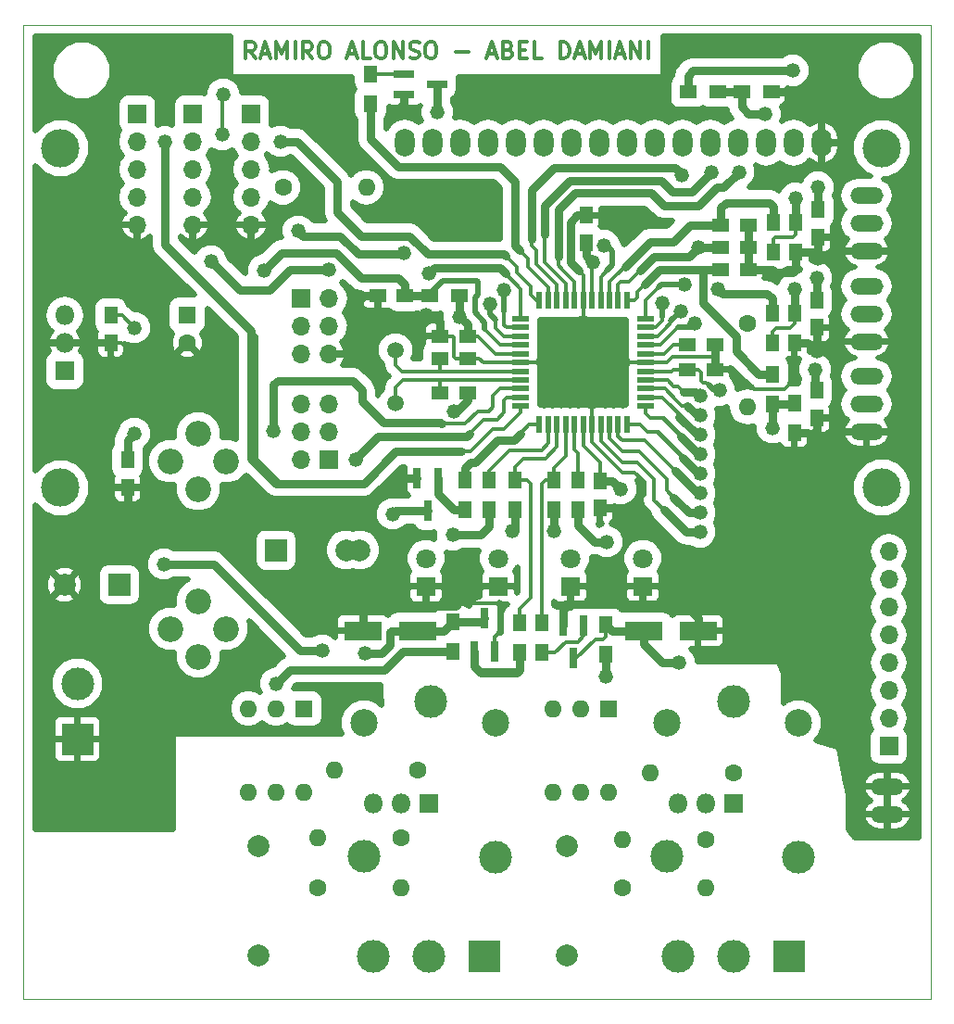
<source format=gbr>
G04 #@! TF.FileFunction,Copper,L1,Top,Signal*
%FSLAX46Y46*%
G04 Gerber Fmt 4.6, Leading zero omitted, Abs format (unit mm)*
G04 Created by KiCad (PCBNEW 4.0.6-e0-6349~53~ubuntu16.04.1) date Mon Aug 21 02:22:22 2017*
%MOMM*%
%LPD*%
G01*
G04 APERTURE LIST*
%ADD10C,0.100000*%
%ADD11C,0.300000*%
%ADD12R,1.900000X0.800000*%
%ADD13O,1.800000X2.600000*%
%ADD14C,3.500000*%
%ADD15C,2.000000*%
%ADD16R,2.000000X2.000000*%
%ADD17R,1.500000X1.250000*%
%ADD18R,1.250000X1.500000*%
%ADD19R,1.600000X1.600000*%
%ADD20C,1.600000*%
%ADD21R,1.800000X1.800000*%
%ADD22C,1.800000*%
%ADD23R,3.500000X1.800000*%
%ADD24C,2.350000*%
%ADD25R,1.700000X1.700000*%
%ADD26O,1.700000X1.700000*%
%ADD27R,3.000000X3.000000*%
%ADD28C,3.000000*%
%ADD29O,3.010000X1.510000*%
%ADD30O,1.600000X1.600000*%
%ADD31R,0.800000X1.900000*%
%ADD32R,1.500000X1.300000*%
%ADD33R,1.300000X1.500000*%
%ADD34C,2.500000*%
%ADD35R,1.500000X0.550000*%
%ADD36R,0.550000X1.500000*%
%ADD37O,1.800000X1.800000*%
%ADD38C,1.500000*%
%ADD39C,1.320800*%
%ADD40C,0.762000*%
%ADD41C,0.304800*%
%ADD42C,0.508000*%
G04 APERTURE END LIST*
D10*
D11*
X126863285Y-43985571D02*
X126363285Y-43271286D01*
X126006142Y-43985571D02*
X126006142Y-42485571D01*
X126577570Y-42485571D01*
X126720428Y-42557000D01*
X126791856Y-42628429D01*
X126863285Y-42771286D01*
X126863285Y-42985571D01*
X126791856Y-43128429D01*
X126720428Y-43199857D01*
X126577570Y-43271286D01*
X126006142Y-43271286D01*
X127434713Y-43557000D02*
X128148999Y-43557000D01*
X127291856Y-43985571D02*
X127791856Y-42485571D01*
X128291856Y-43985571D01*
X128791856Y-43985571D02*
X128791856Y-42485571D01*
X129291856Y-43557000D01*
X129791856Y-42485571D01*
X129791856Y-43985571D01*
X130506142Y-43985571D02*
X130506142Y-42485571D01*
X132077571Y-43985571D02*
X131577571Y-43271286D01*
X131220428Y-43985571D02*
X131220428Y-42485571D01*
X131791856Y-42485571D01*
X131934714Y-42557000D01*
X132006142Y-42628429D01*
X132077571Y-42771286D01*
X132077571Y-42985571D01*
X132006142Y-43128429D01*
X131934714Y-43199857D01*
X131791856Y-43271286D01*
X131220428Y-43271286D01*
X133006142Y-42485571D02*
X133291856Y-42485571D01*
X133434714Y-42557000D01*
X133577571Y-42699857D01*
X133648999Y-42985571D01*
X133648999Y-43485571D01*
X133577571Y-43771286D01*
X133434714Y-43914143D01*
X133291856Y-43985571D01*
X133006142Y-43985571D01*
X132863285Y-43914143D01*
X132720428Y-43771286D01*
X132648999Y-43485571D01*
X132648999Y-42985571D01*
X132720428Y-42699857D01*
X132863285Y-42557000D01*
X133006142Y-42485571D01*
X135363285Y-43557000D02*
X136077571Y-43557000D01*
X135220428Y-43985571D02*
X135720428Y-42485571D01*
X136220428Y-43985571D01*
X137434714Y-43985571D02*
X136720428Y-43985571D01*
X136720428Y-42485571D01*
X138220428Y-42485571D02*
X138506142Y-42485571D01*
X138649000Y-42557000D01*
X138791857Y-42699857D01*
X138863285Y-42985571D01*
X138863285Y-43485571D01*
X138791857Y-43771286D01*
X138649000Y-43914143D01*
X138506142Y-43985571D01*
X138220428Y-43985571D01*
X138077571Y-43914143D01*
X137934714Y-43771286D01*
X137863285Y-43485571D01*
X137863285Y-42985571D01*
X137934714Y-42699857D01*
X138077571Y-42557000D01*
X138220428Y-42485571D01*
X139506143Y-43985571D02*
X139506143Y-42485571D01*
X140363286Y-43985571D01*
X140363286Y-42485571D01*
X141006143Y-43914143D02*
X141220429Y-43985571D01*
X141577572Y-43985571D01*
X141720429Y-43914143D01*
X141791858Y-43842714D01*
X141863286Y-43699857D01*
X141863286Y-43557000D01*
X141791858Y-43414143D01*
X141720429Y-43342714D01*
X141577572Y-43271286D01*
X141291858Y-43199857D01*
X141149000Y-43128429D01*
X141077572Y-43057000D01*
X141006143Y-42914143D01*
X141006143Y-42771286D01*
X141077572Y-42628429D01*
X141149000Y-42557000D01*
X141291858Y-42485571D01*
X141649000Y-42485571D01*
X141863286Y-42557000D01*
X142791857Y-42485571D02*
X143077571Y-42485571D01*
X143220429Y-42557000D01*
X143363286Y-42699857D01*
X143434714Y-42985571D01*
X143434714Y-43485571D01*
X143363286Y-43771286D01*
X143220429Y-43914143D01*
X143077571Y-43985571D01*
X142791857Y-43985571D01*
X142649000Y-43914143D01*
X142506143Y-43771286D01*
X142434714Y-43485571D01*
X142434714Y-42985571D01*
X142506143Y-42699857D01*
X142649000Y-42557000D01*
X142791857Y-42485571D01*
X145220429Y-43414143D02*
X146363286Y-43414143D01*
X148149000Y-43557000D02*
X148863286Y-43557000D01*
X148006143Y-43985571D02*
X148506143Y-42485571D01*
X149006143Y-43985571D01*
X150006143Y-43199857D02*
X150220429Y-43271286D01*
X150291857Y-43342714D01*
X150363286Y-43485571D01*
X150363286Y-43699857D01*
X150291857Y-43842714D01*
X150220429Y-43914143D01*
X150077571Y-43985571D01*
X149506143Y-43985571D01*
X149506143Y-42485571D01*
X150006143Y-42485571D01*
X150149000Y-42557000D01*
X150220429Y-42628429D01*
X150291857Y-42771286D01*
X150291857Y-42914143D01*
X150220429Y-43057000D01*
X150149000Y-43128429D01*
X150006143Y-43199857D01*
X149506143Y-43199857D01*
X151006143Y-43199857D02*
X151506143Y-43199857D01*
X151720429Y-43985571D02*
X151006143Y-43985571D01*
X151006143Y-42485571D01*
X151720429Y-42485571D01*
X153077572Y-43985571D02*
X152363286Y-43985571D01*
X152363286Y-42485571D01*
X154720429Y-43985571D02*
X154720429Y-42485571D01*
X155077572Y-42485571D01*
X155291857Y-42557000D01*
X155434715Y-42699857D01*
X155506143Y-42842714D01*
X155577572Y-43128429D01*
X155577572Y-43342714D01*
X155506143Y-43628429D01*
X155434715Y-43771286D01*
X155291857Y-43914143D01*
X155077572Y-43985571D01*
X154720429Y-43985571D01*
X156149000Y-43557000D02*
X156863286Y-43557000D01*
X156006143Y-43985571D02*
X156506143Y-42485571D01*
X157006143Y-43985571D01*
X157506143Y-43985571D02*
X157506143Y-42485571D01*
X158006143Y-43557000D01*
X158506143Y-42485571D01*
X158506143Y-43985571D01*
X159220429Y-43985571D02*
X159220429Y-42485571D01*
X159863286Y-43557000D02*
X160577572Y-43557000D01*
X159720429Y-43985571D02*
X160220429Y-42485571D01*
X160720429Y-43985571D01*
X161220429Y-43985571D02*
X161220429Y-42485571D01*
X162077572Y-43985571D01*
X162077572Y-42485571D01*
X162791858Y-43985571D02*
X162791858Y-42485571D01*
D10*
X105664000Y-40894000D02*
X105664000Y-129921000D01*
X106934000Y-40894000D02*
X105664000Y-40894000D01*
X188595000Y-40894000D02*
X188595000Y-129921000D01*
X106934000Y-129921000D02*
X105664000Y-129921000D01*
X188595000Y-40894000D02*
X106934000Y-40894000D01*
X106934000Y-129921000D02*
X188595000Y-129921000D01*
D12*
X140486000Y-45405000D03*
X140486000Y-47305000D03*
X143486000Y-46355000D03*
D13*
X178650000Y-51675000D03*
X176110000Y-51675000D03*
X173570000Y-51675000D03*
X171030000Y-51675000D03*
X168490000Y-51675000D03*
X165950000Y-51675000D03*
X163410000Y-51675000D03*
X160870000Y-51675000D03*
X158330000Y-51675000D03*
X155790000Y-51675000D03*
X153250000Y-51675000D03*
X150710000Y-51675000D03*
X148170000Y-51675000D03*
X145630000Y-51675000D03*
X143090000Y-51675000D03*
X140550000Y-51675000D03*
D14*
X184150000Y-83185000D03*
X184150000Y-52185000D03*
X109050000Y-52185000D03*
X109050000Y-83205320D03*
D15*
X135178000Y-88900000D03*
D16*
X128778000Y-88900000D03*
D15*
X136398000Y-88900000D03*
D17*
X143784000Y-71374000D03*
X146284000Y-71374000D03*
X143784000Y-74549000D03*
X146284000Y-74549000D03*
X166390000Y-70104000D03*
X168890000Y-70104000D03*
X138069000Y-65659000D03*
X140569000Y-65659000D03*
D18*
X157099000Y-60813000D03*
X157099000Y-58313000D03*
D17*
X166390000Y-72390000D03*
X168890000Y-72390000D03*
D16*
X114427000Y-92075000D03*
D15*
X109427000Y-92075000D03*
D18*
X115189000Y-80665000D03*
X115189000Y-83165000D03*
D17*
X169438000Y-59182000D03*
X171938000Y-59182000D03*
D18*
X178308000Y-57805000D03*
X178308000Y-60305000D03*
D19*
X120650000Y-67437000D03*
D20*
X120650000Y-69937000D03*
D18*
X113665000Y-67457000D03*
X113665000Y-69957000D03*
D17*
X169438000Y-61214000D03*
X171938000Y-61214000D03*
D18*
X178181000Y-66060000D03*
X178181000Y-68560000D03*
D17*
X169438000Y-63246000D03*
X171938000Y-63246000D03*
D18*
X178181000Y-74315000D03*
X178181000Y-76815000D03*
D15*
X155321000Y-115951000D03*
X155321000Y-125951000D03*
X127127000Y-115951000D03*
X127127000Y-125951000D03*
D21*
X142494000Y-92202000D03*
D22*
X142494000Y-89662000D03*
D21*
X162306000Y-92202000D03*
D22*
X162306000Y-89662000D03*
D23*
X141692000Y-96266000D03*
X136692000Y-96266000D03*
X162346000Y-96266000D03*
X167346000Y-96266000D03*
D24*
X121666000Y-93552000D03*
X121666000Y-98632000D03*
X121666000Y-83312000D03*
X121666000Y-78232000D03*
X124206000Y-96092000D03*
X119126000Y-96092000D03*
X124206000Y-80772000D03*
X119126000Y-80772000D03*
D25*
X184785000Y-106807000D03*
D26*
X184785000Y-104267000D03*
X184785000Y-101727000D03*
X184785000Y-99187000D03*
X184785000Y-96647000D03*
X184785000Y-94107000D03*
X184785000Y-91567000D03*
X184785000Y-89027000D03*
D25*
X131064000Y-65913000D03*
D26*
X133604000Y-65913000D03*
X131064000Y-68453000D03*
X133604000Y-68453000D03*
X131064000Y-70993000D03*
X133604000Y-70993000D03*
D27*
X110617000Y-106172000D03*
D28*
X110617000Y-101092000D03*
D29*
X184658000Y-113030000D03*
X184658000Y-110490000D03*
X182753000Y-61595000D03*
X182753000Y-59055000D03*
X182753000Y-56515000D03*
X182753000Y-69850000D03*
X182753000Y-67310000D03*
X182753000Y-64770000D03*
X182753000Y-78105000D03*
X182753000Y-75565000D03*
X182753000Y-73025000D03*
D25*
X116078000Y-49022000D03*
D26*
X116078000Y-51562000D03*
X116078000Y-54102000D03*
X116078000Y-56642000D03*
X116078000Y-59182000D03*
D25*
X121158000Y-49022000D03*
D26*
X121158000Y-51562000D03*
X121158000Y-54102000D03*
X121158000Y-56642000D03*
X121158000Y-59182000D03*
D25*
X126492000Y-49022000D03*
D26*
X126492000Y-51562000D03*
X126492000Y-54102000D03*
X126492000Y-56642000D03*
X126492000Y-59182000D03*
D27*
X175641000Y-125984000D03*
D28*
X170561000Y-125984000D03*
X165481000Y-125984000D03*
D27*
X147828000Y-125984000D03*
D28*
X142748000Y-125984000D03*
X137668000Y-125984000D03*
D20*
X171831000Y-68199000D03*
D30*
X171831000Y-75819000D03*
D31*
X143571000Y-82320000D03*
X141671000Y-82320000D03*
X142621000Y-85320000D03*
X146878000Y-98147000D03*
X148778000Y-98147000D03*
X147828000Y-95147000D03*
X156906000Y-95782000D03*
X155006000Y-95782000D03*
X155956000Y-98782000D03*
D32*
X169117000Y-46990000D03*
X166417000Y-46990000D03*
X145495000Y-65659000D03*
X142795000Y-65659000D03*
X174023000Y-46990000D03*
X171323000Y-46990000D03*
D20*
X129413000Y-55753000D03*
D30*
X137033000Y-55753000D03*
D33*
X137414000Y-45386000D03*
X137414000Y-48086000D03*
X148209000Y-85170000D03*
X148209000Y-82470000D03*
X156337000Y-85170000D03*
X156337000Y-82470000D03*
X174244000Y-61675000D03*
X174244000Y-58975000D03*
X176276000Y-61675000D03*
X176276000Y-58975000D03*
X174117000Y-69930000D03*
X174117000Y-67230000D03*
X176149000Y-69930000D03*
X176149000Y-67230000D03*
X146050000Y-82470000D03*
X146050000Y-85170000D03*
X174117000Y-75518000D03*
X174117000Y-72818000D03*
X176149000Y-78185000D03*
X176149000Y-75485000D03*
X151003000Y-98251000D03*
X151003000Y-95551000D03*
X153035000Y-98251000D03*
X153035000Y-95551000D03*
X144907000Y-98124000D03*
X144907000Y-95424000D03*
X158877000Y-98378000D03*
X158877000Y-95678000D03*
D20*
X170561000Y-109220000D03*
D30*
X162941000Y-109220000D03*
D20*
X168021000Y-115316000D03*
D30*
X160401000Y-115316000D03*
D20*
X141732000Y-108966000D03*
D30*
X134112000Y-108966000D03*
D20*
X140208000Y-115189000D03*
D30*
X132588000Y-115189000D03*
D20*
X160401000Y-119761000D03*
D30*
X168021000Y-119761000D03*
D20*
X132588000Y-119761000D03*
D30*
X140208000Y-119761000D03*
D34*
X136825000Y-104693000D03*
D28*
X136825000Y-116893000D03*
X148875000Y-116943000D03*
D34*
X148825000Y-104693000D03*
D28*
X142875000Y-102743000D03*
D34*
X164511000Y-104693000D03*
D28*
X164511000Y-116893000D03*
X176561000Y-116943000D03*
D34*
X176511000Y-104693000D03*
D28*
X170561000Y-102743000D03*
D35*
X151145000Y-67755000D03*
X151145000Y-68555000D03*
X151145000Y-69355000D03*
X151145000Y-70155000D03*
X151145000Y-70955000D03*
X151145000Y-71755000D03*
X151145000Y-72555000D03*
X151145000Y-73355000D03*
X151145000Y-74155000D03*
X151145000Y-74955000D03*
X151145000Y-75755000D03*
D36*
X152845000Y-77455000D03*
X153645000Y-77455000D03*
X154445000Y-77455000D03*
X155245000Y-77455000D03*
X156045000Y-77455000D03*
X156845000Y-77455000D03*
X157645000Y-77455000D03*
X158445000Y-77455000D03*
X159245000Y-77455000D03*
X160045000Y-77455000D03*
X160845000Y-77455000D03*
D35*
X162545000Y-75755000D03*
X162545000Y-74955000D03*
X162545000Y-74155000D03*
X162545000Y-73355000D03*
X162545000Y-72555000D03*
X162545000Y-71755000D03*
X162545000Y-70955000D03*
X162545000Y-70155000D03*
X162545000Y-69355000D03*
X162545000Y-68555000D03*
X162545000Y-67755000D03*
D36*
X160845000Y-66055000D03*
X160045000Y-66055000D03*
X159245000Y-66055000D03*
X158445000Y-66055000D03*
X157645000Y-66055000D03*
X156845000Y-66055000D03*
X156045000Y-66055000D03*
X155245000Y-66055000D03*
X154445000Y-66055000D03*
X153645000Y-66055000D03*
X152845000Y-66055000D03*
D21*
X109474000Y-72517000D03*
D37*
X109474000Y-69977000D03*
X109474000Y-67437000D03*
D38*
X139700000Y-70612000D03*
X139700000Y-75512000D03*
D17*
X146284000Y-69342000D03*
X143784000Y-69342000D03*
D18*
X158369000Y-82570000D03*
X158369000Y-85070000D03*
D21*
X149098000Y-92202000D03*
D22*
X149098000Y-89662000D03*
D21*
X155702000Y-92202000D03*
D22*
X155702000Y-89662000D03*
D33*
X150622000Y-85170000D03*
X150622000Y-82470000D03*
X154178000Y-85170000D03*
X154178000Y-82470000D03*
D25*
X133604000Y-80645000D03*
D26*
X131064000Y-80645000D03*
X133604000Y-78105000D03*
X131064000Y-78105000D03*
X133604000Y-75565000D03*
X131064000Y-75565000D03*
D21*
X170561000Y-112014000D03*
D37*
X168021000Y-112014000D03*
X165481000Y-112014000D03*
D21*
X142748000Y-112014000D03*
D37*
X140208000Y-112014000D03*
X137668000Y-112014000D03*
D19*
X159131000Y-103378000D03*
D30*
X154051000Y-110998000D03*
X156591000Y-103378000D03*
X156591000Y-110998000D03*
X154051000Y-103378000D03*
X159131000Y-110998000D03*
D19*
X131318000Y-103378000D03*
D30*
X126238000Y-110998000D03*
X128778000Y-103378000D03*
X128778000Y-110998000D03*
X126238000Y-103378000D03*
X131318000Y-110998000D03*
D39*
X132969000Y-98044000D03*
X118491000Y-90170000D03*
X115824000Y-78232000D03*
X139446000Y-49149000D03*
X160655000Y-86614000D03*
X178181000Y-70739000D03*
X145034000Y-76200000D03*
X142494000Y-67437000D03*
X136144000Y-70993000D03*
X178308000Y-49022000D03*
X115824000Y-71120000D03*
X139827000Y-82296000D03*
X178308000Y-62230000D03*
X178181000Y-78994000D03*
X115189000Y-85217000D03*
X146050000Y-93345000D03*
X158750000Y-92964000D03*
X157734000Y-62611000D03*
X122809000Y-62484000D03*
X133604000Y-63246000D03*
X160274000Y-83312000D03*
X176022000Y-45085000D03*
X145542000Y-67564000D03*
X115824000Y-68580000D03*
X178308000Y-55753000D03*
X178181000Y-64008000D03*
X178054000Y-72390000D03*
X149606000Y-65151000D03*
X130810000Y-59753500D03*
X140462000Y-61722000D03*
X148336000Y-66421000D03*
X142748000Y-63627000D03*
X127635000Y-63373000D03*
X136017000Y-80645000D03*
X128524000Y-77978000D03*
X167386000Y-61214000D03*
X169164000Y-65087500D03*
X139446000Y-85598000D03*
X169291000Y-74295000D03*
X118618000Y-51562000D03*
X144907000Y-87503000D03*
X159004000Y-88138000D03*
X136906000Y-98298000D03*
X165608000Y-99187000D03*
X143510000Y-48895000D03*
X173482000Y-49022000D03*
X171069000Y-54356000D03*
X168529000Y-54356000D03*
X165862000Y-54610000D03*
X166116000Y-64643000D03*
X164084000Y-66294000D03*
X165735000Y-67056000D03*
X167005000Y-68199000D03*
X167513000Y-87249000D03*
X167513000Y-85471000D03*
X167513000Y-83693000D03*
X167513000Y-81915000D03*
X167513000Y-80137000D03*
X167513000Y-78359000D03*
X167513000Y-76581000D03*
X167513000Y-74803000D03*
X176276000Y-56769000D03*
X176149000Y-65024000D03*
X174117000Y-77724000D03*
X158750000Y-61087000D03*
X123952000Y-47244000D03*
X123825000Y-50927000D03*
X129159000Y-51562000D03*
X128778000Y-101092000D03*
X158877000Y-100457000D03*
X150368000Y-87122000D03*
X154178000Y-87122000D03*
D40*
X115189000Y-80665000D02*
X115189000Y-78867000D01*
X115189000Y-78867000D02*
X115824000Y-78232000D01*
X132969000Y-98044000D02*
X130937000Y-98044000D01*
X123063000Y-90170000D02*
X118491000Y-90170000D01*
X130937000Y-98044000D02*
X123063000Y-90170000D01*
D41*
X115824000Y-78232000D02*
X115189000Y-78867000D01*
D40*
X157099000Y-58313000D02*
X156317000Y-58313000D01*
X155702000Y-58928000D02*
X155702000Y-59690000D01*
X156317000Y-58313000D02*
X155702000Y-58928000D01*
X156103000Y-63012000D02*
X155702000Y-62611000D01*
X155702000Y-62611000D02*
X155702000Y-59690000D01*
X171938000Y-63246000D02*
X173863000Y-63246000D01*
X174117000Y-63246000D02*
X174371000Y-63500000D01*
X173863000Y-63246000D02*
X174117000Y-63246000D01*
X171938000Y-61214000D02*
X171938000Y-63246000D01*
X171938000Y-59182000D02*
X171938000Y-61214000D01*
X140486000Y-47305000D02*
X140486000Y-48109000D01*
X140486000Y-48109000D02*
X139446000Y-49149000D01*
D41*
X140486000Y-48109000D02*
X139446000Y-49149000D01*
X156845000Y-63754000D02*
X156464000Y-63373000D01*
D40*
X156103000Y-63012000D02*
X156464000Y-63373000D01*
X143784000Y-69342000D02*
X143784000Y-68092000D01*
X143129000Y-67437000D02*
X142494000Y-67437000D01*
X143784000Y-68092000D02*
X143129000Y-67437000D01*
X138069000Y-65659000D02*
X136779000Y-65659000D01*
X136779000Y-65659000D02*
X136271000Y-66167000D01*
X136271000Y-66167000D02*
X136271000Y-70866000D01*
X136271000Y-70866000D02*
X136144000Y-70993000D01*
X145034000Y-76200000D02*
X145288000Y-76200000D01*
X146284000Y-75204000D02*
X146284000Y-74549000D01*
X145288000Y-76200000D02*
X146284000Y-75204000D01*
X115189000Y-83165000D02*
X115189000Y-85217000D01*
X146050000Y-93345000D02*
X145796000Y-93345000D01*
X136692000Y-94702000D02*
X136692000Y-96266000D01*
X137414000Y-93980000D02*
X136692000Y-94702000D01*
X145161000Y-93980000D02*
X137414000Y-93980000D01*
X145796000Y-93345000D02*
X145161000Y-93980000D01*
X158750000Y-92964000D02*
X158750000Y-93853000D01*
X158750000Y-93853000D02*
X158750000Y-93726000D01*
X158750000Y-93726000D02*
X158750000Y-93853000D01*
X159766000Y-93853000D02*
X158750000Y-93853000D01*
X158750000Y-93853000D02*
X155194000Y-93853000D01*
X155194000Y-93853000D02*
X155006000Y-94041000D01*
X155006000Y-94041000D02*
X155006000Y-95782000D01*
X167346000Y-96266000D02*
X167346000Y-95083000D01*
X166116000Y-93853000D02*
X164933000Y-93853000D01*
X167346000Y-95083000D02*
X166116000Y-93853000D01*
X158750000Y-92964000D02*
X158750000Y-93091000D01*
X159512000Y-93853000D02*
X159766000Y-93853000D01*
X159766000Y-93853000D02*
X164933000Y-93853000D01*
X158750000Y-93091000D02*
X159512000Y-93853000D01*
X141671000Y-82320000D02*
X139851000Y-82320000D01*
X139851000Y-82320000D02*
X139827000Y-82296000D01*
X158369000Y-85070000D02*
X159746000Y-85070000D01*
X160655000Y-85979000D02*
X160655000Y-86614000D01*
X159746000Y-85070000D02*
X160655000Y-85979000D01*
X168890000Y-72390000D02*
X168890000Y-70104000D01*
X176149000Y-78185000D02*
X177372000Y-78185000D01*
X177372000Y-78185000D02*
X178181000Y-78994000D01*
X178181000Y-76815000D02*
X178181000Y-78994000D01*
X178181000Y-68560000D02*
X178181000Y-70739000D01*
X176149000Y-69930000D02*
X177372000Y-69930000D01*
X177372000Y-69930000D02*
X178181000Y-70739000D01*
X176276000Y-63246000D02*
X176276000Y-61675000D01*
X174371000Y-63500000D02*
X176022000Y-63500000D01*
X176022000Y-63500000D02*
X176276000Y-63246000D01*
X176276000Y-61675000D02*
X177753000Y-61675000D01*
X177753000Y-61675000D02*
X178308000Y-62230000D01*
X178308000Y-60305000D02*
X178308000Y-62230000D01*
X174023000Y-46990000D02*
X176276000Y-46990000D01*
X176276000Y-46990000D02*
X178308000Y-49022000D01*
D41*
X136525000Y-65913000D02*
X136779000Y-65659000D01*
X136525000Y-70612000D02*
X136525000Y-65913000D01*
X136144000Y-70993000D02*
X136525000Y-70612000D01*
X178308000Y-49022000D02*
X176276000Y-46990000D01*
X168890000Y-72390000D02*
X170688000Y-72390000D01*
X176149000Y-73279000D02*
X176149000Y-69930000D01*
X175260000Y-74168000D02*
X176149000Y-73279000D01*
X172466000Y-74168000D02*
X175260000Y-74168000D01*
X170688000Y-72390000D02*
X172466000Y-74168000D01*
X143784000Y-69342000D02*
X144907000Y-69342000D01*
X144907000Y-69342000D02*
X145034000Y-69469000D01*
X145034000Y-69469000D02*
X145034000Y-71247000D01*
X145034000Y-71247000D02*
X145161000Y-71374000D01*
X145161000Y-71374000D02*
X146284000Y-71374000D01*
X148844000Y-71755000D02*
X147701000Y-71755000D01*
X147701000Y-71755000D02*
X147320000Y-71374000D01*
X146284000Y-71374000D02*
X147320000Y-71374000D01*
X113665000Y-69957000D02*
X114661000Y-69957000D01*
X114661000Y-69957000D02*
X115824000Y-71120000D01*
X162545000Y-71755000D02*
X164465000Y-71755000D01*
X164973000Y-71247000D02*
X168890000Y-71247000D01*
X164465000Y-71755000D02*
X164973000Y-71247000D01*
X168890000Y-72390000D02*
X168890000Y-71247000D01*
X168890000Y-71247000D02*
X168890000Y-70104000D01*
X160401000Y-81788000D02*
X161544000Y-81788000D01*
X157645000Y-79032000D02*
X160401000Y-81788000D01*
X157645000Y-77455000D02*
X157645000Y-79032000D01*
X160655000Y-85598000D02*
X160655000Y-86614000D01*
X162433000Y-83820000D02*
X160655000Y-85598000D01*
X162433000Y-82677000D02*
X162433000Y-83820000D01*
X161544000Y-81788000D02*
X162433000Y-82677000D01*
X139827000Y-82296000D02*
X139851000Y-82320000D01*
X148778000Y-98147000D02*
X148778000Y-96840000D01*
X148778000Y-96840000D02*
X149225000Y-96393000D01*
X149225000Y-96393000D02*
X149225000Y-93853000D01*
X149225000Y-93853000D02*
X149098000Y-93726000D01*
X149098000Y-93726000D02*
X146431000Y-93726000D01*
X146431000Y-93726000D02*
X146050000Y-93345000D01*
X176276000Y-61675000D02*
X176276000Y-61468000D01*
X176149000Y-69930000D02*
X177847000Y-69930000D01*
X177847000Y-69930000D02*
X178181000Y-69596000D01*
X178181000Y-69596000D02*
X178181000Y-68560000D01*
X178181000Y-76815000D02*
X178181000Y-77724000D01*
X177720000Y-78185000D02*
X176149000Y-78185000D01*
X178181000Y-77724000D02*
X177720000Y-78185000D01*
X156845000Y-66055000D02*
X156845000Y-63754000D01*
X136692000Y-96266000D02*
X136692000Y-95718000D01*
X167346000Y-95464000D02*
X167346000Y-96266000D01*
X155006000Y-95782000D02*
X155006000Y-94803000D01*
X155006000Y-94803000D02*
X155956000Y-93853000D01*
X155956000Y-93853000D02*
X157861000Y-93853000D01*
X157861000Y-93853000D02*
X158750000Y-92964000D01*
X148844000Y-71755000D02*
X151145000Y-71755000D01*
X156845000Y-66055000D02*
X156845000Y-71755000D01*
X156845000Y-71755000D02*
X156845000Y-71628000D01*
X156845000Y-71628000D02*
X156845000Y-71755000D01*
X157645000Y-77455000D02*
X157645000Y-71755000D01*
X157645000Y-71755000D02*
X157607000Y-71755000D01*
X162545000Y-71755000D02*
X160528000Y-71755000D01*
X160528000Y-71755000D02*
X157607000Y-71755000D01*
X157607000Y-71755000D02*
X156845000Y-71755000D01*
X156845000Y-71755000D02*
X151145000Y-71755000D01*
X157645000Y-66055000D02*
X157645000Y-62700000D01*
X157645000Y-62700000D02*
X157734000Y-62611000D01*
D40*
X157099000Y-60813000D02*
X157099000Y-61976000D01*
X157099000Y-61976000D02*
X157734000Y-62611000D01*
X125476000Y-65151000D02*
X128143000Y-65151000D01*
X122809000Y-62484000D02*
X125476000Y-65151000D01*
X128143000Y-65151000D02*
X130048000Y-63246000D01*
X133604000Y-63246000D02*
X130048000Y-63246000D01*
X158369000Y-82570000D02*
X159532000Y-82570000D01*
X159532000Y-82570000D02*
X160274000Y-83312000D01*
X159532000Y-82570000D02*
X160274000Y-83312000D01*
X146284000Y-69342000D02*
X146284000Y-68306000D01*
X146284000Y-68306000D02*
X145542000Y-67564000D01*
X145495000Y-65659000D02*
X145495000Y-67517000D01*
X145495000Y-67517000D02*
X145542000Y-67564000D01*
X178054000Y-72390000D02*
X178054000Y-74188000D01*
X178054000Y-74188000D02*
X178181000Y-74315000D01*
X178181000Y-66060000D02*
X178181000Y-64008000D01*
X178308000Y-57805000D02*
X178308000Y-55753000D01*
X166417000Y-46990000D02*
X166417000Y-45546000D01*
X166878000Y-45085000D02*
X176022000Y-45085000D01*
X166417000Y-45546000D02*
X166878000Y-45085000D01*
X166417000Y-46990000D02*
X166497000Y-47070000D01*
D41*
X145542000Y-67564000D02*
X145495000Y-67517000D01*
X146284000Y-68306000D02*
X145495000Y-67517000D01*
X151145000Y-70955000D02*
X148806000Y-70955000D01*
X147193000Y-69342000D02*
X146284000Y-69342000D01*
X148806000Y-70955000D02*
X147193000Y-69342000D01*
X113665000Y-67457000D02*
X114701000Y-67457000D01*
X114701000Y-67457000D02*
X115824000Y-68580000D01*
X178181000Y-72517000D02*
X178181000Y-74315000D01*
X178054000Y-72390000D02*
X178181000Y-72517000D01*
X158369000Y-82570000D02*
X158369000Y-80899000D01*
X158369000Y-80899000D02*
X156845000Y-79375000D01*
X156845000Y-79375000D02*
X156845000Y-77455000D01*
D42*
X149606000Y-65151000D02*
X149606000Y-67056000D01*
D41*
X151145000Y-68555000D02*
X149835000Y-68555000D01*
X149835000Y-68555000D02*
X149606000Y-68326000D01*
X149606000Y-68326000D02*
X149606000Y-67818000D01*
X149606000Y-67818000D02*
X149606000Y-67056000D01*
D40*
X131254500Y-60198000D02*
X134620000Y-60198000D01*
X130810000Y-59753500D02*
X131254500Y-60198000D01*
D42*
X148336000Y-67310000D02*
X148844000Y-67818000D01*
X148336000Y-66421000D02*
X148336000Y-67310000D01*
D40*
X137287000Y-61849000D02*
X140335000Y-61849000D01*
X137287000Y-61849000D02*
X136271000Y-61849000D01*
X136271000Y-61849000D02*
X134620000Y-60198000D01*
X140335000Y-61849000D02*
X140462000Y-61722000D01*
D41*
X151145000Y-69355000D02*
X149619000Y-69355000D01*
X148844000Y-67818000D02*
X148844000Y-68580000D01*
X148844000Y-68580000D02*
X149619000Y-69355000D01*
D40*
X142748000Y-63627000D02*
X143256000Y-63119000D01*
X149225000Y-63119000D02*
X149733000Y-63627000D01*
X143256000Y-63119000D02*
X149225000Y-63119000D01*
D41*
X151145000Y-65039000D02*
X151145000Y-66055000D01*
X149733000Y-63627000D02*
X151145000Y-65039000D01*
X151145000Y-67755000D02*
X151145000Y-66055000D01*
X151145000Y-70155000D02*
X149276000Y-70155000D01*
X149276000Y-70155000D02*
X147828000Y-68707000D01*
D42*
X142795000Y-65659000D02*
X142795000Y-65485000D01*
X142795000Y-65485000D02*
X144018000Y-64262000D01*
X147828000Y-68072000D02*
X147828000Y-68707000D01*
X146939000Y-67183000D02*
X147828000Y-68072000D01*
X146939000Y-65786000D02*
X146939000Y-67183000D01*
X147193000Y-65532000D02*
X146939000Y-65786000D01*
X147193000Y-64389000D02*
X147193000Y-65532000D01*
X147066000Y-64262000D02*
X147193000Y-64389000D01*
X144018000Y-64262000D02*
X147066000Y-64262000D01*
D40*
X133477000Y-61722000D02*
X129286000Y-61722000D01*
X127635000Y-63373000D02*
X129286000Y-61722000D01*
X139954000Y-64008000D02*
X140569000Y-64623000D01*
X133477000Y-61722000D02*
X134239000Y-61722000D01*
X134239000Y-61722000D02*
X136525000Y-64008000D01*
X136525000Y-64008000D02*
X139954000Y-64008000D01*
X140569000Y-65659000D02*
X142795000Y-65659000D01*
X140569000Y-64623000D02*
X140569000Y-65659000D01*
D41*
X140569000Y-64623000D02*
X140569000Y-65659000D01*
X142795000Y-65659000D02*
X142795000Y-66087000D01*
D40*
X136017000Y-80645000D02*
X136017000Y-80518000D01*
X146177000Y-78486000D02*
X146431000Y-78232000D01*
X138049000Y-78486000D02*
X146177000Y-78486000D01*
X136017000Y-80518000D02*
X138049000Y-78486000D01*
D41*
X146431000Y-78232000D02*
X147701000Y-76962000D01*
X151145000Y-74955000D02*
X149835000Y-74955000D01*
X149835000Y-74955000D02*
X149606000Y-75184000D01*
X148971000Y-76962000D02*
X148082000Y-76962000D01*
X149606000Y-76327000D02*
X148971000Y-76962000D01*
X149606000Y-75184000D02*
X149606000Y-76327000D01*
X147701000Y-76962000D02*
X148082000Y-76962000D01*
D40*
X143891000Y-77343000D02*
X143764000Y-77216000D01*
X128524000Y-73787000D02*
X128524000Y-77978000D01*
X128905000Y-73406000D02*
X128524000Y-73787000D01*
X135763000Y-73406000D02*
X128905000Y-73406000D01*
X136652000Y-74295000D02*
X135763000Y-73406000D01*
X136652000Y-75311000D02*
X136652000Y-74295000D01*
X138557000Y-77216000D02*
X136652000Y-75311000D01*
X143764000Y-77216000D02*
X138557000Y-77216000D01*
D41*
X143891000Y-77343000D02*
X146050000Y-77343000D01*
X146050000Y-77343000D02*
X147193000Y-76200000D01*
X151145000Y-74155000D02*
X149238000Y-74155000D01*
X148209000Y-76200000D02*
X147193000Y-76200000D01*
X148590000Y-75819000D02*
X148209000Y-76200000D01*
X148590000Y-74803000D02*
X148590000Y-75819000D01*
X149238000Y-74155000D02*
X148590000Y-74803000D01*
D40*
X169438000Y-61214000D02*
X167386000Y-61214000D01*
X174117000Y-65913000D02*
X174117000Y-67230000D01*
X173672500Y-65468500D02*
X174117000Y-65913000D01*
X169545000Y-65468500D02*
X173672500Y-65468500D01*
X169164000Y-65087500D02*
X169545000Y-65468500D01*
X163322000Y-62103000D02*
X166497000Y-62103000D01*
D41*
X160045000Y-64618000D02*
X160274000Y-64389000D01*
X160274000Y-64389000D02*
X161036000Y-64389000D01*
X161036000Y-64389000D02*
X162052000Y-63373000D01*
X160045000Y-66055000D02*
X160045000Y-64618000D01*
D40*
X162052000Y-63373000D02*
X163322000Y-62103000D01*
X166497000Y-62103000D02*
X167386000Y-61214000D01*
X167386000Y-61214000D02*
X168295000Y-61214000D01*
D41*
X159829500Y-63817500D02*
X160655000Y-62992000D01*
D40*
X166624000Y-59182000D02*
X169438000Y-59182000D01*
X165100000Y-60706000D02*
X166624000Y-59182000D01*
X162941000Y-60706000D02*
X165100000Y-60706000D01*
X162433000Y-61214000D02*
X162941000Y-60706000D01*
X160655000Y-62992000D02*
X162433000Y-61214000D01*
X169438000Y-59182000D02*
X169438000Y-57638000D01*
X169438000Y-57638000D02*
X169926000Y-57150000D01*
X169926000Y-57150000D02*
X173863000Y-57150000D01*
X173863000Y-57150000D02*
X174244000Y-57531000D01*
X174244000Y-57531000D02*
X174244000Y-58975000D01*
D41*
X159245000Y-66055000D02*
X159245000Y-64402000D01*
X159245000Y-64402000D02*
X159829500Y-63817500D01*
X153035000Y-95551000D02*
X153035000Y-82804000D01*
X153369000Y-82470000D02*
X154178000Y-82470000D01*
X153035000Y-82804000D02*
X153369000Y-82470000D01*
X154178000Y-82470000D02*
X154178000Y-81407000D01*
X155245000Y-80340000D02*
X155245000Y-77455000D01*
X154178000Y-81407000D02*
X155245000Y-80340000D01*
X151003000Y-95551000D02*
X151003000Y-94234000D01*
X151685000Y-82470000D02*
X150622000Y-82470000D01*
X152019000Y-82804000D02*
X151685000Y-82470000D01*
X152019000Y-93218000D02*
X152019000Y-82804000D01*
X151003000Y-94234000D02*
X152019000Y-93218000D01*
X150622000Y-82470000D02*
X150622000Y-81280000D01*
X154445000Y-79489000D02*
X154445000Y-77455000D01*
X153416000Y-80518000D02*
X154445000Y-79489000D01*
X151384000Y-80518000D02*
X153416000Y-80518000D01*
X150622000Y-81280000D02*
X151384000Y-80518000D01*
D40*
X142621000Y-85320000D02*
X139724000Y-85320000D01*
X139724000Y-85320000D02*
X139446000Y-85598000D01*
D41*
X139446000Y-85598000D02*
X139724000Y-85320000D01*
X143784000Y-71374000D02*
X143784000Y-72555000D01*
X143764000Y-72517000D02*
X143764000Y-72555000D01*
X143764000Y-72535000D02*
X143764000Y-72517000D01*
X143784000Y-72555000D02*
X143764000Y-72535000D01*
X140843000Y-72555000D02*
X140246000Y-72555000D01*
X139700000Y-72009000D02*
X139700000Y-70612000D01*
X140246000Y-72555000D02*
X139700000Y-72009000D01*
X143129000Y-72555000D02*
X140843000Y-72555000D01*
X144780000Y-72555000D02*
X143764000Y-72555000D01*
X143764000Y-72555000D02*
X143129000Y-72555000D01*
X151145000Y-72555000D02*
X144780000Y-72555000D01*
X143784000Y-74549000D02*
X143784000Y-73355000D01*
X143764000Y-73406000D02*
X143764000Y-73355000D01*
X143764000Y-73375000D02*
X143764000Y-73406000D01*
X143784000Y-73355000D02*
X143764000Y-73375000D01*
X141097000Y-73355000D02*
X140386000Y-73355000D01*
X139700000Y-74041000D02*
X139700000Y-75512000D01*
X140386000Y-73355000D02*
X139700000Y-74041000D01*
X143002000Y-73355000D02*
X141097000Y-73355000D01*
X144907000Y-73355000D02*
X143764000Y-73355000D01*
X143764000Y-73355000D02*
X143002000Y-73355000D01*
X151145000Y-73355000D02*
X144907000Y-73355000D01*
X162545000Y-70955000D02*
X164249000Y-70955000D01*
X165100000Y-70104000D02*
X166390000Y-70104000D01*
X164249000Y-70955000D02*
X165100000Y-70104000D01*
X166390000Y-72390000D02*
X167386000Y-72390000D01*
X167386000Y-72390000D02*
X167640000Y-72644000D01*
X167640000Y-72644000D02*
X167640000Y-73406000D01*
X167640000Y-73406000D02*
X167817798Y-73583798D01*
X168275000Y-73787000D02*
X168071798Y-73583798D01*
D42*
X168783000Y-74295000D02*
X168275000Y-73787000D01*
X169291000Y-74295000D02*
X168783000Y-74295000D01*
D41*
X168071798Y-73583798D02*
X167817798Y-73583798D01*
X162545000Y-72555000D02*
X164935000Y-72555000D01*
X165100000Y-72390000D02*
X166390000Y-72390000D01*
X164935000Y-72555000D02*
X165100000Y-72390000D01*
X165882000Y-72263000D02*
X165882000Y-72664000D01*
D40*
X118618000Y-51562000D02*
X118618000Y-60960000D01*
X118618000Y-60960000D02*
X126492000Y-68834000D01*
X128778000Y-82804000D02*
X136779000Y-82804000D01*
X126492000Y-80518000D02*
X128778000Y-82804000D01*
X126492000Y-68834000D02*
X126492000Y-80518000D01*
X136779000Y-82804000D02*
X139700000Y-79883000D01*
X139700000Y-79883000D02*
X145669000Y-79883000D01*
D41*
X120015000Y-62357000D02*
X127000000Y-69342000D01*
X127000000Y-69342000D02*
X127000000Y-70485000D01*
X143256000Y-79883000D02*
X145669000Y-79883000D01*
X145669000Y-79883000D02*
X146558000Y-79883000D01*
X146558000Y-79883000D02*
X148590000Y-77851000D01*
X151145000Y-75755000D02*
X151145000Y-76312000D01*
X149606000Y-77851000D02*
X148590000Y-77851000D01*
X151145000Y-76312000D02*
X149606000Y-77851000D01*
X127000000Y-80518000D02*
X127000000Y-70485000D01*
X129286000Y-82804000D02*
X127000000Y-80518000D01*
X136779000Y-82804000D02*
X129286000Y-82804000D01*
X139700000Y-79883000D02*
X136779000Y-82804000D01*
X143256000Y-79883000D02*
X139700000Y-79883000D01*
X120015000Y-62357000D02*
X118618000Y-60960000D01*
D40*
X148209000Y-85170000D02*
X148209000Y-86741000D01*
X147447000Y-87503000D02*
X144907000Y-87503000D01*
X148209000Y-86741000D02*
X147447000Y-87503000D01*
D41*
X148209000Y-85852000D02*
X148209000Y-85170000D01*
D40*
X156337000Y-85170000D02*
X156337000Y-86614000D01*
X157861000Y-88138000D02*
X159004000Y-88138000D01*
X156337000Y-86614000D02*
X157861000Y-88138000D01*
X147828000Y-95147000D02*
X147551000Y-95424000D01*
X147551000Y-95424000D02*
X144907000Y-95424000D01*
X144907000Y-95424000D02*
X144065000Y-96266000D01*
X144065000Y-96266000D02*
X141692000Y-96266000D01*
X141692000Y-96266000D02*
X139319000Y-96266000D01*
X139319000Y-96266000D02*
X139192000Y-96393000D01*
X139192000Y-96393000D02*
X139192000Y-97551314D01*
X139192000Y-97551314D02*
X138445314Y-98298000D01*
X138445314Y-98298000D02*
X136906000Y-98298000D01*
D41*
X144907000Y-95424000D02*
X147551000Y-95424000D01*
X139192000Y-96393000D02*
X139319000Y-96266000D01*
X139192000Y-97282000D02*
X139192000Y-96393000D01*
X138303000Y-98171000D02*
X139192000Y-97282000D01*
X137033000Y-98171000D02*
X138303000Y-98171000D01*
X136906000Y-98298000D02*
X137033000Y-98171000D01*
X141692000Y-96266000D02*
X141692000Y-96560000D01*
D40*
X158877000Y-95678000D02*
X159465000Y-96266000D01*
X159465000Y-96266000D02*
X162346000Y-96266000D01*
X162346000Y-96266000D02*
X162346000Y-97449000D01*
X164084000Y-99187000D02*
X165608000Y-99187000D01*
X162346000Y-97449000D02*
X164084000Y-99187000D01*
D41*
X161758000Y-95678000D02*
X162346000Y-96266000D01*
X155956000Y-98782000D02*
X156234000Y-98782000D01*
X156234000Y-98782000D02*
X157988000Y-97028000D01*
X157988000Y-97028000D02*
X158623000Y-97028000D01*
X158623000Y-97028000D02*
X158877000Y-96774000D01*
X158877000Y-96774000D02*
X158877000Y-95678000D01*
D40*
X143486000Y-46355000D02*
X143510000Y-46379000D01*
X143510000Y-46379000D02*
X143510000Y-48895000D01*
D41*
X143486000Y-48871000D02*
X143486000Y-46355000D01*
X143510000Y-48895000D02*
X143486000Y-48871000D01*
D40*
X173482000Y-49022000D02*
X171958000Y-49022000D01*
X171323000Y-48387000D02*
X171323000Y-46990000D01*
X171958000Y-49022000D02*
X171323000Y-48387000D01*
X169117000Y-46990000D02*
X171323000Y-46990000D01*
X167894000Y-56896000D02*
X169037000Y-55753000D01*
X169672000Y-55753000D02*
X171069000Y-54356000D01*
X169164000Y-55753000D02*
X169672000Y-55753000D01*
X169037000Y-55753000D02*
X169164000Y-55753000D01*
X154559000Y-61722000D02*
X154559000Y-57785000D01*
X164211000Y-57404000D02*
X167386000Y-57404000D01*
X163068000Y-56261000D02*
X164211000Y-57404000D01*
X156083000Y-56261000D02*
X163068000Y-56261000D01*
X154559000Y-57785000D02*
X156083000Y-56261000D01*
D41*
X154559000Y-62103000D02*
X154559000Y-62865000D01*
D40*
X154559000Y-61722000D02*
X154559000Y-62103000D01*
D41*
X154559000Y-62865000D02*
X154940000Y-63246000D01*
X156045000Y-64351000D02*
X154940000Y-63246000D01*
X156045000Y-66055000D02*
X156045000Y-64351000D01*
D40*
X167894000Y-56896000D02*
X167386000Y-57404000D01*
X168529000Y-54356000D02*
X166751000Y-56134000D01*
X166751000Y-56134000D02*
X164973000Y-56134000D01*
X153289000Y-57404000D02*
X153289000Y-60071000D01*
X155575000Y-55118000D02*
X153289000Y-57404000D01*
X163957000Y-55118000D02*
X155575000Y-55118000D01*
X164973000Y-56134000D02*
X163957000Y-55118000D01*
X153289000Y-59182000D02*
X153289000Y-60071000D01*
D41*
X153289000Y-60579000D02*
X153289000Y-60071000D01*
X153289000Y-60071000D02*
X153289000Y-59182000D01*
X153289000Y-60960000D02*
X153289000Y-60579000D01*
X153289000Y-61722000D02*
X153289000Y-60960000D01*
X155245000Y-66055000D02*
X155245000Y-64540108D01*
X153289000Y-62584108D02*
X153289000Y-61722000D01*
X155245000Y-64540108D02*
X153289000Y-62584108D01*
D40*
X165862000Y-54610000D02*
X165227000Y-53975000D01*
X152146000Y-56007000D02*
X152146000Y-60452000D01*
X154178000Y-53975000D02*
X152146000Y-56007000D01*
X165227000Y-53975000D02*
X154178000Y-53975000D01*
D41*
X152527000Y-61595000D02*
X152527000Y-61468000D01*
X152146000Y-61087000D02*
X152146000Y-60452000D01*
X152527000Y-61468000D02*
X152146000Y-61087000D01*
X153289000Y-63500000D02*
X152527000Y-62738000D01*
X152527000Y-62738000D02*
X152527000Y-61595000D01*
X154445000Y-66055000D02*
X154445000Y-64656000D01*
X154445000Y-64656000D02*
X153289000Y-63500000D01*
D42*
X166116000Y-64643000D02*
X163957000Y-64643000D01*
X163957000Y-64643000D02*
X163703000Y-64897000D01*
D41*
X162545000Y-67755000D02*
X162545000Y-66055000D01*
X162545000Y-66055000D02*
X163703000Y-64897000D01*
X163703000Y-64897000D02*
X163957000Y-64643000D01*
X162545000Y-68555000D02*
X163474000Y-68555000D01*
X164084000Y-67945000D02*
X164084000Y-67310000D01*
X163474000Y-68555000D02*
X164084000Y-67945000D01*
D42*
X164084000Y-66294000D02*
X164084000Y-67310000D01*
X164084000Y-67310000D02*
X164084000Y-67564000D01*
D41*
X164084000Y-67564000D02*
X164084000Y-66294000D01*
X164401500Y-68580000D02*
X164846000Y-68135500D01*
X164846000Y-68135500D02*
X164846000Y-67945000D01*
X162545000Y-69355000D02*
X163626500Y-69355000D01*
D42*
X164846000Y-67945000D02*
X165735000Y-67056000D01*
D41*
X163626500Y-69355000D02*
X164401500Y-68580000D01*
X165068250Y-68992750D02*
X165544500Y-68516500D01*
D42*
X165544500Y-68516500D02*
X166687500Y-68516500D01*
X166687500Y-68516500D02*
X167005000Y-68199000D01*
X167005000Y-68199000D02*
X166687500Y-68516500D01*
D41*
X163906000Y-70155000D02*
X165068250Y-68992750D01*
X162545000Y-70155000D02*
X163906000Y-70155000D01*
X164211000Y-85217000D02*
X163322000Y-84328000D01*
X163322000Y-82423000D02*
X163068000Y-82169000D01*
X163322000Y-84328000D02*
X163322000Y-82423000D01*
D40*
X167513000Y-87249000D02*
X166243000Y-87249000D01*
X166243000Y-87249000D02*
X164211000Y-85217000D01*
D41*
X160782000Y-80899000D02*
X161798000Y-80899000D01*
X158445000Y-78943000D02*
X160401000Y-80899000D01*
X160401000Y-80899000D02*
X160782000Y-80899000D01*
X158445000Y-77455000D02*
X158445000Y-78943000D01*
X161798000Y-80899000D02*
X163068000Y-82169000D01*
X165100000Y-84074000D02*
X164465000Y-83439000D01*
X164465000Y-83439000D02*
X164465000Y-82423000D01*
D40*
X167513000Y-85471000D02*
X166497000Y-85471000D01*
X166497000Y-85471000D02*
X165100000Y-84074000D01*
D41*
X159245000Y-77455000D02*
X159245000Y-78727000D01*
X161925000Y-79883000D02*
X164465000Y-82423000D01*
X160401000Y-79883000D02*
X161925000Y-79883000D01*
X159245000Y-78727000D02*
X160401000Y-79883000D01*
X165227000Y-81661000D02*
X162433000Y-78867000D01*
X162433000Y-78867000D02*
X162179000Y-78867000D01*
D40*
X167513000Y-83693000D02*
X167259000Y-83693000D01*
X167259000Y-83693000D02*
X165227000Y-81661000D01*
D41*
X160045000Y-77455000D02*
X160045000Y-78511000D01*
X160045000Y-78511000D02*
X160401000Y-78867000D01*
X160401000Y-78867000D02*
X162179000Y-78867000D01*
X165925500Y-80454500D02*
X163576000Y-78105000D01*
X163576000Y-78105000D02*
X163068000Y-78105000D01*
D40*
X167513000Y-81915000D02*
X167386000Y-81915000D01*
X167386000Y-81915000D02*
X165925500Y-80454500D01*
D41*
X160845000Y-77455000D02*
X162037000Y-77455000D01*
X162037000Y-77455000D02*
X162687000Y-78105000D01*
X162687000Y-78105000D02*
X163068000Y-78105000D01*
X163703000Y-78105000D02*
X165481000Y-79883000D01*
X163068000Y-78105000D02*
X163703000Y-78105000D01*
X165481000Y-79883000D02*
X167513000Y-81915000D01*
X165735000Y-78486000D02*
X164084000Y-76835000D01*
X164084000Y-76835000D02*
X163703000Y-76835000D01*
D40*
X167513000Y-80137000D02*
X167386000Y-80137000D01*
X167386000Y-80137000D02*
X165735000Y-78486000D01*
D41*
X162545000Y-75755000D02*
X162545000Y-76439000D01*
X162545000Y-76439000D02*
X162941000Y-76835000D01*
X162941000Y-76835000D02*
X163703000Y-76835000D01*
X164211000Y-76835000D02*
X165735000Y-78359000D01*
X163703000Y-76835000D02*
X164211000Y-76835000D01*
X165735000Y-78359000D02*
X167513000Y-80137000D01*
D40*
X167513000Y-78359000D02*
X167259000Y-78359000D01*
X167259000Y-78359000D02*
X165608000Y-76708000D01*
D41*
X162545000Y-74955000D02*
X164109000Y-74955000D01*
X164109000Y-74955000D02*
X167513000Y-78359000D01*
X166370000Y-75692000D02*
X165862000Y-75692000D01*
X165862000Y-75692000D02*
X165354000Y-75184000D01*
D40*
X167513000Y-76581000D02*
X167259000Y-76581000D01*
X167259000Y-76581000D02*
X166370000Y-75692000D01*
D41*
X162545000Y-74155000D02*
X164325000Y-74155000D01*
X164325000Y-74155000D02*
X165354000Y-75184000D01*
D40*
X167513000Y-74803000D02*
X167132000Y-74422000D01*
D41*
X165481000Y-73914000D02*
X165100000Y-73914000D01*
X165989000Y-74422000D02*
X165481000Y-73914000D01*
D40*
X167132000Y-74422000D02*
X165989000Y-74422000D01*
D41*
X162545000Y-73355000D02*
X164541000Y-73355000D01*
X164541000Y-73355000D02*
X165100000Y-73914000D01*
D40*
X176276000Y-58975000D02*
X176276000Y-56769000D01*
D41*
X174244000Y-61675000D02*
X174244000Y-60452000D01*
X176276000Y-60071000D02*
X176276000Y-58975000D01*
X176022000Y-60325000D02*
X176276000Y-60071000D01*
X174371000Y-60325000D02*
X176022000Y-60325000D01*
X174244000Y-60452000D02*
X174371000Y-60325000D01*
D40*
X176149000Y-67230000D02*
X176149000Y-65024000D01*
D41*
X174117000Y-69930000D02*
X174117000Y-68961000D01*
X176149000Y-68199000D02*
X176149000Y-67230000D01*
X175768000Y-68580000D02*
X176149000Y-68199000D01*
X174498000Y-68580000D02*
X175768000Y-68580000D01*
X174117000Y-68961000D02*
X174498000Y-68580000D01*
D40*
X174117000Y-75518000D02*
X176116000Y-75518000D01*
X176116000Y-75518000D02*
X176149000Y-75485000D01*
X174117000Y-77724000D02*
X174117000Y-75518000D01*
D41*
X176149000Y-75485000D02*
X174150000Y-75485000D01*
X174150000Y-75485000D02*
X174117000Y-75518000D01*
D42*
X158750000Y-61087000D02*
X159004000Y-61087000D01*
X159512000Y-62865000D02*
X159004000Y-63373000D01*
X159512000Y-61595000D02*
X159512000Y-62865000D01*
X159004000Y-61087000D02*
X159512000Y-61595000D01*
D41*
X158445000Y-64186000D02*
X158445000Y-63932000D01*
X158445000Y-63932000D02*
X159004000Y-63373000D01*
X158445000Y-66055000D02*
X158445000Y-64186000D01*
X123952000Y-47244000D02*
X123825000Y-47371000D01*
X123825000Y-47371000D02*
X123825000Y-50927000D01*
D40*
X139827000Y-60198000D02*
X140970000Y-60198000D01*
X142621000Y-61849000D02*
X149606000Y-61849000D01*
X140970000Y-60198000D02*
X142621000Y-61849000D01*
X149606000Y-61849000D02*
X149733000Y-61976000D01*
D41*
X149733000Y-61976000D02*
X150304500Y-62547500D01*
X150749000Y-62992000D02*
X150749000Y-63500000D01*
X150304500Y-62547500D02*
X150749000Y-62992000D01*
D40*
X135255000Y-58928000D02*
X136525000Y-60198000D01*
X136525000Y-60198000D02*
X139827000Y-60198000D01*
X129159000Y-51562000D02*
X130683000Y-51562000D01*
X134366000Y-58039000D02*
X135255000Y-58928000D01*
X134366000Y-55245000D02*
X134366000Y-58039000D01*
X130683000Y-51562000D02*
X134366000Y-55245000D01*
D41*
X152845000Y-66055000D02*
X152542000Y-66055000D01*
X152019000Y-65532000D02*
X152019000Y-65024000D01*
X152542000Y-66055000D02*
X152019000Y-65532000D01*
X152019000Y-64770000D02*
X152019000Y-65024000D01*
X150749000Y-63500000D02*
X152019000Y-64770000D01*
X140486000Y-45405000D02*
X137433000Y-45405000D01*
X137433000Y-45405000D02*
X137414000Y-45386000D01*
D40*
X143571000Y-82320000D02*
X143571000Y-83754000D01*
X144987000Y-85170000D02*
X146050000Y-85170000D01*
X143571000Y-83754000D02*
X144987000Y-85170000D01*
D41*
X146050000Y-85170000D02*
X145622000Y-85170000D01*
X143571000Y-83119000D02*
X143571000Y-82320000D01*
D40*
X146878000Y-98147000D02*
X146878000Y-99507000D01*
X146878000Y-99507000D02*
X147447000Y-100076000D01*
X151003000Y-99822000D02*
X151003000Y-98251000D01*
X150749000Y-100076000D02*
X151003000Y-99822000D01*
X147447000Y-100076000D02*
X150749000Y-100076000D01*
D41*
X151003000Y-99568000D02*
X151003000Y-98251000D01*
X150749000Y-99822000D02*
X151003000Y-99568000D01*
X147193000Y-99822000D02*
X150749000Y-99822000D01*
X146878000Y-99507000D02*
X147193000Y-99822000D01*
X153035000Y-98251000D02*
X154258000Y-98251000D01*
X156337000Y-97282000D02*
X156906000Y-96713000D01*
X155227000Y-97282000D02*
X156337000Y-97282000D01*
X154258000Y-98251000D02*
X155227000Y-97282000D01*
X156906000Y-96713000D02*
X156906000Y-95782000D01*
D40*
X137414000Y-48086000D02*
X137414000Y-51308000D01*
X150622000Y-55245000D02*
X150622000Y-61087000D01*
X149225000Y-53848000D02*
X150622000Y-55245000D01*
X139954000Y-53848000D02*
X149225000Y-53848000D01*
X137414000Y-51308000D02*
X139954000Y-53848000D01*
D41*
X152400000Y-63627000D02*
X151765000Y-62992000D01*
X151765000Y-62230000D02*
X151003000Y-61468000D01*
X151765000Y-62992000D02*
X151765000Y-62230000D01*
D40*
X151003000Y-61468000D02*
X150622000Y-61087000D01*
D41*
X153645000Y-64872000D02*
X152400000Y-63627000D01*
X153645000Y-66055000D02*
X153645000Y-64872000D01*
D40*
X146050000Y-82470000D02*
X146050000Y-81407000D01*
X150495000Y-78867000D02*
X151130000Y-78232000D01*
X148971000Y-78867000D02*
X150495000Y-78867000D01*
X146939000Y-80899000D02*
X148971000Y-78867000D01*
X146558000Y-80899000D02*
X146939000Y-80899000D01*
X146050000Y-81407000D02*
X146558000Y-80899000D01*
D41*
X152845000Y-77455000D02*
X151907000Y-77455000D01*
X151907000Y-77455000D02*
X151130000Y-78232000D01*
D40*
X137287000Y-99822000D02*
X138684000Y-99822000D01*
X138684000Y-99822000D02*
X140382000Y-98124000D01*
X144907000Y-98124000D02*
X140382000Y-98124000D01*
X130048000Y-99822000D02*
X128778000Y-101092000D01*
X137287000Y-99822000D02*
X130048000Y-99822000D01*
X158877000Y-98378000D02*
X158877000Y-100457000D01*
D41*
X158877000Y-98378000D02*
X158877000Y-100457000D01*
D40*
X167767000Y-63246000D02*
X167767000Y-66294000D01*
X167767000Y-66294000D02*
X169438000Y-67965000D01*
X170815000Y-70739000D02*
X170815000Y-69342000D01*
X169438000Y-67965000D02*
X170815000Y-69342000D01*
X174117000Y-72818000D02*
X172894000Y-72818000D01*
X172894000Y-72818000D02*
X170815000Y-70739000D01*
X165354000Y-63246000D02*
X167767000Y-63246000D01*
X167767000Y-63246000D02*
X169438000Y-63246000D01*
D41*
X162433000Y-64643000D02*
X161798000Y-65278000D01*
X161798000Y-65786000D02*
X161529000Y-66055000D01*
X161798000Y-65278000D02*
X161798000Y-65786000D01*
D40*
X165354000Y-63246000D02*
X163830000Y-63246000D01*
X163830000Y-63246000D02*
X162433000Y-64643000D01*
D41*
X160845000Y-66055000D02*
X161529000Y-66055000D01*
D40*
X150622000Y-85170000D02*
X150622000Y-86868000D01*
X150622000Y-86868000D02*
X150368000Y-87122000D01*
D41*
X150622000Y-86868000D02*
X150368000Y-87122000D01*
D40*
X154178000Y-85170000D02*
X154178000Y-87122000D01*
D41*
X148209000Y-82470000D02*
X148209000Y-81661000D01*
X153645000Y-79146000D02*
X153645000Y-77455000D01*
X153035000Y-79756000D02*
X153645000Y-79146000D01*
X150114000Y-79756000D02*
X153035000Y-79756000D01*
X148209000Y-81661000D02*
X150114000Y-79756000D01*
X156337000Y-82470000D02*
X156337000Y-80010000D01*
X156045000Y-79718000D02*
X156045000Y-77455000D01*
X156337000Y-80010000D02*
X156045000Y-79718000D01*
D42*
G36*
X187529000Y-115189000D02*
X181726823Y-115189000D01*
X181102000Y-114460040D01*
X181102000Y-113329821D01*
X182420924Y-113329821D01*
X182482174Y-113551865D01*
X182790418Y-114057780D01*
X183268803Y-114407225D01*
X183844500Y-114547000D01*
X184594500Y-114547000D01*
X184594500Y-113093500D01*
X184721500Y-113093500D01*
X184721500Y-114547000D01*
X185471500Y-114547000D01*
X186047197Y-114407225D01*
X186525582Y-114057780D01*
X186833826Y-113551865D01*
X186895076Y-113329821D01*
X186732979Y-113093500D01*
X184721500Y-113093500D01*
X184594500Y-113093500D01*
X182583021Y-113093500D01*
X182420924Y-113329821D01*
X181102000Y-113329821D01*
X181102000Y-111506000D01*
X181097608Y-111458972D01*
X180971537Y-110789821D01*
X182420924Y-110789821D01*
X182482174Y-111011865D01*
X182790418Y-111517780D01*
X183122014Y-111760000D01*
X182790418Y-112002220D01*
X182482174Y-112508135D01*
X182420924Y-112730179D01*
X182583021Y-112966500D01*
X184594500Y-112966500D01*
X184594500Y-110553500D01*
X184721500Y-110553500D01*
X184721500Y-112966500D01*
X186732979Y-112966500D01*
X186895076Y-112730179D01*
X186833826Y-112508135D01*
X186525582Y-112002220D01*
X186193986Y-111760000D01*
X186525582Y-111517780D01*
X186833826Y-111011865D01*
X186895076Y-110789821D01*
X186732979Y-110553500D01*
X184721500Y-110553500D01*
X184594500Y-110553500D01*
X182583021Y-110553500D01*
X182420924Y-110789821D01*
X180971537Y-110789821D01*
X180858561Y-110190179D01*
X182420924Y-110190179D01*
X182583021Y-110426500D01*
X184594500Y-110426500D01*
X184594500Y-108973000D01*
X184721500Y-108973000D01*
X184721500Y-110426500D01*
X186732979Y-110426500D01*
X186895076Y-110190179D01*
X186833826Y-109968135D01*
X186525582Y-109462220D01*
X186047197Y-109112775D01*
X185471500Y-108973000D01*
X184721500Y-108973000D01*
X184594500Y-108973000D01*
X183844500Y-108973000D01*
X183268803Y-109112775D01*
X182790418Y-109462220D01*
X182482174Y-109968135D01*
X182420924Y-110190179D01*
X180858561Y-110190179D01*
X180272108Y-107077472D01*
X180234146Y-106984066D01*
X180162835Y-106912788D01*
X180098656Y-106882186D01*
X178141560Y-106267099D01*
X178430902Y-105978262D01*
X178776606Y-105145713D01*
X178777393Y-104244242D01*
X178433142Y-103411091D01*
X177796262Y-102773098D01*
X176963713Y-102427394D01*
X176062242Y-102426607D01*
X175229091Y-102770858D01*
X175133000Y-102866781D01*
X175133000Y-100076000D01*
X175106185Y-99962408D01*
X174725185Y-99200408D01*
X174663092Y-99120970D01*
X174574985Y-99071948D01*
X174498000Y-99060000D01*
X167284512Y-99060000D01*
X167284691Y-98855006D01*
X167030012Y-98238636D01*
X166719917Y-97928000D01*
X167092000Y-97928000D01*
X167282500Y-97737500D01*
X167282500Y-96329500D01*
X167409500Y-96329500D01*
X167409500Y-97737500D01*
X167600000Y-97928000D01*
X169247571Y-97928000D01*
X169527638Y-97811992D01*
X169741992Y-97597638D01*
X169858000Y-97317571D01*
X169858000Y-96520000D01*
X169667500Y-96329500D01*
X167409500Y-96329500D01*
X167282500Y-96329500D01*
X167262500Y-96329500D01*
X167262500Y-96202500D01*
X167282500Y-96202500D01*
X167282500Y-94794500D01*
X167409500Y-94794500D01*
X167409500Y-96202500D01*
X169667500Y-96202500D01*
X169858000Y-96012000D01*
X169858000Y-95214429D01*
X169741992Y-94934362D01*
X169527638Y-94720008D01*
X169247571Y-94604000D01*
X167600000Y-94604000D01*
X167409500Y-94794500D01*
X167282500Y-94794500D01*
X167092000Y-94604000D01*
X165444429Y-94604000D01*
X165164362Y-94720008D01*
X164995993Y-94888377D01*
X164838544Y-94643694D01*
X164499025Y-94411711D01*
X164096000Y-94330096D01*
X160596000Y-94330096D01*
X160376207Y-94371453D01*
X160269544Y-94205694D01*
X159930025Y-93973711D01*
X159527000Y-93892096D01*
X158227000Y-93892096D01*
X157850493Y-93962941D01*
X157841877Y-93968485D01*
X157709025Y-93877711D01*
X157306000Y-93796096D01*
X156917505Y-93796096D01*
X157033638Y-93747992D01*
X157247992Y-93533638D01*
X157364000Y-93253571D01*
X157364000Y-92456000D01*
X160644000Y-92456000D01*
X160644000Y-93253571D01*
X160760008Y-93533638D01*
X160974362Y-93747992D01*
X161254429Y-93864000D01*
X162052000Y-93864000D01*
X162242500Y-93673500D01*
X162242500Y-92265500D01*
X162369500Y-92265500D01*
X162369500Y-93673500D01*
X162560000Y-93864000D01*
X163357571Y-93864000D01*
X163637638Y-93747992D01*
X163851992Y-93533638D01*
X163968000Y-93253571D01*
X163968000Y-92456000D01*
X163777500Y-92265500D01*
X162369500Y-92265500D01*
X162242500Y-92265500D01*
X160834500Y-92265500D01*
X160644000Y-92456000D01*
X157364000Y-92456000D01*
X157173500Y-92265500D01*
X155765500Y-92265500D01*
X155765500Y-93673500D01*
X155956000Y-93864000D01*
X156145123Y-93864000D01*
X156129493Y-93866941D01*
X155783694Y-94089456D01*
X155744175Y-94147294D01*
X155557571Y-94070000D01*
X155260000Y-94070000D01*
X155069500Y-94260500D01*
X155069500Y-95718500D01*
X155089500Y-95718500D01*
X155089500Y-95845500D01*
X155069500Y-95845500D01*
X155069500Y-95865500D01*
X154942500Y-95865500D01*
X154942500Y-95845500D01*
X154922500Y-95845500D01*
X154922500Y-95718500D01*
X154942500Y-95718500D01*
X154942500Y-94260500D01*
X154752000Y-94070000D01*
X154454429Y-94070000D01*
X154428785Y-94080622D01*
X154427544Y-94078694D01*
X154203400Y-93925543D01*
X154203400Y-93581030D01*
X154370362Y-93747992D01*
X154650429Y-93864000D01*
X155448000Y-93864000D01*
X155638500Y-93673500D01*
X155638500Y-92265500D01*
X155618500Y-92265500D01*
X155618500Y-92138500D01*
X155638500Y-92138500D01*
X155638500Y-92118500D01*
X155765500Y-92118500D01*
X155765500Y-92138500D01*
X157173500Y-92138500D01*
X157364000Y-91948000D01*
X157364000Y-91150429D01*
X157247992Y-90870362D01*
X157225780Y-90848150D01*
X157325359Y-90748744D01*
X157617667Y-90044788D01*
X157617669Y-90041444D01*
X160389668Y-90041444D01*
X160680747Y-90745909D01*
X160782515Y-90847855D01*
X160760008Y-90870362D01*
X160644000Y-91150429D01*
X160644000Y-91948000D01*
X160834500Y-92138500D01*
X162242500Y-92138500D01*
X162242500Y-92118500D01*
X162369500Y-92118500D01*
X162369500Y-92138500D01*
X163777500Y-92138500D01*
X163968000Y-91948000D01*
X163968000Y-91150429D01*
X163851992Y-90870362D01*
X163829780Y-90848150D01*
X163929359Y-90748744D01*
X164221667Y-90044788D01*
X164222332Y-89282556D01*
X164116739Y-89027000D01*
X182882443Y-89027000D01*
X183024484Y-89741087D01*
X183395933Y-90297000D01*
X183024484Y-90852913D01*
X182882443Y-91567000D01*
X183024484Y-92281087D01*
X183395933Y-92837000D01*
X183024484Y-93392913D01*
X182882443Y-94107000D01*
X183024484Y-94821087D01*
X183395933Y-95377000D01*
X183024484Y-95932913D01*
X182882443Y-96647000D01*
X183024484Y-97361087D01*
X183395933Y-97917000D01*
X183024484Y-98472913D01*
X182882443Y-99187000D01*
X183024484Y-99901087D01*
X183395933Y-100457000D01*
X183024484Y-101012913D01*
X182882443Y-101727000D01*
X183024484Y-102441087D01*
X183395933Y-102997000D01*
X183024484Y-103552913D01*
X182882443Y-104267000D01*
X183024484Y-104981087D01*
X183196375Y-105238340D01*
X182980711Y-105553975D01*
X182899096Y-105957000D01*
X182899096Y-107657000D01*
X182969941Y-108033507D01*
X183192456Y-108379306D01*
X183531975Y-108611289D01*
X183935000Y-108692904D01*
X185635000Y-108692904D01*
X186011507Y-108622059D01*
X186357306Y-108399544D01*
X186589289Y-108060025D01*
X186670904Y-107657000D01*
X186670904Y-105957000D01*
X186600059Y-105580493D01*
X186377544Y-105234694D01*
X186376526Y-105233998D01*
X186545516Y-104981087D01*
X186687557Y-104267000D01*
X186545516Y-103552913D01*
X186174067Y-102997000D01*
X186545516Y-102441087D01*
X186687557Y-101727000D01*
X186545516Y-101012913D01*
X186174067Y-100457000D01*
X186545516Y-99901087D01*
X186687557Y-99187000D01*
X186545516Y-98472913D01*
X186174067Y-97917000D01*
X186545516Y-97361087D01*
X186687557Y-96647000D01*
X186545516Y-95932913D01*
X186174067Y-95377000D01*
X186545516Y-94821087D01*
X186687557Y-94107000D01*
X186545516Y-93392913D01*
X186174067Y-92837000D01*
X186545516Y-92281087D01*
X186687557Y-91567000D01*
X186545516Y-90852913D01*
X186174067Y-90297000D01*
X186545516Y-89741087D01*
X186687557Y-89027000D01*
X186545516Y-88312913D01*
X186141018Y-87707539D01*
X185535644Y-87303041D01*
X184821557Y-87161000D01*
X184748443Y-87161000D01*
X184034356Y-87303041D01*
X183428982Y-87707539D01*
X183024484Y-88312913D01*
X182882443Y-89027000D01*
X164116739Y-89027000D01*
X163931253Y-88578091D01*
X163392744Y-88038641D01*
X162688788Y-87746333D01*
X161926556Y-87745668D01*
X161222091Y-88036747D01*
X160682641Y-88575256D01*
X160390333Y-89279212D01*
X160389668Y-90041444D01*
X157617669Y-90041444D01*
X157618154Y-89486695D01*
X157861000Y-89535000D01*
X158029843Y-89535000D01*
X158053156Y-89558354D01*
X158669080Y-89814109D01*
X159335994Y-89814691D01*
X159952364Y-89560012D01*
X160424354Y-89088844D01*
X160680109Y-88472920D01*
X160680691Y-87806006D01*
X160426012Y-87189636D01*
X159954844Y-86717646D01*
X159387170Y-86481926D01*
X159425638Y-86465992D01*
X159639992Y-86251638D01*
X159756000Y-85971571D01*
X159756000Y-85324000D01*
X159565500Y-85133500D01*
X158432500Y-85133500D01*
X158432500Y-86391500D01*
X158551925Y-86510925D01*
X158309677Y-86611020D01*
X158197828Y-86499172D01*
X158305500Y-86391500D01*
X158305500Y-85133500D01*
X158285500Y-85133500D01*
X158285500Y-85006500D01*
X158305500Y-85006500D01*
X158305500Y-84986500D01*
X158432500Y-84986500D01*
X158432500Y-85006500D01*
X159565500Y-85006500D01*
X159688105Y-84883895D01*
X159939080Y-84988109D01*
X160605994Y-84988691D01*
X161222364Y-84734012D01*
X161694354Y-84262844D01*
X161950109Y-83646920D01*
X161950691Y-82980006D01*
X161756387Y-82509754D01*
X162153600Y-82906967D01*
X162153600Y-84327995D01*
X162153599Y-84328000D01*
X162242539Y-84775128D01*
X162495816Y-85154184D01*
X162877408Y-85535776D01*
X162920340Y-85751609D01*
X163223172Y-86204828D01*
X165255172Y-88236828D01*
X165708391Y-88539660D01*
X166243000Y-88646000D01*
X166538843Y-88646000D01*
X166562156Y-88669354D01*
X167178080Y-88925109D01*
X167844994Y-88925691D01*
X168461364Y-88671012D01*
X168933354Y-88199844D01*
X169189109Y-87583920D01*
X169189691Y-86917006D01*
X168959288Y-86359388D01*
X169189109Y-85805920D01*
X169189691Y-85139006D01*
X168959288Y-84581388D01*
X169189109Y-84027920D01*
X169189366Y-83732778D01*
X181383521Y-83732778D01*
X181803732Y-84749766D01*
X182581141Y-85528533D01*
X183597395Y-85950519D01*
X184697778Y-85951479D01*
X185714766Y-85531268D01*
X186493533Y-84753859D01*
X186915519Y-83737605D01*
X186916479Y-82637222D01*
X186496268Y-81620234D01*
X185718859Y-80841467D01*
X184702605Y-80419481D01*
X183602222Y-80418521D01*
X182585234Y-80838732D01*
X181806467Y-81616141D01*
X181384481Y-82632395D01*
X181383521Y-83732778D01*
X169189366Y-83732778D01*
X169189691Y-83361006D01*
X168959288Y-82803388D01*
X169189109Y-82249920D01*
X169189691Y-81583006D01*
X168959288Y-81025388D01*
X169189109Y-80471920D01*
X169189691Y-79805006D01*
X168959288Y-79247388D01*
X169189109Y-78693920D01*
X169189691Y-78027006D01*
X168959288Y-77469388D01*
X169189109Y-76915920D01*
X169189691Y-76249006D01*
X169074909Y-75971213D01*
X169622994Y-75971691D01*
X170015000Y-75809717D01*
X170015000Y-75854578D01*
X170153235Y-76549531D01*
X170546894Y-77138684D01*
X171136047Y-77532343D01*
X171831000Y-77670578D01*
X172440751Y-77549291D01*
X172440309Y-78055994D01*
X172694988Y-78672364D01*
X173166156Y-79144354D01*
X173782080Y-79400109D01*
X174448994Y-79400691D01*
X174806010Y-79253175D01*
X174853008Y-79366638D01*
X175067362Y-79580992D01*
X175347429Y-79697000D01*
X175895000Y-79697000D01*
X176085500Y-79506500D01*
X176085500Y-78248500D01*
X176065500Y-78248500D01*
X176065500Y-78121500D01*
X176085500Y-78121500D01*
X176085500Y-78101500D01*
X176212500Y-78101500D01*
X176212500Y-78121500D01*
X176232500Y-78121500D01*
X176232500Y-78248500D01*
X176212500Y-78248500D01*
X176212500Y-79506500D01*
X176403000Y-79697000D01*
X176950571Y-79697000D01*
X177230638Y-79580992D01*
X177444992Y-79366638D01*
X177561000Y-79086571D01*
X177561000Y-78439000D01*
X177526821Y-78404821D01*
X180515924Y-78404821D01*
X180577174Y-78626865D01*
X180885418Y-79132780D01*
X181363803Y-79482225D01*
X181939500Y-79622000D01*
X182689500Y-79622000D01*
X182689500Y-78168500D01*
X182816500Y-78168500D01*
X182816500Y-79622000D01*
X183566500Y-79622000D01*
X184142197Y-79482225D01*
X184620582Y-79132780D01*
X184928826Y-78626865D01*
X184990076Y-78404821D01*
X184827979Y-78168500D01*
X182816500Y-78168500D01*
X182689500Y-78168500D01*
X180678021Y-78168500D01*
X180515924Y-78404821D01*
X177526821Y-78404821D01*
X177449000Y-78327000D01*
X177927000Y-78327000D01*
X178117500Y-78136500D01*
X178117500Y-76878500D01*
X178244500Y-76878500D01*
X178244500Y-78136500D01*
X178435000Y-78327000D01*
X178957571Y-78327000D01*
X179237638Y-78210992D01*
X179451992Y-77996638D01*
X179568000Y-77716571D01*
X179568000Y-77069000D01*
X179377500Y-76878500D01*
X178244500Y-76878500D01*
X178117500Y-76878500D01*
X178097500Y-76878500D01*
X178097500Y-76751500D01*
X178117500Y-76751500D01*
X178117500Y-76731500D01*
X178244500Y-76731500D01*
X178244500Y-76751500D01*
X179377500Y-76751500D01*
X179568000Y-76561000D01*
X179568000Y-75913429D01*
X179525017Y-75809660D01*
X179528306Y-75807544D01*
X179760289Y-75468025D01*
X179841904Y-75065000D01*
X179841904Y-73565000D01*
X179771059Y-73188493D01*
X179665855Y-73025000D01*
X180182611Y-73025000D01*
X180317420Y-73702732D01*
X180701325Y-74277286D01*
X180727836Y-74295000D01*
X180701325Y-74312714D01*
X180317420Y-74887268D01*
X180182611Y-75565000D01*
X180317420Y-76242732D01*
X180701325Y-76817286D01*
X180983318Y-77005708D01*
X180885418Y-77077220D01*
X180577174Y-77583135D01*
X180515924Y-77805179D01*
X180678021Y-78041500D01*
X182689500Y-78041500D01*
X182689500Y-78021500D01*
X182816500Y-78021500D01*
X182816500Y-78041500D01*
X184827979Y-78041500D01*
X184990076Y-77805179D01*
X184928826Y-77583135D01*
X184620582Y-77077220D01*
X184522682Y-77005708D01*
X184804675Y-76817286D01*
X185188580Y-76242732D01*
X185323389Y-75565000D01*
X185188580Y-74887268D01*
X184804675Y-74312714D01*
X184778164Y-74295000D01*
X184804675Y-74277286D01*
X185188580Y-73702732D01*
X185323389Y-73025000D01*
X185188580Y-72347268D01*
X184804675Y-71772714D01*
X184230121Y-71388809D01*
X183815973Y-71306430D01*
X184142197Y-71227225D01*
X184620582Y-70877780D01*
X184928826Y-70371865D01*
X184990076Y-70149821D01*
X184827979Y-69913500D01*
X182816500Y-69913500D01*
X182816500Y-69933500D01*
X182689500Y-69933500D01*
X182689500Y-69913500D01*
X180678021Y-69913500D01*
X180515924Y-70149821D01*
X180577174Y-70371865D01*
X180885418Y-70877780D01*
X181363803Y-71227225D01*
X181690027Y-71306430D01*
X181275879Y-71388809D01*
X180701325Y-71772714D01*
X180317420Y-72347268D01*
X180182611Y-73025000D01*
X179665855Y-73025000D01*
X179629174Y-72967997D01*
X179730109Y-72724920D01*
X179730691Y-72058006D01*
X179476012Y-71441636D01*
X179004844Y-70969646D01*
X178388920Y-70713891D01*
X177722006Y-70713309D01*
X177561000Y-70779835D01*
X177561000Y-70184000D01*
X177449000Y-70072000D01*
X177927000Y-70072000D01*
X178117500Y-69881500D01*
X178117500Y-68623500D01*
X178244500Y-68623500D01*
X178244500Y-69881500D01*
X178435000Y-70072000D01*
X178957571Y-70072000D01*
X179237638Y-69955992D01*
X179451992Y-69741638D01*
X179568000Y-69461571D01*
X179568000Y-68814000D01*
X179377500Y-68623500D01*
X178244500Y-68623500D01*
X178117500Y-68623500D01*
X178097500Y-68623500D01*
X178097500Y-68496500D01*
X178117500Y-68496500D01*
X178117500Y-68476500D01*
X178244500Y-68476500D01*
X178244500Y-68496500D01*
X179377500Y-68496500D01*
X179568000Y-68306000D01*
X179568000Y-67658429D01*
X179525017Y-67554660D01*
X179528306Y-67552544D01*
X179760289Y-67213025D01*
X179841904Y-66810000D01*
X179841904Y-65310000D01*
X179771059Y-64933493D01*
X179674312Y-64783143D01*
X179679769Y-64770000D01*
X180182611Y-64770000D01*
X180317420Y-65447732D01*
X180701325Y-66022286D01*
X180727836Y-66040000D01*
X180701325Y-66057714D01*
X180317420Y-66632268D01*
X180182611Y-67310000D01*
X180317420Y-67987732D01*
X180701325Y-68562286D01*
X180983318Y-68750708D01*
X180885418Y-68822220D01*
X180577174Y-69328135D01*
X180515924Y-69550179D01*
X180678021Y-69786500D01*
X182689500Y-69786500D01*
X182689500Y-69766500D01*
X182816500Y-69766500D01*
X182816500Y-69786500D01*
X184827979Y-69786500D01*
X184990076Y-69550179D01*
X184928826Y-69328135D01*
X184620582Y-68822220D01*
X184522682Y-68750708D01*
X184804675Y-68562286D01*
X185188580Y-67987732D01*
X185323389Y-67310000D01*
X185188580Y-66632268D01*
X184804675Y-66057714D01*
X184778164Y-66040000D01*
X184804675Y-66022286D01*
X185188580Y-65447732D01*
X185323389Y-64770000D01*
X185188580Y-64092268D01*
X184804675Y-63517714D01*
X184230121Y-63133809D01*
X183815973Y-63051430D01*
X184142197Y-62972225D01*
X184620582Y-62622780D01*
X184928826Y-62116865D01*
X184990076Y-61894821D01*
X184827979Y-61658500D01*
X182816500Y-61658500D01*
X182816500Y-61678500D01*
X182689500Y-61678500D01*
X182689500Y-61658500D01*
X180678021Y-61658500D01*
X180515924Y-61894821D01*
X180577174Y-62116865D01*
X180885418Y-62622780D01*
X181363803Y-62972225D01*
X181690027Y-63051430D01*
X181275879Y-63133809D01*
X180701325Y-63517714D01*
X180317420Y-64092268D01*
X180182611Y-64770000D01*
X179679769Y-64770000D01*
X179857109Y-64342920D01*
X179857691Y-63676006D01*
X179603012Y-63059636D01*
X179131844Y-62587646D01*
X178515920Y-62331891D01*
X177849006Y-62331309D01*
X177688000Y-62397835D01*
X177688000Y-61929000D01*
X177576000Y-61817000D01*
X178054000Y-61817000D01*
X178244500Y-61626500D01*
X178244500Y-60368500D01*
X178371500Y-60368500D01*
X178371500Y-61626500D01*
X178562000Y-61817000D01*
X179084571Y-61817000D01*
X179364638Y-61700992D01*
X179578992Y-61486638D01*
X179695000Y-61206571D01*
X179695000Y-60559000D01*
X179504500Y-60368500D01*
X178371500Y-60368500D01*
X178244500Y-60368500D01*
X178224500Y-60368500D01*
X178224500Y-60241500D01*
X178244500Y-60241500D01*
X178244500Y-60221500D01*
X178371500Y-60221500D01*
X178371500Y-60241500D01*
X179504500Y-60241500D01*
X179695000Y-60051000D01*
X179695000Y-59403429D01*
X179652017Y-59299660D01*
X179655306Y-59297544D01*
X179887289Y-58958025D01*
X179968904Y-58555000D01*
X179968904Y-57055000D01*
X179898059Y-56678493D01*
X179801312Y-56528143D01*
X179806769Y-56515000D01*
X180182611Y-56515000D01*
X180317420Y-57192732D01*
X180701325Y-57767286D01*
X180727836Y-57785000D01*
X180701325Y-57802714D01*
X180317420Y-58377268D01*
X180182611Y-59055000D01*
X180317420Y-59732732D01*
X180701325Y-60307286D01*
X180983318Y-60495708D01*
X180885418Y-60567220D01*
X180577174Y-61073135D01*
X180515924Y-61295179D01*
X180678021Y-61531500D01*
X182689500Y-61531500D01*
X182689500Y-61511500D01*
X182816500Y-61511500D01*
X182816500Y-61531500D01*
X184827979Y-61531500D01*
X184990076Y-61295179D01*
X184928826Y-61073135D01*
X184620582Y-60567220D01*
X184522682Y-60495708D01*
X184804675Y-60307286D01*
X185188580Y-59732732D01*
X185323389Y-59055000D01*
X185188580Y-58377268D01*
X184804675Y-57802714D01*
X184778164Y-57785000D01*
X184804675Y-57767286D01*
X185188580Y-57192732D01*
X185323389Y-56515000D01*
X185188580Y-55837268D01*
X184804675Y-55262714D01*
X184338410Y-54951165D01*
X184697778Y-54951479D01*
X185714766Y-54531268D01*
X186493533Y-53753859D01*
X186915519Y-52737605D01*
X186916479Y-51637222D01*
X186496268Y-50620234D01*
X185718859Y-49841467D01*
X184702605Y-49419481D01*
X183602222Y-49418521D01*
X182585234Y-49838732D01*
X181806467Y-50616141D01*
X181384481Y-51632395D01*
X181383521Y-52732778D01*
X181803732Y-53749766D01*
X182581141Y-54528533D01*
X183100043Y-54744000D01*
X181953611Y-54744000D01*
X181275879Y-54878809D01*
X180701325Y-55262714D01*
X180317420Y-55837268D01*
X180182611Y-56515000D01*
X179806769Y-56515000D01*
X179984109Y-56087920D01*
X179984691Y-55421006D01*
X179730012Y-54804636D01*
X179258844Y-54332646D01*
X178642920Y-54076891D01*
X177976006Y-54076309D01*
X177359636Y-54330988D01*
X176887646Y-54802156D01*
X176743979Y-55148142D01*
X176610920Y-55092891D01*
X175944006Y-55092309D01*
X175327636Y-55346988D01*
X174855646Y-55818156D01*
X174742777Y-56089974D01*
X174397609Y-55859340D01*
X173863000Y-55753000D01*
X172042420Y-55753000D01*
X172489354Y-55306844D01*
X172745109Y-54690920D01*
X172745691Y-54024006D01*
X172634765Y-53755545D01*
X172836779Y-53890526D01*
X173570000Y-54036373D01*
X174303221Y-53890526D01*
X174840000Y-53531863D01*
X175376779Y-53890526D01*
X176110000Y-54036373D01*
X176843221Y-53890526D01*
X177464817Y-53475190D01*
X177566094Y-53323618D01*
X178072646Y-53634787D01*
X178327478Y-53705405D01*
X178586500Y-53545129D01*
X178586500Y-51738500D01*
X178713500Y-51738500D01*
X178713500Y-53545129D01*
X178972522Y-53705405D01*
X179227354Y-53634787D01*
X179780310Y-53295112D01*
X180161187Y-52769686D01*
X180312000Y-52138500D01*
X180312000Y-51738500D01*
X178713500Y-51738500D01*
X178586500Y-51738500D01*
X178566500Y-51738500D01*
X178566500Y-51611500D01*
X178586500Y-51611500D01*
X178586500Y-49804871D01*
X178713500Y-49804871D01*
X178713500Y-51611500D01*
X180312000Y-51611500D01*
X180312000Y-51211500D01*
X180161187Y-50580314D01*
X179780310Y-50054888D01*
X179227354Y-49715213D01*
X178972522Y-49644595D01*
X178713500Y-49804871D01*
X178586500Y-49804871D01*
X178327478Y-49644595D01*
X178072646Y-49715213D01*
X177566094Y-50026382D01*
X177464817Y-49874810D01*
X176843221Y-49459474D01*
X176110000Y-49313627D01*
X175376779Y-49459474D01*
X175015205Y-49701069D01*
X175158109Y-49356920D01*
X175158691Y-48690006D01*
X175022866Y-48361285D01*
X175204638Y-48285992D01*
X175418992Y-48071638D01*
X175535000Y-47791571D01*
X175535000Y-47244000D01*
X175344500Y-47053500D01*
X174086500Y-47053500D01*
X174086500Y-47073500D01*
X173959500Y-47073500D01*
X173959500Y-47053500D01*
X173939500Y-47053500D01*
X173939500Y-46926500D01*
X173959500Y-46926500D01*
X173959500Y-46906500D01*
X174086500Y-46906500D01*
X174086500Y-46926500D01*
X175344500Y-46926500D01*
X175535000Y-46736000D01*
X175535000Y-46697960D01*
X175687080Y-46761109D01*
X176353994Y-46761691D01*
X176970364Y-46507012D01*
X177442354Y-46035844D01*
X177609722Y-45632778D01*
X181764521Y-45632778D01*
X182184732Y-46649766D01*
X182962141Y-47428533D01*
X183978395Y-47850519D01*
X185078778Y-47851479D01*
X186095766Y-47431268D01*
X186874533Y-46653859D01*
X187296519Y-45637605D01*
X187297479Y-44537222D01*
X186877268Y-43520234D01*
X186099859Y-42741467D01*
X185083605Y-42319481D01*
X183983222Y-42318521D01*
X182966234Y-42738732D01*
X182187467Y-43516141D01*
X181765481Y-44532395D01*
X181764521Y-45632778D01*
X177609722Y-45632778D01*
X177698109Y-45419920D01*
X177698691Y-44753006D01*
X177444012Y-44136636D01*
X176972844Y-43664646D01*
X176356920Y-43408891D01*
X175690006Y-43408309D01*
X175073636Y-43662988D01*
X175048580Y-43688000D01*
X166878000Y-43688000D01*
X166343391Y-43794340D01*
X165890172Y-44097172D01*
X165429172Y-44558172D01*
X165126340Y-45011391D01*
X165020000Y-45546000D01*
X165020000Y-45548998D01*
X164944694Y-45597456D01*
X164712711Y-45936975D01*
X164631096Y-46340000D01*
X164631096Y-47640000D01*
X164701941Y-48016507D01*
X164924456Y-48362306D01*
X165263975Y-48594289D01*
X165667000Y-48675904D01*
X167167000Y-48675904D01*
X167543507Y-48605059D01*
X167768163Y-48460497D01*
X167963975Y-48594289D01*
X168367000Y-48675904D01*
X169867000Y-48675904D01*
X169979265Y-48654780D01*
X170032340Y-48921609D01*
X170335172Y-49374828D01*
X170399404Y-49439060D01*
X170296779Y-49459474D01*
X169760000Y-49818137D01*
X169223221Y-49459474D01*
X168490000Y-49313627D01*
X167756779Y-49459474D01*
X167220000Y-49818137D01*
X166683221Y-49459474D01*
X165950000Y-49313627D01*
X165216779Y-49459474D01*
X164680000Y-49818137D01*
X164143221Y-49459474D01*
X163410000Y-49313627D01*
X162676779Y-49459474D01*
X162140000Y-49818137D01*
X161603221Y-49459474D01*
X160870000Y-49313627D01*
X160136779Y-49459474D01*
X159600000Y-49818137D01*
X159063221Y-49459474D01*
X158330000Y-49313627D01*
X157596779Y-49459474D01*
X157060000Y-49818137D01*
X156523221Y-49459474D01*
X155790000Y-49313627D01*
X155056779Y-49459474D01*
X154520000Y-49818137D01*
X153983221Y-49459474D01*
X153250000Y-49313627D01*
X152516779Y-49459474D01*
X151980000Y-49818137D01*
X151443221Y-49459474D01*
X150710000Y-49313627D01*
X149976779Y-49459474D01*
X149440000Y-49818137D01*
X148903221Y-49459474D01*
X148170000Y-49313627D01*
X147436779Y-49459474D01*
X146900000Y-49818137D01*
X146363221Y-49459474D01*
X145630000Y-49313627D01*
X145108257Y-49417408D01*
X145186109Y-49229920D01*
X145186691Y-48563006D01*
X144932012Y-47946636D01*
X144907000Y-47921580D01*
X144907000Y-47659255D01*
X145158306Y-47497544D01*
X145390289Y-47158025D01*
X145471904Y-46755000D01*
X145471904Y-45955000D01*
X145418842Y-45673000D01*
X164165001Y-45673000D01*
X164165001Y-41960000D01*
X187529000Y-41960000D01*
X187529000Y-115189000D01*
X187529000Y-115189000D01*
G37*
X187529000Y-115189000D02*
X181726823Y-115189000D01*
X181102000Y-114460040D01*
X181102000Y-113329821D01*
X182420924Y-113329821D01*
X182482174Y-113551865D01*
X182790418Y-114057780D01*
X183268803Y-114407225D01*
X183844500Y-114547000D01*
X184594500Y-114547000D01*
X184594500Y-113093500D01*
X184721500Y-113093500D01*
X184721500Y-114547000D01*
X185471500Y-114547000D01*
X186047197Y-114407225D01*
X186525582Y-114057780D01*
X186833826Y-113551865D01*
X186895076Y-113329821D01*
X186732979Y-113093500D01*
X184721500Y-113093500D01*
X184594500Y-113093500D01*
X182583021Y-113093500D01*
X182420924Y-113329821D01*
X181102000Y-113329821D01*
X181102000Y-111506000D01*
X181097608Y-111458972D01*
X180971537Y-110789821D01*
X182420924Y-110789821D01*
X182482174Y-111011865D01*
X182790418Y-111517780D01*
X183122014Y-111760000D01*
X182790418Y-112002220D01*
X182482174Y-112508135D01*
X182420924Y-112730179D01*
X182583021Y-112966500D01*
X184594500Y-112966500D01*
X184594500Y-110553500D01*
X184721500Y-110553500D01*
X184721500Y-112966500D01*
X186732979Y-112966500D01*
X186895076Y-112730179D01*
X186833826Y-112508135D01*
X186525582Y-112002220D01*
X186193986Y-111760000D01*
X186525582Y-111517780D01*
X186833826Y-111011865D01*
X186895076Y-110789821D01*
X186732979Y-110553500D01*
X184721500Y-110553500D01*
X184594500Y-110553500D01*
X182583021Y-110553500D01*
X182420924Y-110789821D01*
X180971537Y-110789821D01*
X180858561Y-110190179D01*
X182420924Y-110190179D01*
X182583021Y-110426500D01*
X184594500Y-110426500D01*
X184594500Y-108973000D01*
X184721500Y-108973000D01*
X184721500Y-110426500D01*
X186732979Y-110426500D01*
X186895076Y-110190179D01*
X186833826Y-109968135D01*
X186525582Y-109462220D01*
X186047197Y-109112775D01*
X185471500Y-108973000D01*
X184721500Y-108973000D01*
X184594500Y-108973000D01*
X183844500Y-108973000D01*
X183268803Y-109112775D01*
X182790418Y-109462220D01*
X182482174Y-109968135D01*
X182420924Y-110190179D01*
X180858561Y-110190179D01*
X180272108Y-107077472D01*
X180234146Y-106984066D01*
X180162835Y-106912788D01*
X180098656Y-106882186D01*
X178141560Y-106267099D01*
X178430902Y-105978262D01*
X178776606Y-105145713D01*
X178777393Y-104244242D01*
X178433142Y-103411091D01*
X177796262Y-102773098D01*
X176963713Y-102427394D01*
X176062242Y-102426607D01*
X175229091Y-102770858D01*
X175133000Y-102866781D01*
X175133000Y-100076000D01*
X175106185Y-99962408D01*
X174725185Y-99200408D01*
X174663092Y-99120970D01*
X174574985Y-99071948D01*
X174498000Y-99060000D01*
X167284512Y-99060000D01*
X167284691Y-98855006D01*
X167030012Y-98238636D01*
X166719917Y-97928000D01*
X167092000Y-97928000D01*
X167282500Y-97737500D01*
X167282500Y-96329500D01*
X167409500Y-96329500D01*
X167409500Y-97737500D01*
X167600000Y-97928000D01*
X169247571Y-97928000D01*
X169527638Y-97811992D01*
X169741992Y-97597638D01*
X169858000Y-97317571D01*
X169858000Y-96520000D01*
X169667500Y-96329500D01*
X167409500Y-96329500D01*
X167282500Y-96329500D01*
X167262500Y-96329500D01*
X167262500Y-96202500D01*
X167282500Y-96202500D01*
X167282500Y-94794500D01*
X167409500Y-94794500D01*
X167409500Y-96202500D01*
X169667500Y-96202500D01*
X169858000Y-96012000D01*
X169858000Y-95214429D01*
X169741992Y-94934362D01*
X169527638Y-94720008D01*
X169247571Y-94604000D01*
X167600000Y-94604000D01*
X167409500Y-94794500D01*
X167282500Y-94794500D01*
X167092000Y-94604000D01*
X165444429Y-94604000D01*
X165164362Y-94720008D01*
X164995993Y-94888377D01*
X164838544Y-94643694D01*
X164499025Y-94411711D01*
X164096000Y-94330096D01*
X160596000Y-94330096D01*
X160376207Y-94371453D01*
X160269544Y-94205694D01*
X159930025Y-93973711D01*
X159527000Y-93892096D01*
X158227000Y-93892096D01*
X157850493Y-93962941D01*
X157841877Y-93968485D01*
X157709025Y-93877711D01*
X157306000Y-93796096D01*
X156917505Y-93796096D01*
X157033638Y-93747992D01*
X157247992Y-93533638D01*
X157364000Y-93253571D01*
X157364000Y-92456000D01*
X160644000Y-92456000D01*
X160644000Y-93253571D01*
X160760008Y-93533638D01*
X160974362Y-93747992D01*
X161254429Y-93864000D01*
X162052000Y-93864000D01*
X162242500Y-93673500D01*
X162242500Y-92265500D01*
X162369500Y-92265500D01*
X162369500Y-93673500D01*
X162560000Y-93864000D01*
X163357571Y-93864000D01*
X163637638Y-93747992D01*
X163851992Y-93533638D01*
X163968000Y-93253571D01*
X163968000Y-92456000D01*
X163777500Y-92265500D01*
X162369500Y-92265500D01*
X162242500Y-92265500D01*
X160834500Y-92265500D01*
X160644000Y-92456000D01*
X157364000Y-92456000D01*
X157173500Y-92265500D01*
X155765500Y-92265500D01*
X155765500Y-93673500D01*
X155956000Y-93864000D01*
X156145123Y-93864000D01*
X156129493Y-93866941D01*
X155783694Y-94089456D01*
X155744175Y-94147294D01*
X155557571Y-94070000D01*
X155260000Y-94070000D01*
X155069500Y-94260500D01*
X155069500Y-95718500D01*
X155089500Y-95718500D01*
X155089500Y-95845500D01*
X155069500Y-95845500D01*
X155069500Y-95865500D01*
X154942500Y-95865500D01*
X154942500Y-95845500D01*
X154922500Y-95845500D01*
X154922500Y-95718500D01*
X154942500Y-95718500D01*
X154942500Y-94260500D01*
X154752000Y-94070000D01*
X154454429Y-94070000D01*
X154428785Y-94080622D01*
X154427544Y-94078694D01*
X154203400Y-93925543D01*
X154203400Y-93581030D01*
X154370362Y-93747992D01*
X154650429Y-93864000D01*
X155448000Y-93864000D01*
X155638500Y-93673500D01*
X155638500Y-92265500D01*
X155618500Y-92265500D01*
X155618500Y-92138500D01*
X155638500Y-92138500D01*
X155638500Y-92118500D01*
X155765500Y-92118500D01*
X155765500Y-92138500D01*
X157173500Y-92138500D01*
X157364000Y-91948000D01*
X157364000Y-91150429D01*
X157247992Y-90870362D01*
X157225780Y-90848150D01*
X157325359Y-90748744D01*
X157617667Y-90044788D01*
X157617669Y-90041444D01*
X160389668Y-90041444D01*
X160680747Y-90745909D01*
X160782515Y-90847855D01*
X160760008Y-90870362D01*
X160644000Y-91150429D01*
X160644000Y-91948000D01*
X160834500Y-92138500D01*
X162242500Y-92138500D01*
X162242500Y-92118500D01*
X162369500Y-92118500D01*
X162369500Y-92138500D01*
X163777500Y-92138500D01*
X163968000Y-91948000D01*
X163968000Y-91150429D01*
X163851992Y-90870362D01*
X163829780Y-90848150D01*
X163929359Y-90748744D01*
X164221667Y-90044788D01*
X164222332Y-89282556D01*
X164116739Y-89027000D01*
X182882443Y-89027000D01*
X183024484Y-89741087D01*
X183395933Y-90297000D01*
X183024484Y-90852913D01*
X182882443Y-91567000D01*
X183024484Y-92281087D01*
X183395933Y-92837000D01*
X183024484Y-93392913D01*
X182882443Y-94107000D01*
X183024484Y-94821087D01*
X183395933Y-95377000D01*
X183024484Y-95932913D01*
X182882443Y-96647000D01*
X183024484Y-97361087D01*
X183395933Y-97917000D01*
X183024484Y-98472913D01*
X182882443Y-99187000D01*
X183024484Y-99901087D01*
X183395933Y-100457000D01*
X183024484Y-101012913D01*
X182882443Y-101727000D01*
X183024484Y-102441087D01*
X183395933Y-102997000D01*
X183024484Y-103552913D01*
X182882443Y-104267000D01*
X183024484Y-104981087D01*
X183196375Y-105238340D01*
X182980711Y-105553975D01*
X182899096Y-105957000D01*
X182899096Y-107657000D01*
X182969941Y-108033507D01*
X183192456Y-108379306D01*
X183531975Y-108611289D01*
X183935000Y-108692904D01*
X185635000Y-108692904D01*
X186011507Y-108622059D01*
X186357306Y-108399544D01*
X186589289Y-108060025D01*
X186670904Y-107657000D01*
X186670904Y-105957000D01*
X186600059Y-105580493D01*
X186377544Y-105234694D01*
X186376526Y-105233998D01*
X186545516Y-104981087D01*
X186687557Y-104267000D01*
X186545516Y-103552913D01*
X186174067Y-102997000D01*
X186545516Y-102441087D01*
X186687557Y-101727000D01*
X186545516Y-101012913D01*
X186174067Y-100457000D01*
X186545516Y-99901087D01*
X186687557Y-99187000D01*
X186545516Y-98472913D01*
X186174067Y-97917000D01*
X186545516Y-97361087D01*
X186687557Y-96647000D01*
X186545516Y-95932913D01*
X186174067Y-95377000D01*
X186545516Y-94821087D01*
X186687557Y-94107000D01*
X186545516Y-93392913D01*
X186174067Y-92837000D01*
X186545516Y-92281087D01*
X186687557Y-91567000D01*
X186545516Y-90852913D01*
X186174067Y-90297000D01*
X186545516Y-89741087D01*
X186687557Y-89027000D01*
X186545516Y-88312913D01*
X186141018Y-87707539D01*
X185535644Y-87303041D01*
X184821557Y-87161000D01*
X184748443Y-87161000D01*
X184034356Y-87303041D01*
X183428982Y-87707539D01*
X183024484Y-88312913D01*
X182882443Y-89027000D01*
X164116739Y-89027000D01*
X163931253Y-88578091D01*
X163392744Y-88038641D01*
X162688788Y-87746333D01*
X161926556Y-87745668D01*
X161222091Y-88036747D01*
X160682641Y-88575256D01*
X160390333Y-89279212D01*
X160389668Y-90041444D01*
X157617669Y-90041444D01*
X157618154Y-89486695D01*
X157861000Y-89535000D01*
X158029843Y-89535000D01*
X158053156Y-89558354D01*
X158669080Y-89814109D01*
X159335994Y-89814691D01*
X159952364Y-89560012D01*
X160424354Y-89088844D01*
X160680109Y-88472920D01*
X160680691Y-87806006D01*
X160426012Y-87189636D01*
X159954844Y-86717646D01*
X159387170Y-86481926D01*
X159425638Y-86465992D01*
X159639992Y-86251638D01*
X159756000Y-85971571D01*
X159756000Y-85324000D01*
X159565500Y-85133500D01*
X158432500Y-85133500D01*
X158432500Y-86391500D01*
X158551925Y-86510925D01*
X158309677Y-86611020D01*
X158197828Y-86499172D01*
X158305500Y-86391500D01*
X158305500Y-85133500D01*
X158285500Y-85133500D01*
X158285500Y-85006500D01*
X158305500Y-85006500D01*
X158305500Y-84986500D01*
X158432500Y-84986500D01*
X158432500Y-85006500D01*
X159565500Y-85006500D01*
X159688105Y-84883895D01*
X159939080Y-84988109D01*
X160605994Y-84988691D01*
X161222364Y-84734012D01*
X161694354Y-84262844D01*
X161950109Y-83646920D01*
X161950691Y-82980006D01*
X161756387Y-82509754D01*
X162153600Y-82906967D01*
X162153600Y-84327995D01*
X162153599Y-84328000D01*
X162242539Y-84775128D01*
X162495816Y-85154184D01*
X162877408Y-85535776D01*
X162920340Y-85751609D01*
X163223172Y-86204828D01*
X165255172Y-88236828D01*
X165708391Y-88539660D01*
X166243000Y-88646000D01*
X166538843Y-88646000D01*
X166562156Y-88669354D01*
X167178080Y-88925109D01*
X167844994Y-88925691D01*
X168461364Y-88671012D01*
X168933354Y-88199844D01*
X169189109Y-87583920D01*
X169189691Y-86917006D01*
X168959288Y-86359388D01*
X169189109Y-85805920D01*
X169189691Y-85139006D01*
X168959288Y-84581388D01*
X169189109Y-84027920D01*
X169189366Y-83732778D01*
X181383521Y-83732778D01*
X181803732Y-84749766D01*
X182581141Y-85528533D01*
X183597395Y-85950519D01*
X184697778Y-85951479D01*
X185714766Y-85531268D01*
X186493533Y-84753859D01*
X186915519Y-83737605D01*
X186916479Y-82637222D01*
X186496268Y-81620234D01*
X185718859Y-80841467D01*
X184702605Y-80419481D01*
X183602222Y-80418521D01*
X182585234Y-80838732D01*
X181806467Y-81616141D01*
X181384481Y-82632395D01*
X181383521Y-83732778D01*
X169189366Y-83732778D01*
X169189691Y-83361006D01*
X168959288Y-82803388D01*
X169189109Y-82249920D01*
X169189691Y-81583006D01*
X168959288Y-81025388D01*
X169189109Y-80471920D01*
X169189691Y-79805006D01*
X168959288Y-79247388D01*
X169189109Y-78693920D01*
X169189691Y-78027006D01*
X168959288Y-77469388D01*
X169189109Y-76915920D01*
X169189691Y-76249006D01*
X169074909Y-75971213D01*
X169622994Y-75971691D01*
X170015000Y-75809717D01*
X170015000Y-75854578D01*
X170153235Y-76549531D01*
X170546894Y-77138684D01*
X171136047Y-77532343D01*
X171831000Y-77670578D01*
X172440751Y-77549291D01*
X172440309Y-78055994D01*
X172694988Y-78672364D01*
X173166156Y-79144354D01*
X173782080Y-79400109D01*
X174448994Y-79400691D01*
X174806010Y-79253175D01*
X174853008Y-79366638D01*
X175067362Y-79580992D01*
X175347429Y-79697000D01*
X175895000Y-79697000D01*
X176085500Y-79506500D01*
X176085500Y-78248500D01*
X176065500Y-78248500D01*
X176065500Y-78121500D01*
X176085500Y-78121500D01*
X176085500Y-78101500D01*
X176212500Y-78101500D01*
X176212500Y-78121500D01*
X176232500Y-78121500D01*
X176232500Y-78248500D01*
X176212500Y-78248500D01*
X176212500Y-79506500D01*
X176403000Y-79697000D01*
X176950571Y-79697000D01*
X177230638Y-79580992D01*
X177444992Y-79366638D01*
X177561000Y-79086571D01*
X177561000Y-78439000D01*
X177526821Y-78404821D01*
X180515924Y-78404821D01*
X180577174Y-78626865D01*
X180885418Y-79132780D01*
X181363803Y-79482225D01*
X181939500Y-79622000D01*
X182689500Y-79622000D01*
X182689500Y-78168500D01*
X182816500Y-78168500D01*
X182816500Y-79622000D01*
X183566500Y-79622000D01*
X184142197Y-79482225D01*
X184620582Y-79132780D01*
X184928826Y-78626865D01*
X184990076Y-78404821D01*
X184827979Y-78168500D01*
X182816500Y-78168500D01*
X182689500Y-78168500D01*
X180678021Y-78168500D01*
X180515924Y-78404821D01*
X177526821Y-78404821D01*
X177449000Y-78327000D01*
X177927000Y-78327000D01*
X178117500Y-78136500D01*
X178117500Y-76878500D01*
X178244500Y-76878500D01*
X178244500Y-78136500D01*
X178435000Y-78327000D01*
X178957571Y-78327000D01*
X179237638Y-78210992D01*
X179451992Y-77996638D01*
X179568000Y-77716571D01*
X179568000Y-77069000D01*
X179377500Y-76878500D01*
X178244500Y-76878500D01*
X178117500Y-76878500D01*
X178097500Y-76878500D01*
X178097500Y-76751500D01*
X178117500Y-76751500D01*
X178117500Y-76731500D01*
X178244500Y-76731500D01*
X178244500Y-76751500D01*
X179377500Y-76751500D01*
X179568000Y-76561000D01*
X179568000Y-75913429D01*
X179525017Y-75809660D01*
X179528306Y-75807544D01*
X179760289Y-75468025D01*
X179841904Y-75065000D01*
X179841904Y-73565000D01*
X179771059Y-73188493D01*
X179665855Y-73025000D01*
X180182611Y-73025000D01*
X180317420Y-73702732D01*
X180701325Y-74277286D01*
X180727836Y-74295000D01*
X180701325Y-74312714D01*
X180317420Y-74887268D01*
X180182611Y-75565000D01*
X180317420Y-76242732D01*
X180701325Y-76817286D01*
X180983318Y-77005708D01*
X180885418Y-77077220D01*
X180577174Y-77583135D01*
X180515924Y-77805179D01*
X180678021Y-78041500D01*
X182689500Y-78041500D01*
X182689500Y-78021500D01*
X182816500Y-78021500D01*
X182816500Y-78041500D01*
X184827979Y-78041500D01*
X184990076Y-77805179D01*
X184928826Y-77583135D01*
X184620582Y-77077220D01*
X184522682Y-77005708D01*
X184804675Y-76817286D01*
X185188580Y-76242732D01*
X185323389Y-75565000D01*
X185188580Y-74887268D01*
X184804675Y-74312714D01*
X184778164Y-74295000D01*
X184804675Y-74277286D01*
X185188580Y-73702732D01*
X185323389Y-73025000D01*
X185188580Y-72347268D01*
X184804675Y-71772714D01*
X184230121Y-71388809D01*
X183815973Y-71306430D01*
X184142197Y-71227225D01*
X184620582Y-70877780D01*
X184928826Y-70371865D01*
X184990076Y-70149821D01*
X184827979Y-69913500D01*
X182816500Y-69913500D01*
X182816500Y-69933500D01*
X182689500Y-69933500D01*
X182689500Y-69913500D01*
X180678021Y-69913500D01*
X180515924Y-70149821D01*
X180577174Y-70371865D01*
X180885418Y-70877780D01*
X181363803Y-71227225D01*
X181690027Y-71306430D01*
X181275879Y-71388809D01*
X180701325Y-71772714D01*
X180317420Y-72347268D01*
X180182611Y-73025000D01*
X179665855Y-73025000D01*
X179629174Y-72967997D01*
X179730109Y-72724920D01*
X179730691Y-72058006D01*
X179476012Y-71441636D01*
X179004844Y-70969646D01*
X178388920Y-70713891D01*
X177722006Y-70713309D01*
X177561000Y-70779835D01*
X177561000Y-70184000D01*
X177449000Y-70072000D01*
X177927000Y-70072000D01*
X178117500Y-69881500D01*
X178117500Y-68623500D01*
X178244500Y-68623500D01*
X178244500Y-69881500D01*
X178435000Y-70072000D01*
X178957571Y-70072000D01*
X179237638Y-69955992D01*
X179451992Y-69741638D01*
X179568000Y-69461571D01*
X179568000Y-68814000D01*
X179377500Y-68623500D01*
X178244500Y-68623500D01*
X178117500Y-68623500D01*
X178097500Y-68623500D01*
X178097500Y-68496500D01*
X178117500Y-68496500D01*
X178117500Y-68476500D01*
X178244500Y-68476500D01*
X178244500Y-68496500D01*
X179377500Y-68496500D01*
X179568000Y-68306000D01*
X179568000Y-67658429D01*
X179525017Y-67554660D01*
X179528306Y-67552544D01*
X179760289Y-67213025D01*
X179841904Y-66810000D01*
X179841904Y-65310000D01*
X179771059Y-64933493D01*
X179674312Y-64783143D01*
X179679769Y-64770000D01*
X180182611Y-64770000D01*
X180317420Y-65447732D01*
X180701325Y-66022286D01*
X180727836Y-66040000D01*
X180701325Y-66057714D01*
X180317420Y-66632268D01*
X180182611Y-67310000D01*
X180317420Y-67987732D01*
X180701325Y-68562286D01*
X180983318Y-68750708D01*
X180885418Y-68822220D01*
X180577174Y-69328135D01*
X180515924Y-69550179D01*
X180678021Y-69786500D01*
X182689500Y-69786500D01*
X182689500Y-69766500D01*
X182816500Y-69766500D01*
X182816500Y-69786500D01*
X184827979Y-69786500D01*
X184990076Y-69550179D01*
X184928826Y-69328135D01*
X184620582Y-68822220D01*
X184522682Y-68750708D01*
X184804675Y-68562286D01*
X185188580Y-67987732D01*
X185323389Y-67310000D01*
X185188580Y-66632268D01*
X184804675Y-66057714D01*
X184778164Y-66040000D01*
X184804675Y-66022286D01*
X185188580Y-65447732D01*
X185323389Y-64770000D01*
X185188580Y-64092268D01*
X184804675Y-63517714D01*
X184230121Y-63133809D01*
X183815973Y-63051430D01*
X184142197Y-62972225D01*
X184620582Y-62622780D01*
X184928826Y-62116865D01*
X184990076Y-61894821D01*
X184827979Y-61658500D01*
X182816500Y-61658500D01*
X182816500Y-61678500D01*
X182689500Y-61678500D01*
X182689500Y-61658500D01*
X180678021Y-61658500D01*
X180515924Y-61894821D01*
X180577174Y-62116865D01*
X180885418Y-62622780D01*
X181363803Y-62972225D01*
X181690027Y-63051430D01*
X181275879Y-63133809D01*
X180701325Y-63517714D01*
X180317420Y-64092268D01*
X180182611Y-64770000D01*
X179679769Y-64770000D01*
X179857109Y-64342920D01*
X179857691Y-63676006D01*
X179603012Y-63059636D01*
X179131844Y-62587646D01*
X178515920Y-62331891D01*
X177849006Y-62331309D01*
X177688000Y-62397835D01*
X177688000Y-61929000D01*
X177576000Y-61817000D01*
X178054000Y-61817000D01*
X178244500Y-61626500D01*
X178244500Y-60368500D01*
X178371500Y-60368500D01*
X178371500Y-61626500D01*
X178562000Y-61817000D01*
X179084571Y-61817000D01*
X179364638Y-61700992D01*
X179578992Y-61486638D01*
X179695000Y-61206571D01*
X179695000Y-60559000D01*
X179504500Y-60368500D01*
X178371500Y-60368500D01*
X178244500Y-60368500D01*
X178224500Y-60368500D01*
X178224500Y-60241500D01*
X178244500Y-60241500D01*
X178244500Y-60221500D01*
X178371500Y-60221500D01*
X178371500Y-60241500D01*
X179504500Y-60241500D01*
X179695000Y-60051000D01*
X179695000Y-59403429D01*
X179652017Y-59299660D01*
X179655306Y-59297544D01*
X179887289Y-58958025D01*
X179968904Y-58555000D01*
X179968904Y-57055000D01*
X179898059Y-56678493D01*
X179801312Y-56528143D01*
X179806769Y-56515000D01*
X180182611Y-56515000D01*
X180317420Y-57192732D01*
X180701325Y-57767286D01*
X180727836Y-57785000D01*
X180701325Y-57802714D01*
X180317420Y-58377268D01*
X180182611Y-59055000D01*
X180317420Y-59732732D01*
X180701325Y-60307286D01*
X180983318Y-60495708D01*
X180885418Y-60567220D01*
X180577174Y-61073135D01*
X180515924Y-61295179D01*
X180678021Y-61531500D01*
X182689500Y-61531500D01*
X182689500Y-61511500D01*
X182816500Y-61511500D01*
X182816500Y-61531500D01*
X184827979Y-61531500D01*
X184990076Y-61295179D01*
X184928826Y-61073135D01*
X184620582Y-60567220D01*
X184522682Y-60495708D01*
X184804675Y-60307286D01*
X185188580Y-59732732D01*
X185323389Y-59055000D01*
X185188580Y-58377268D01*
X184804675Y-57802714D01*
X184778164Y-57785000D01*
X184804675Y-57767286D01*
X185188580Y-57192732D01*
X185323389Y-56515000D01*
X185188580Y-55837268D01*
X184804675Y-55262714D01*
X184338410Y-54951165D01*
X184697778Y-54951479D01*
X185714766Y-54531268D01*
X186493533Y-53753859D01*
X186915519Y-52737605D01*
X186916479Y-51637222D01*
X186496268Y-50620234D01*
X185718859Y-49841467D01*
X184702605Y-49419481D01*
X183602222Y-49418521D01*
X182585234Y-49838732D01*
X181806467Y-50616141D01*
X181384481Y-51632395D01*
X181383521Y-52732778D01*
X181803732Y-53749766D01*
X182581141Y-54528533D01*
X183100043Y-54744000D01*
X181953611Y-54744000D01*
X181275879Y-54878809D01*
X180701325Y-55262714D01*
X180317420Y-55837268D01*
X180182611Y-56515000D01*
X179806769Y-56515000D01*
X179984109Y-56087920D01*
X179984691Y-55421006D01*
X179730012Y-54804636D01*
X179258844Y-54332646D01*
X178642920Y-54076891D01*
X177976006Y-54076309D01*
X177359636Y-54330988D01*
X176887646Y-54802156D01*
X176743979Y-55148142D01*
X176610920Y-55092891D01*
X175944006Y-55092309D01*
X175327636Y-55346988D01*
X174855646Y-55818156D01*
X174742777Y-56089974D01*
X174397609Y-55859340D01*
X173863000Y-55753000D01*
X172042420Y-55753000D01*
X172489354Y-55306844D01*
X172745109Y-54690920D01*
X172745691Y-54024006D01*
X172634765Y-53755545D01*
X172836779Y-53890526D01*
X173570000Y-54036373D01*
X174303221Y-53890526D01*
X174840000Y-53531863D01*
X175376779Y-53890526D01*
X176110000Y-54036373D01*
X176843221Y-53890526D01*
X177464817Y-53475190D01*
X177566094Y-53323618D01*
X178072646Y-53634787D01*
X178327478Y-53705405D01*
X178586500Y-53545129D01*
X178586500Y-51738500D01*
X178713500Y-51738500D01*
X178713500Y-53545129D01*
X178972522Y-53705405D01*
X179227354Y-53634787D01*
X179780310Y-53295112D01*
X180161187Y-52769686D01*
X180312000Y-52138500D01*
X180312000Y-51738500D01*
X178713500Y-51738500D01*
X178586500Y-51738500D01*
X178566500Y-51738500D01*
X178566500Y-51611500D01*
X178586500Y-51611500D01*
X178586500Y-49804871D01*
X178713500Y-49804871D01*
X178713500Y-51611500D01*
X180312000Y-51611500D01*
X180312000Y-51211500D01*
X180161187Y-50580314D01*
X179780310Y-50054888D01*
X179227354Y-49715213D01*
X178972522Y-49644595D01*
X178713500Y-49804871D01*
X178586500Y-49804871D01*
X178327478Y-49644595D01*
X178072646Y-49715213D01*
X177566094Y-50026382D01*
X177464817Y-49874810D01*
X176843221Y-49459474D01*
X176110000Y-49313627D01*
X175376779Y-49459474D01*
X175015205Y-49701069D01*
X175158109Y-49356920D01*
X175158691Y-48690006D01*
X175022866Y-48361285D01*
X175204638Y-48285992D01*
X175418992Y-48071638D01*
X175535000Y-47791571D01*
X175535000Y-47244000D01*
X175344500Y-47053500D01*
X174086500Y-47053500D01*
X174086500Y-47073500D01*
X173959500Y-47073500D01*
X173959500Y-47053500D01*
X173939500Y-47053500D01*
X173939500Y-46926500D01*
X173959500Y-46926500D01*
X173959500Y-46906500D01*
X174086500Y-46906500D01*
X174086500Y-46926500D01*
X175344500Y-46926500D01*
X175535000Y-46736000D01*
X175535000Y-46697960D01*
X175687080Y-46761109D01*
X176353994Y-46761691D01*
X176970364Y-46507012D01*
X177442354Y-46035844D01*
X177609722Y-45632778D01*
X181764521Y-45632778D01*
X182184732Y-46649766D01*
X182962141Y-47428533D01*
X183978395Y-47850519D01*
X185078778Y-47851479D01*
X186095766Y-47431268D01*
X186874533Y-46653859D01*
X187296519Y-45637605D01*
X187297479Y-44537222D01*
X186877268Y-43520234D01*
X186099859Y-42741467D01*
X185083605Y-42319481D01*
X183983222Y-42318521D01*
X182966234Y-42738732D01*
X182187467Y-43516141D01*
X181765481Y-44532395D01*
X181764521Y-45632778D01*
X177609722Y-45632778D01*
X177698109Y-45419920D01*
X177698691Y-44753006D01*
X177444012Y-44136636D01*
X176972844Y-43664646D01*
X176356920Y-43408891D01*
X175690006Y-43408309D01*
X175073636Y-43662988D01*
X175048580Y-43688000D01*
X166878000Y-43688000D01*
X166343391Y-43794340D01*
X165890172Y-44097172D01*
X165429172Y-44558172D01*
X165126340Y-45011391D01*
X165020000Y-45546000D01*
X165020000Y-45548998D01*
X164944694Y-45597456D01*
X164712711Y-45936975D01*
X164631096Y-46340000D01*
X164631096Y-47640000D01*
X164701941Y-48016507D01*
X164924456Y-48362306D01*
X165263975Y-48594289D01*
X165667000Y-48675904D01*
X167167000Y-48675904D01*
X167543507Y-48605059D01*
X167768163Y-48460497D01*
X167963975Y-48594289D01*
X168367000Y-48675904D01*
X169867000Y-48675904D01*
X169979265Y-48654780D01*
X170032340Y-48921609D01*
X170335172Y-49374828D01*
X170399404Y-49439060D01*
X170296779Y-49459474D01*
X169760000Y-49818137D01*
X169223221Y-49459474D01*
X168490000Y-49313627D01*
X167756779Y-49459474D01*
X167220000Y-49818137D01*
X166683221Y-49459474D01*
X165950000Y-49313627D01*
X165216779Y-49459474D01*
X164680000Y-49818137D01*
X164143221Y-49459474D01*
X163410000Y-49313627D01*
X162676779Y-49459474D01*
X162140000Y-49818137D01*
X161603221Y-49459474D01*
X160870000Y-49313627D01*
X160136779Y-49459474D01*
X159600000Y-49818137D01*
X159063221Y-49459474D01*
X158330000Y-49313627D01*
X157596779Y-49459474D01*
X157060000Y-49818137D01*
X156523221Y-49459474D01*
X155790000Y-49313627D01*
X155056779Y-49459474D01*
X154520000Y-49818137D01*
X153983221Y-49459474D01*
X153250000Y-49313627D01*
X152516779Y-49459474D01*
X151980000Y-49818137D01*
X151443221Y-49459474D01*
X150710000Y-49313627D01*
X149976779Y-49459474D01*
X149440000Y-49818137D01*
X148903221Y-49459474D01*
X148170000Y-49313627D01*
X147436779Y-49459474D01*
X146900000Y-49818137D01*
X146363221Y-49459474D01*
X145630000Y-49313627D01*
X145108257Y-49417408D01*
X145186109Y-49229920D01*
X145186691Y-48563006D01*
X144932012Y-47946636D01*
X144907000Y-47921580D01*
X144907000Y-47659255D01*
X145158306Y-47497544D01*
X145390289Y-47158025D01*
X145471904Y-46755000D01*
X145471904Y-45955000D01*
X145418842Y-45673000D01*
X164165001Y-45673000D01*
X164165001Y-41960000D01*
X187529000Y-41960000D01*
X187529000Y-115189000D01*
G36*
X124632999Y-45673000D02*
X135728096Y-45673000D01*
X135728096Y-46136000D01*
X135798941Y-46512507D01*
X135943503Y-46737163D01*
X135809711Y-46932975D01*
X135728096Y-47336000D01*
X135728096Y-48836000D01*
X135798941Y-49212507D01*
X136017000Y-49551381D01*
X136017000Y-51308000D01*
X136123340Y-51842609D01*
X136426172Y-52295828D01*
X138966172Y-54835828D01*
X139419391Y-55138660D01*
X139954000Y-55245000D01*
X148646344Y-55245000D01*
X149225000Y-55823656D01*
X149225000Y-60452000D01*
X143199656Y-60452000D01*
X141957828Y-59210172D01*
X141504609Y-58907340D01*
X140970000Y-58801000D01*
X137103656Y-58801000D01*
X135763000Y-57460344D01*
X135763000Y-57070304D01*
X136302469Y-57430765D01*
X136997422Y-57569000D01*
X137068578Y-57569000D01*
X137763531Y-57430765D01*
X138352684Y-57037106D01*
X138746343Y-56447953D01*
X138884578Y-55753000D01*
X138746343Y-55058047D01*
X138352684Y-54468894D01*
X137763531Y-54075235D01*
X137068578Y-53937000D01*
X136997422Y-53937000D01*
X136302469Y-54075235D01*
X135713316Y-54468894D01*
X135604306Y-54632039D01*
X135353828Y-54257172D01*
X131670828Y-50574172D01*
X131217609Y-50271340D01*
X130683000Y-50165000D01*
X130133157Y-50165000D01*
X130109844Y-50141646D01*
X129493920Y-49885891D01*
X128827006Y-49885309D01*
X128333953Y-50089034D01*
X128377904Y-49872000D01*
X128377904Y-48172000D01*
X128307059Y-47795493D01*
X128084544Y-47449694D01*
X127745025Y-47217711D01*
X127342000Y-47136096D01*
X125642000Y-47136096D01*
X125628493Y-47138637D01*
X125628691Y-46912006D01*
X125374012Y-46295636D01*
X124902844Y-45823646D01*
X124286920Y-45567891D01*
X123620006Y-45567309D01*
X123003636Y-45821988D01*
X122531646Y-46293156D01*
X122275891Y-46909080D01*
X122275646Y-47190296D01*
X122008000Y-47136096D01*
X120308000Y-47136096D01*
X119931493Y-47206941D01*
X119585694Y-47429456D01*
X119353711Y-47768975D01*
X119272096Y-48172000D01*
X119272096Y-49872000D01*
X119301983Y-50030835D01*
X118952920Y-49885891D01*
X118286006Y-49885309D01*
X117931550Y-50031767D01*
X117963904Y-49872000D01*
X117963904Y-48172000D01*
X117893059Y-47795493D01*
X117670544Y-47449694D01*
X117331025Y-47217711D01*
X116928000Y-47136096D01*
X115228000Y-47136096D01*
X114851493Y-47206941D01*
X114505694Y-47429456D01*
X114273711Y-47768975D01*
X114192096Y-48172000D01*
X114192096Y-49872000D01*
X114262941Y-50248507D01*
X114485456Y-50594306D01*
X114486474Y-50595002D01*
X114317484Y-50847913D01*
X114175443Y-51562000D01*
X114317484Y-52276087D01*
X114688933Y-52832000D01*
X114317484Y-53387913D01*
X114175443Y-54102000D01*
X114317484Y-54816087D01*
X114688933Y-55372000D01*
X114317484Y-55927913D01*
X114175443Y-56642000D01*
X114317484Y-57356087D01*
X114721982Y-57961461D01*
X114926188Y-58097907D01*
X114737550Y-58286595D01*
X114497016Y-58867305D01*
X114657919Y-59118500D01*
X116014500Y-59118500D01*
X116014500Y-59098500D01*
X116141500Y-59098500D01*
X116141500Y-59118500D01*
X116161500Y-59118500D01*
X116161500Y-59245500D01*
X116141500Y-59245500D01*
X116141500Y-60602253D01*
X116392695Y-60762988D01*
X116973758Y-60522214D01*
X117221000Y-60274907D01*
X117221000Y-60960000D01*
X117327340Y-61494609D01*
X117630172Y-61947828D01*
X121283440Y-65601096D01*
X119850000Y-65601096D01*
X119473493Y-65671941D01*
X119127694Y-65894456D01*
X118895711Y-66233975D01*
X118814096Y-66637000D01*
X118814096Y-68237000D01*
X118884941Y-68613507D01*
X119107456Y-68959306D01*
X119307490Y-69095983D01*
X119087810Y-69627256D01*
X119088191Y-70248658D01*
X119325259Y-70820990D01*
X119614681Y-70882516D01*
X120560197Y-69937000D01*
X120546055Y-69922858D01*
X120635858Y-69833055D01*
X120650000Y-69847197D01*
X120664142Y-69833055D01*
X120753945Y-69922858D01*
X120739803Y-69937000D01*
X121685319Y-70882516D01*
X121974741Y-70820990D01*
X122212190Y-70246744D01*
X122211809Y-69625342D01*
X121992291Y-69095380D01*
X122172306Y-68979544D01*
X122404289Y-68640025D01*
X122485904Y-68237000D01*
X122485904Y-66803560D01*
X125095000Y-69412656D01*
X125095000Y-78768765D01*
X124643729Y-78581381D01*
X123856697Y-78580695D01*
X123857379Y-77798095D01*
X123524522Y-76992520D01*
X122908722Y-76375644D01*
X122103729Y-76041381D01*
X121232095Y-76040621D01*
X120426520Y-76373478D01*
X119809644Y-76989278D01*
X119475381Y-77794271D01*
X119474695Y-78581303D01*
X118692095Y-78580621D01*
X117886520Y-78913478D01*
X117269644Y-79529278D01*
X116935381Y-80334271D01*
X116934621Y-81205905D01*
X117267478Y-82011480D01*
X117883278Y-82628356D01*
X118688271Y-82962619D01*
X119475303Y-82963305D01*
X119474621Y-83745905D01*
X119807478Y-84551480D01*
X120423278Y-85168356D01*
X121228271Y-85502619D01*
X122099905Y-85503379D01*
X122905480Y-85170522D01*
X123522356Y-84554722D01*
X123856619Y-83749729D01*
X123857305Y-82962697D01*
X124639905Y-82963379D01*
X125445480Y-82630522D01*
X126037689Y-82039345D01*
X127790172Y-83791828D01*
X128243391Y-84094660D01*
X128778000Y-84201000D01*
X136779000Y-84201000D01*
X137313609Y-84094660D01*
X137766828Y-83791828D01*
X140278656Y-81280000D01*
X140509000Y-81280000D01*
X140509000Y-82066000D01*
X140699500Y-82256500D01*
X141607500Y-82256500D01*
X141607500Y-82236500D01*
X141734500Y-82236500D01*
X141734500Y-82256500D01*
X141754500Y-82256500D01*
X141754500Y-82383500D01*
X141734500Y-82383500D01*
X141734500Y-82403500D01*
X141607500Y-82403500D01*
X141607500Y-82383500D01*
X140699500Y-82383500D01*
X140509000Y-82574000D01*
X140509000Y-83421571D01*
X140625008Y-83701638D01*
X140839362Y-83915992D01*
X140856281Y-83923000D01*
X139783591Y-83923000D01*
X139780920Y-83921891D01*
X139114006Y-83921309D01*
X138497636Y-84175988D01*
X138025646Y-84647156D01*
X137769891Y-85263080D01*
X137769309Y-85929994D01*
X138023988Y-86546364D01*
X138495156Y-87018354D01*
X139111080Y-87274109D01*
X139777994Y-87274691D01*
X140394364Y-87020012D01*
X140697905Y-86717000D01*
X141301302Y-86717000D01*
X141478456Y-86992306D01*
X141817975Y-87224289D01*
X142221000Y-87305904D01*
X143021000Y-87305904D01*
X143230805Y-87266426D01*
X143230309Y-87834994D01*
X143259304Y-87905168D01*
X142876788Y-87746333D01*
X142114556Y-87745668D01*
X141410091Y-88036747D01*
X140870641Y-88575256D01*
X140578333Y-89279212D01*
X140577668Y-90041444D01*
X140868747Y-90745909D01*
X140970515Y-90847855D01*
X140948008Y-90870362D01*
X140832000Y-91150429D01*
X140832000Y-91948000D01*
X141022500Y-92138500D01*
X142430500Y-92138500D01*
X142430500Y-92118500D01*
X142557500Y-92118500D01*
X142557500Y-92138500D01*
X143965500Y-92138500D01*
X144156000Y-91948000D01*
X144156000Y-91150429D01*
X144039992Y-90870362D01*
X144017780Y-90848150D01*
X144117359Y-90748744D01*
X144409667Y-90044788D01*
X144410332Y-89282556D01*
X144325237Y-89076610D01*
X144572080Y-89179109D01*
X145238994Y-89179691D01*
X145855364Y-88925012D01*
X145880420Y-88900000D01*
X147339796Y-88900000D01*
X147182333Y-89279212D01*
X147181668Y-90041444D01*
X147472747Y-90745909D01*
X147574515Y-90847855D01*
X147552008Y-90870362D01*
X147436000Y-91150429D01*
X147436000Y-91948000D01*
X147626500Y-92138500D01*
X149034500Y-92138500D01*
X149034500Y-92118500D01*
X149161500Y-92118500D01*
X149161500Y-92138500D01*
X150569500Y-92138500D01*
X150760000Y-91948000D01*
X150760000Y-91150429D01*
X150643992Y-90870362D01*
X150621780Y-90848150D01*
X150721359Y-90748744D01*
X150850600Y-90437497D01*
X150850600Y-92734032D01*
X150760000Y-92824632D01*
X150760000Y-92456000D01*
X150569500Y-92265500D01*
X149161500Y-92265500D01*
X149161500Y-92285500D01*
X149034500Y-92285500D01*
X149034500Y-92265500D01*
X147626500Y-92265500D01*
X147436000Y-92456000D01*
X147436000Y-93161096D01*
X147428000Y-93161096D01*
X147051493Y-93231941D01*
X146705694Y-93454456D01*
X146473711Y-93793975D01*
X146426522Y-94027000D01*
X146348002Y-94027000D01*
X146299544Y-93951694D01*
X145960025Y-93719711D01*
X145557000Y-93638096D01*
X144257000Y-93638096D01*
X143880493Y-93708941D01*
X143836164Y-93737466D01*
X144039992Y-93533638D01*
X144156000Y-93253571D01*
X144156000Y-92456000D01*
X143965500Y-92265500D01*
X142557500Y-92265500D01*
X142557500Y-93673500D01*
X142748000Y-93864000D01*
X143545571Y-93864000D01*
X143809269Y-93754772D01*
X143534694Y-93931456D01*
X143302711Y-94270975D01*
X143290739Y-94330096D01*
X139942000Y-94330096D01*
X139565493Y-94400941D01*
X139219694Y-94623456D01*
X139040031Y-94886401D01*
X138873638Y-94720008D01*
X138593571Y-94604000D01*
X136946000Y-94604000D01*
X136755500Y-94794500D01*
X136755500Y-96202500D01*
X136775500Y-96202500D01*
X136775500Y-96329500D01*
X136755500Y-96329500D01*
X136755500Y-96349500D01*
X136628500Y-96349500D01*
X136628500Y-96329500D01*
X134370500Y-96329500D01*
X134180000Y-96520000D01*
X134180000Y-96884256D01*
X133919844Y-96623646D01*
X133303920Y-96367891D01*
X132637006Y-96367309D01*
X132020636Y-96621988D01*
X131995580Y-96647000D01*
X131515656Y-96647000D01*
X130083085Y-95214429D01*
X134180000Y-95214429D01*
X134180000Y-96012000D01*
X134370500Y-96202500D01*
X136628500Y-96202500D01*
X136628500Y-94794500D01*
X136438000Y-94604000D01*
X134790429Y-94604000D01*
X134510362Y-94720008D01*
X134296008Y-94934362D01*
X134180000Y-95214429D01*
X130083085Y-95214429D01*
X127324656Y-92456000D01*
X140832000Y-92456000D01*
X140832000Y-93253571D01*
X140948008Y-93533638D01*
X141162362Y-93747992D01*
X141442429Y-93864000D01*
X142240000Y-93864000D01*
X142430500Y-93673500D01*
X142430500Y-92265500D01*
X141022500Y-92265500D01*
X140832000Y-92456000D01*
X127324656Y-92456000D01*
X124050828Y-89182172D01*
X123597609Y-88879340D01*
X123063000Y-88773000D01*
X119465157Y-88773000D01*
X119441844Y-88749646D01*
X118825920Y-88493891D01*
X118159006Y-88493309D01*
X117542636Y-88747988D01*
X117070646Y-89219156D01*
X116814891Y-89835080D01*
X116814309Y-90501994D01*
X117068988Y-91118364D01*
X117540156Y-91590354D01*
X118156080Y-91846109D01*
X118822994Y-91846691D01*
X119439364Y-91592012D01*
X119464420Y-91567000D01*
X120732620Y-91567000D01*
X120426520Y-91693478D01*
X119809644Y-92309278D01*
X119475381Y-93114271D01*
X119474695Y-93901303D01*
X118692095Y-93900621D01*
X117886520Y-94233478D01*
X117269644Y-94849278D01*
X116935381Y-95654271D01*
X116934621Y-96525905D01*
X117267478Y-97331480D01*
X117883278Y-97948356D01*
X118688271Y-98282619D01*
X119475303Y-98283305D01*
X119474621Y-99065905D01*
X119807478Y-99871480D01*
X120423278Y-100488356D01*
X121228271Y-100822619D01*
X122099905Y-100823379D01*
X122905480Y-100490522D01*
X123522356Y-99874722D01*
X123856619Y-99069729D01*
X123857305Y-98282697D01*
X124639905Y-98283379D01*
X125445480Y-97950522D01*
X126062356Y-97334722D01*
X126396619Y-96529729D01*
X126397379Y-95658095D01*
X126272001Y-95354657D01*
X129474602Y-98557258D01*
X129060172Y-98834172D01*
X128479006Y-99415338D01*
X128446006Y-99415309D01*
X127829636Y-99669988D01*
X127357646Y-100141156D01*
X127101891Y-100757080D01*
X127101309Y-101423994D01*
X127302881Y-101911834D01*
X126932953Y-101664657D01*
X126238000Y-101526422D01*
X125543047Y-101664657D01*
X124953894Y-102058316D01*
X124560235Y-102647469D01*
X124422000Y-103342422D01*
X124422000Y-103413578D01*
X124560235Y-104108531D01*
X124953894Y-104697684D01*
X125543047Y-105091343D01*
X126238000Y-105229578D01*
X126932953Y-105091343D01*
X127508000Y-104707109D01*
X128083047Y-105091343D01*
X128778000Y-105229578D01*
X129472953Y-105091343D01*
X129770466Y-104892551D01*
X129775456Y-104900306D01*
X130114975Y-105132289D01*
X130518000Y-105213904D01*
X132118000Y-105213904D01*
X132494507Y-105143059D01*
X132840306Y-104920544D01*
X133072289Y-104581025D01*
X133153904Y-104178000D01*
X133153904Y-102578000D01*
X133083059Y-102201493D01*
X132860544Y-101855694D01*
X132521025Y-101623711D01*
X132118000Y-101542096D01*
X130518000Y-101542096D01*
X130396815Y-101564899D01*
X130454109Y-101426920D01*
X130454140Y-101391516D01*
X130626656Y-101219000D01*
X138303000Y-101219000D01*
X138303000Y-101981000D01*
X138304043Y-102003996D01*
X138400382Y-103063725D01*
X138110262Y-102773098D01*
X137277713Y-102427394D01*
X136376242Y-102426607D01*
X135543091Y-102770858D01*
X134905098Y-103407738D01*
X134559394Y-104240287D01*
X134558607Y-105141758D01*
X134774393Y-105664000D01*
X119634000Y-105664000D01*
X119535180Y-105684012D01*
X119451931Y-105740893D01*
X119397371Y-105825682D01*
X119380000Y-105918000D01*
X119380000Y-114427000D01*
X106730000Y-114427000D01*
X106730000Y-106426000D01*
X108355000Y-106426000D01*
X108355000Y-107823571D01*
X108471008Y-108103638D01*
X108685362Y-108317992D01*
X108965429Y-108434000D01*
X110363000Y-108434000D01*
X110553500Y-108243500D01*
X110553500Y-106235500D01*
X110680500Y-106235500D01*
X110680500Y-108243500D01*
X110871000Y-108434000D01*
X112268571Y-108434000D01*
X112548638Y-108317992D01*
X112762992Y-108103638D01*
X112879000Y-107823571D01*
X112879000Y-106426000D01*
X112688500Y-106235500D01*
X110680500Y-106235500D01*
X110553500Y-106235500D01*
X108545500Y-106235500D01*
X108355000Y-106426000D01*
X106730000Y-106426000D01*
X106730000Y-104520429D01*
X108355000Y-104520429D01*
X108355000Y-105918000D01*
X108545500Y-106108500D01*
X110553500Y-106108500D01*
X110553500Y-104100500D01*
X110680500Y-104100500D01*
X110680500Y-106108500D01*
X112688500Y-106108500D01*
X112879000Y-105918000D01*
X112879000Y-104520429D01*
X112762992Y-104240362D01*
X112548638Y-104026008D01*
X112268571Y-103910000D01*
X110871000Y-103910000D01*
X110680500Y-104100500D01*
X110553500Y-104100500D01*
X110363000Y-103910000D01*
X108965429Y-103910000D01*
X108685362Y-104026008D01*
X108471008Y-104240362D01*
X108355000Y-104520429D01*
X106730000Y-104520429D01*
X106730000Y-101590268D01*
X108100565Y-101590268D01*
X108482796Y-102515337D01*
X109189940Y-103223717D01*
X110114341Y-103607562D01*
X111115268Y-103608435D01*
X112040337Y-103226204D01*
X112748717Y-102519060D01*
X113132562Y-101594659D01*
X113133435Y-100593732D01*
X112751204Y-99668663D01*
X112044060Y-98960283D01*
X111119659Y-98576438D01*
X110118732Y-98575565D01*
X109193663Y-98957796D01*
X108485283Y-99664940D01*
X108101438Y-100589341D01*
X108100565Y-101590268D01*
X106730000Y-101590268D01*
X106730000Y-93254641D01*
X108337162Y-93254641D01*
X108423065Y-93564831D01*
X109069618Y-93835614D01*
X109770580Y-93838359D01*
X110419236Y-93572649D01*
X110430935Y-93564831D01*
X110516838Y-93254641D01*
X109427000Y-92164803D01*
X108337162Y-93254641D01*
X106730000Y-93254641D01*
X106730000Y-92418580D01*
X107663641Y-92418580D01*
X107929351Y-93067236D01*
X107937169Y-93078935D01*
X108247359Y-93164838D01*
X109337197Y-92075000D01*
X109516803Y-92075000D01*
X110606641Y-93164838D01*
X110916831Y-93078935D01*
X111187614Y-92432382D01*
X111190359Y-91731420D01*
X110924649Y-91082764D01*
X110919461Y-91075000D01*
X112391096Y-91075000D01*
X112391096Y-93075000D01*
X112461941Y-93451507D01*
X112684456Y-93797306D01*
X113023975Y-94029289D01*
X113427000Y-94110904D01*
X115427000Y-94110904D01*
X115803507Y-94040059D01*
X116149306Y-93817544D01*
X116381289Y-93478025D01*
X116462904Y-93075000D01*
X116462904Y-91075000D01*
X116392059Y-90698493D01*
X116169544Y-90352694D01*
X115830025Y-90120711D01*
X115427000Y-90039096D01*
X113427000Y-90039096D01*
X113050493Y-90109941D01*
X112704694Y-90332456D01*
X112472711Y-90671975D01*
X112391096Y-91075000D01*
X110919461Y-91075000D01*
X110916831Y-91071065D01*
X110606641Y-90985162D01*
X109516803Y-92075000D01*
X109337197Y-92075000D01*
X108247359Y-90985162D01*
X107937169Y-91071065D01*
X107666386Y-91717618D01*
X107663641Y-92418580D01*
X106730000Y-92418580D01*
X106730000Y-90895359D01*
X108337162Y-90895359D01*
X109427000Y-91985197D01*
X110516838Y-90895359D01*
X110430935Y-90585169D01*
X109784382Y-90314386D01*
X109083420Y-90311641D01*
X108434764Y-90577351D01*
X108423065Y-90585169D01*
X108337162Y-90895359D01*
X106730000Y-90895359D01*
X106730000Y-87900000D01*
X126742096Y-87900000D01*
X126742096Y-89900000D01*
X126812941Y-90276507D01*
X127035456Y-90622306D01*
X127374975Y-90854289D01*
X127778000Y-90935904D01*
X129778000Y-90935904D01*
X130154507Y-90865059D01*
X130500306Y-90642544D01*
X130732289Y-90303025D01*
X130813904Y-89900000D01*
X130813904Y-89299248D01*
X133161651Y-89299248D01*
X133467922Y-90040481D01*
X134034537Y-90608085D01*
X134775233Y-90915650D01*
X135577248Y-90916349D01*
X135787601Y-90829433D01*
X135995233Y-90915650D01*
X136797248Y-90916349D01*
X137538481Y-90610078D01*
X138106085Y-90043463D01*
X138413650Y-89302767D01*
X138414349Y-88500752D01*
X138108078Y-87759519D01*
X137541463Y-87191915D01*
X136800767Y-86884350D01*
X135998752Y-86883651D01*
X135788399Y-86970567D01*
X135580767Y-86884350D01*
X134778752Y-86883651D01*
X134037519Y-87189922D01*
X133469915Y-87756537D01*
X133162350Y-88497233D01*
X133161651Y-89299248D01*
X130813904Y-89299248D01*
X130813904Y-87900000D01*
X130743059Y-87523493D01*
X130520544Y-87177694D01*
X130181025Y-86945711D01*
X129778000Y-86864096D01*
X127778000Y-86864096D01*
X127401493Y-86934941D01*
X127055694Y-87157456D01*
X126823711Y-87496975D01*
X126742096Y-87900000D01*
X106730000Y-87900000D01*
X106730000Y-84796400D01*
X107481141Y-85548853D01*
X108497395Y-85970839D01*
X109597778Y-85971799D01*
X110614766Y-85551588D01*
X111393533Y-84774179D01*
X111815519Y-83757925D01*
X111815814Y-83419000D01*
X113802000Y-83419000D01*
X113802000Y-84066571D01*
X113918008Y-84346638D01*
X114132362Y-84560992D01*
X114412429Y-84677000D01*
X114935000Y-84677000D01*
X115125500Y-84486500D01*
X115125500Y-83228500D01*
X115252500Y-83228500D01*
X115252500Y-84486500D01*
X115443000Y-84677000D01*
X115965571Y-84677000D01*
X116245638Y-84560992D01*
X116459992Y-84346638D01*
X116576000Y-84066571D01*
X116576000Y-83419000D01*
X116385500Y-83228500D01*
X115252500Y-83228500D01*
X115125500Y-83228500D01*
X113992500Y-83228500D01*
X113802000Y-83419000D01*
X111815814Y-83419000D01*
X111816479Y-82657542D01*
X111396268Y-81640554D01*
X110618859Y-80861787D01*
X109602605Y-80439801D01*
X108502222Y-80438841D01*
X107485234Y-80859052D01*
X106730000Y-81612969D01*
X106730000Y-79915000D01*
X113528096Y-79915000D01*
X113528096Y-81415000D01*
X113598941Y-81791507D01*
X113821456Y-82137306D01*
X113847010Y-82154766D01*
X113802000Y-82263429D01*
X113802000Y-82911000D01*
X113992500Y-83101500D01*
X115125500Y-83101500D01*
X115125500Y-83081500D01*
X115252500Y-83081500D01*
X115252500Y-83101500D01*
X116385500Y-83101500D01*
X116576000Y-82911000D01*
X116576000Y-82263429D01*
X116533017Y-82159660D01*
X116536306Y-82157544D01*
X116768289Y-81818025D01*
X116849904Y-81415000D01*
X116849904Y-79915000D01*
X116796300Y-79630118D01*
X117244354Y-79182844D01*
X117500109Y-78566920D01*
X117500691Y-77900006D01*
X117246012Y-77283636D01*
X116774844Y-76811646D01*
X116158920Y-76555891D01*
X115492006Y-76555309D01*
X114875636Y-76809988D01*
X114403646Y-77281156D01*
X114147891Y-77897080D01*
X114147837Y-77958993D01*
X113898340Y-78332391D01*
X113792000Y-78867000D01*
X113792000Y-79245186D01*
X113609711Y-79511975D01*
X113528096Y-79915000D01*
X106730000Y-79915000D01*
X106730000Y-71617000D01*
X107538096Y-71617000D01*
X107538096Y-73417000D01*
X107608941Y-73793507D01*
X107831456Y-74139306D01*
X108170975Y-74371289D01*
X108574000Y-74452904D01*
X110374000Y-74452904D01*
X110750507Y-74382059D01*
X111096306Y-74159544D01*
X111328289Y-73820025D01*
X111409904Y-73417000D01*
X111409904Y-71617000D01*
X111339059Y-71240493D01*
X111116544Y-70894694D01*
X110915380Y-70757245D01*
X111104410Y-70299523D01*
X111049689Y-70211000D01*
X112278000Y-70211000D01*
X112278000Y-70858571D01*
X112394008Y-71138638D01*
X112608362Y-71352992D01*
X112888429Y-71469000D01*
X113411000Y-71469000D01*
X113601500Y-71278500D01*
X113601500Y-70020500D01*
X112468500Y-70020500D01*
X112278000Y-70211000D01*
X111049689Y-70211000D01*
X110944291Y-70040500D01*
X109537500Y-70040500D01*
X109537500Y-70060500D01*
X109410500Y-70060500D01*
X109410500Y-70040500D01*
X108003709Y-70040500D01*
X107843590Y-70299523D01*
X108032877Y-70757868D01*
X107851694Y-70874456D01*
X107619711Y-71213975D01*
X107538096Y-71617000D01*
X106730000Y-71617000D01*
X106730000Y-67399463D01*
X107558000Y-67399463D01*
X107558000Y-67474537D01*
X107703847Y-68207758D01*
X108119183Y-68829354D01*
X108237500Y-68908410D01*
X108091122Y-69055097D01*
X107843590Y-69654477D01*
X108003709Y-69913500D01*
X109410500Y-69913500D01*
X109410500Y-69893500D01*
X109537500Y-69893500D01*
X109537500Y-69913500D01*
X110944291Y-69913500D01*
X111104410Y-69654477D01*
X110856878Y-69055097D01*
X110710500Y-68908410D01*
X110828817Y-68829354D01*
X111244153Y-68207758D01*
X111390000Y-67474537D01*
X111390000Y-67399463D01*
X111252261Y-66707000D01*
X112004096Y-66707000D01*
X112004096Y-68207000D01*
X112074941Y-68583507D01*
X112297456Y-68929306D01*
X112323010Y-68946766D01*
X112278000Y-69055429D01*
X112278000Y-69703000D01*
X112468500Y-69893500D01*
X113601500Y-69893500D01*
X113601500Y-69873500D01*
X113728500Y-69873500D01*
X113728500Y-69893500D01*
X113748500Y-69893500D01*
X113748500Y-70020500D01*
X113728500Y-70020500D01*
X113728500Y-71278500D01*
X113919000Y-71469000D01*
X114441571Y-71469000D01*
X114721638Y-71352992D01*
X114935992Y-71138638D01*
X115004883Y-70972319D01*
X119704484Y-70972319D01*
X119766010Y-71261741D01*
X120340256Y-71499190D01*
X120961658Y-71498809D01*
X121533990Y-71261741D01*
X121595516Y-70972319D01*
X120650000Y-70026803D01*
X119704484Y-70972319D01*
X115004883Y-70972319D01*
X115052000Y-70858571D01*
X115052000Y-70211000D01*
X114861502Y-70020502D01*
X114921678Y-70020502D01*
X115489080Y-70256109D01*
X116155994Y-70256691D01*
X116772364Y-70002012D01*
X117244354Y-69530844D01*
X117500109Y-68914920D01*
X117500691Y-68248006D01*
X117246012Y-67631636D01*
X116774844Y-67159646D01*
X116158920Y-66903891D01*
X115799945Y-66903578D01*
X115527184Y-66630816D01*
X115280562Y-66466028D01*
X115255059Y-66330493D01*
X115032544Y-65984694D01*
X114693025Y-65752711D01*
X114290000Y-65671096D01*
X113040000Y-65671096D01*
X112663493Y-65741941D01*
X112317694Y-65964456D01*
X112085711Y-66303975D01*
X112004096Y-66707000D01*
X111252261Y-66707000D01*
X111244153Y-66666242D01*
X110828817Y-66044646D01*
X110207221Y-65629310D01*
X109474000Y-65483463D01*
X108740779Y-65629310D01*
X108119183Y-66044646D01*
X107703847Y-66666242D01*
X107558000Y-67399463D01*
X106730000Y-67399463D01*
X106730000Y-59496695D01*
X114497016Y-59496695D01*
X114737550Y-60077405D01*
X115182242Y-60522214D01*
X115763305Y-60762988D01*
X116014500Y-60602253D01*
X116014500Y-59245500D01*
X114657919Y-59245500D01*
X114497016Y-59496695D01*
X106730000Y-59496695D01*
X106730000Y-53776080D01*
X107481141Y-54528533D01*
X108497395Y-54950519D01*
X109597778Y-54951479D01*
X110614766Y-54531268D01*
X111393533Y-53753859D01*
X111815519Y-52737605D01*
X111816479Y-51637222D01*
X111396268Y-50620234D01*
X110618859Y-49841467D01*
X109602605Y-49419481D01*
X108502222Y-49418521D01*
X107485234Y-49838732D01*
X106730000Y-50592649D01*
X106730000Y-45632778D01*
X108231521Y-45632778D01*
X108651732Y-46649766D01*
X109429141Y-47428533D01*
X110445395Y-47850519D01*
X111545778Y-47851479D01*
X112562766Y-47431268D01*
X113341533Y-46653859D01*
X113763519Y-45637605D01*
X113764479Y-44537222D01*
X113344268Y-43520234D01*
X112566859Y-42741467D01*
X111550605Y-42319481D01*
X110450222Y-42318521D01*
X109433234Y-42738732D01*
X108654467Y-43516141D01*
X108232481Y-44532395D01*
X108231521Y-45632778D01*
X106730000Y-45632778D01*
X106730000Y-41960000D01*
X124632999Y-41960000D01*
X124632999Y-45673000D01*
X124632999Y-45673000D01*
G37*
X124632999Y-45673000D02*
X135728096Y-45673000D01*
X135728096Y-46136000D01*
X135798941Y-46512507D01*
X135943503Y-46737163D01*
X135809711Y-46932975D01*
X135728096Y-47336000D01*
X135728096Y-48836000D01*
X135798941Y-49212507D01*
X136017000Y-49551381D01*
X136017000Y-51308000D01*
X136123340Y-51842609D01*
X136426172Y-52295828D01*
X138966172Y-54835828D01*
X139419391Y-55138660D01*
X139954000Y-55245000D01*
X148646344Y-55245000D01*
X149225000Y-55823656D01*
X149225000Y-60452000D01*
X143199656Y-60452000D01*
X141957828Y-59210172D01*
X141504609Y-58907340D01*
X140970000Y-58801000D01*
X137103656Y-58801000D01*
X135763000Y-57460344D01*
X135763000Y-57070304D01*
X136302469Y-57430765D01*
X136997422Y-57569000D01*
X137068578Y-57569000D01*
X137763531Y-57430765D01*
X138352684Y-57037106D01*
X138746343Y-56447953D01*
X138884578Y-55753000D01*
X138746343Y-55058047D01*
X138352684Y-54468894D01*
X137763531Y-54075235D01*
X137068578Y-53937000D01*
X136997422Y-53937000D01*
X136302469Y-54075235D01*
X135713316Y-54468894D01*
X135604306Y-54632039D01*
X135353828Y-54257172D01*
X131670828Y-50574172D01*
X131217609Y-50271340D01*
X130683000Y-50165000D01*
X130133157Y-50165000D01*
X130109844Y-50141646D01*
X129493920Y-49885891D01*
X128827006Y-49885309D01*
X128333953Y-50089034D01*
X128377904Y-49872000D01*
X128377904Y-48172000D01*
X128307059Y-47795493D01*
X128084544Y-47449694D01*
X127745025Y-47217711D01*
X127342000Y-47136096D01*
X125642000Y-47136096D01*
X125628493Y-47138637D01*
X125628691Y-46912006D01*
X125374012Y-46295636D01*
X124902844Y-45823646D01*
X124286920Y-45567891D01*
X123620006Y-45567309D01*
X123003636Y-45821988D01*
X122531646Y-46293156D01*
X122275891Y-46909080D01*
X122275646Y-47190296D01*
X122008000Y-47136096D01*
X120308000Y-47136096D01*
X119931493Y-47206941D01*
X119585694Y-47429456D01*
X119353711Y-47768975D01*
X119272096Y-48172000D01*
X119272096Y-49872000D01*
X119301983Y-50030835D01*
X118952920Y-49885891D01*
X118286006Y-49885309D01*
X117931550Y-50031767D01*
X117963904Y-49872000D01*
X117963904Y-48172000D01*
X117893059Y-47795493D01*
X117670544Y-47449694D01*
X117331025Y-47217711D01*
X116928000Y-47136096D01*
X115228000Y-47136096D01*
X114851493Y-47206941D01*
X114505694Y-47429456D01*
X114273711Y-47768975D01*
X114192096Y-48172000D01*
X114192096Y-49872000D01*
X114262941Y-50248507D01*
X114485456Y-50594306D01*
X114486474Y-50595002D01*
X114317484Y-50847913D01*
X114175443Y-51562000D01*
X114317484Y-52276087D01*
X114688933Y-52832000D01*
X114317484Y-53387913D01*
X114175443Y-54102000D01*
X114317484Y-54816087D01*
X114688933Y-55372000D01*
X114317484Y-55927913D01*
X114175443Y-56642000D01*
X114317484Y-57356087D01*
X114721982Y-57961461D01*
X114926188Y-58097907D01*
X114737550Y-58286595D01*
X114497016Y-58867305D01*
X114657919Y-59118500D01*
X116014500Y-59118500D01*
X116014500Y-59098500D01*
X116141500Y-59098500D01*
X116141500Y-59118500D01*
X116161500Y-59118500D01*
X116161500Y-59245500D01*
X116141500Y-59245500D01*
X116141500Y-60602253D01*
X116392695Y-60762988D01*
X116973758Y-60522214D01*
X117221000Y-60274907D01*
X117221000Y-60960000D01*
X117327340Y-61494609D01*
X117630172Y-61947828D01*
X121283440Y-65601096D01*
X119850000Y-65601096D01*
X119473493Y-65671941D01*
X119127694Y-65894456D01*
X118895711Y-66233975D01*
X118814096Y-66637000D01*
X118814096Y-68237000D01*
X118884941Y-68613507D01*
X119107456Y-68959306D01*
X119307490Y-69095983D01*
X119087810Y-69627256D01*
X119088191Y-70248658D01*
X119325259Y-70820990D01*
X119614681Y-70882516D01*
X120560197Y-69937000D01*
X120546055Y-69922858D01*
X120635858Y-69833055D01*
X120650000Y-69847197D01*
X120664142Y-69833055D01*
X120753945Y-69922858D01*
X120739803Y-69937000D01*
X121685319Y-70882516D01*
X121974741Y-70820990D01*
X122212190Y-70246744D01*
X122211809Y-69625342D01*
X121992291Y-69095380D01*
X122172306Y-68979544D01*
X122404289Y-68640025D01*
X122485904Y-68237000D01*
X122485904Y-66803560D01*
X125095000Y-69412656D01*
X125095000Y-78768765D01*
X124643729Y-78581381D01*
X123856697Y-78580695D01*
X123857379Y-77798095D01*
X123524522Y-76992520D01*
X122908722Y-76375644D01*
X122103729Y-76041381D01*
X121232095Y-76040621D01*
X120426520Y-76373478D01*
X119809644Y-76989278D01*
X119475381Y-77794271D01*
X119474695Y-78581303D01*
X118692095Y-78580621D01*
X117886520Y-78913478D01*
X117269644Y-79529278D01*
X116935381Y-80334271D01*
X116934621Y-81205905D01*
X117267478Y-82011480D01*
X117883278Y-82628356D01*
X118688271Y-82962619D01*
X119475303Y-82963305D01*
X119474621Y-83745905D01*
X119807478Y-84551480D01*
X120423278Y-85168356D01*
X121228271Y-85502619D01*
X122099905Y-85503379D01*
X122905480Y-85170522D01*
X123522356Y-84554722D01*
X123856619Y-83749729D01*
X123857305Y-82962697D01*
X124639905Y-82963379D01*
X125445480Y-82630522D01*
X126037689Y-82039345D01*
X127790172Y-83791828D01*
X128243391Y-84094660D01*
X128778000Y-84201000D01*
X136779000Y-84201000D01*
X137313609Y-84094660D01*
X137766828Y-83791828D01*
X140278656Y-81280000D01*
X140509000Y-81280000D01*
X140509000Y-82066000D01*
X140699500Y-82256500D01*
X141607500Y-82256500D01*
X141607500Y-82236500D01*
X141734500Y-82236500D01*
X141734500Y-82256500D01*
X141754500Y-82256500D01*
X141754500Y-82383500D01*
X141734500Y-82383500D01*
X141734500Y-82403500D01*
X141607500Y-82403500D01*
X141607500Y-82383500D01*
X140699500Y-82383500D01*
X140509000Y-82574000D01*
X140509000Y-83421571D01*
X140625008Y-83701638D01*
X140839362Y-83915992D01*
X140856281Y-83923000D01*
X139783591Y-83923000D01*
X139780920Y-83921891D01*
X139114006Y-83921309D01*
X138497636Y-84175988D01*
X138025646Y-84647156D01*
X137769891Y-85263080D01*
X137769309Y-85929994D01*
X138023988Y-86546364D01*
X138495156Y-87018354D01*
X139111080Y-87274109D01*
X139777994Y-87274691D01*
X140394364Y-87020012D01*
X140697905Y-86717000D01*
X141301302Y-86717000D01*
X141478456Y-86992306D01*
X141817975Y-87224289D01*
X142221000Y-87305904D01*
X143021000Y-87305904D01*
X143230805Y-87266426D01*
X143230309Y-87834994D01*
X143259304Y-87905168D01*
X142876788Y-87746333D01*
X142114556Y-87745668D01*
X141410091Y-88036747D01*
X140870641Y-88575256D01*
X140578333Y-89279212D01*
X140577668Y-90041444D01*
X140868747Y-90745909D01*
X140970515Y-90847855D01*
X140948008Y-90870362D01*
X140832000Y-91150429D01*
X140832000Y-91948000D01*
X141022500Y-92138500D01*
X142430500Y-92138500D01*
X142430500Y-92118500D01*
X142557500Y-92118500D01*
X142557500Y-92138500D01*
X143965500Y-92138500D01*
X144156000Y-91948000D01*
X144156000Y-91150429D01*
X144039992Y-90870362D01*
X144017780Y-90848150D01*
X144117359Y-90748744D01*
X144409667Y-90044788D01*
X144410332Y-89282556D01*
X144325237Y-89076610D01*
X144572080Y-89179109D01*
X145238994Y-89179691D01*
X145855364Y-88925012D01*
X145880420Y-88900000D01*
X147339796Y-88900000D01*
X147182333Y-89279212D01*
X147181668Y-90041444D01*
X147472747Y-90745909D01*
X147574515Y-90847855D01*
X147552008Y-90870362D01*
X147436000Y-91150429D01*
X147436000Y-91948000D01*
X147626500Y-92138500D01*
X149034500Y-92138500D01*
X149034500Y-92118500D01*
X149161500Y-92118500D01*
X149161500Y-92138500D01*
X150569500Y-92138500D01*
X150760000Y-91948000D01*
X150760000Y-91150429D01*
X150643992Y-90870362D01*
X150621780Y-90848150D01*
X150721359Y-90748744D01*
X150850600Y-90437497D01*
X150850600Y-92734032D01*
X150760000Y-92824632D01*
X150760000Y-92456000D01*
X150569500Y-92265500D01*
X149161500Y-92265500D01*
X149161500Y-92285500D01*
X149034500Y-92285500D01*
X149034500Y-92265500D01*
X147626500Y-92265500D01*
X147436000Y-92456000D01*
X147436000Y-93161096D01*
X147428000Y-93161096D01*
X147051493Y-93231941D01*
X146705694Y-93454456D01*
X146473711Y-93793975D01*
X146426522Y-94027000D01*
X146348002Y-94027000D01*
X146299544Y-93951694D01*
X145960025Y-93719711D01*
X145557000Y-93638096D01*
X144257000Y-93638096D01*
X143880493Y-93708941D01*
X143836164Y-93737466D01*
X144039992Y-93533638D01*
X144156000Y-93253571D01*
X144156000Y-92456000D01*
X143965500Y-92265500D01*
X142557500Y-92265500D01*
X142557500Y-93673500D01*
X142748000Y-93864000D01*
X143545571Y-93864000D01*
X143809269Y-93754772D01*
X143534694Y-93931456D01*
X143302711Y-94270975D01*
X143290739Y-94330096D01*
X139942000Y-94330096D01*
X139565493Y-94400941D01*
X139219694Y-94623456D01*
X139040031Y-94886401D01*
X138873638Y-94720008D01*
X138593571Y-94604000D01*
X136946000Y-94604000D01*
X136755500Y-94794500D01*
X136755500Y-96202500D01*
X136775500Y-96202500D01*
X136775500Y-96329500D01*
X136755500Y-96329500D01*
X136755500Y-96349500D01*
X136628500Y-96349500D01*
X136628500Y-96329500D01*
X134370500Y-96329500D01*
X134180000Y-96520000D01*
X134180000Y-96884256D01*
X133919844Y-96623646D01*
X133303920Y-96367891D01*
X132637006Y-96367309D01*
X132020636Y-96621988D01*
X131995580Y-96647000D01*
X131515656Y-96647000D01*
X130083085Y-95214429D01*
X134180000Y-95214429D01*
X134180000Y-96012000D01*
X134370500Y-96202500D01*
X136628500Y-96202500D01*
X136628500Y-94794500D01*
X136438000Y-94604000D01*
X134790429Y-94604000D01*
X134510362Y-94720008D01*
X134296008Y-94934362D01*
X134180000Y-95214429D01*
X130083085Y-95214429D01*
X127324656Y-92456000D01*
X140832000Y-92456000D01*
X140832000Y-93253571D01*
X140948008Y-93533638D01*
X141162362Y-93747992D01*
X141442429Y-93864000D01*
X142240000Y-93864000D01*
X142430500Y-93673500D01*
X142430500Y-92265500D01*
X141022500Y-92265500D01*
X140832000Y-92456000D01*
X127324656Y-92456000D01*
X124050828Y-89182172D01*
X123597609Y-88879340D01*
X123063000Y-88773000D01*
X119465157Y-88773000D01*
X119441844Y-88749646D01*
X118825920Y-88493891D01*
X118159006Y-88493309D01*
X117542636Y-88747988D01*
X117070646Y-89219156D01*
X116814891Y-89835080D01*
X116814309Y-90501994D01*
X117068988Y-91118364D01*
X117540156Y-91590354D01*
X118156080Y-91846109D01*
X118822994Y-91846691D01*
X119439364Y-91592012D01*
X119464420Y-91567000D01*
X120732620Y-91567000D01*
X120426520Y-91693478D01*
X119809644Y-92309278D01*
X119475381Y-93114271D01*
X119474695Y-93901303D01*
X118692095Y-93900621D01*
X117886520Y-94233478D01*
X117269644Y-94849278D01*
X116935381Y-95654271D01*
X116934621Y-96525905D01*
X117267478Y-97331480D01*
X117883278Y-97948356D01*
X118688271Y-98282619D01*
X119475303Y-98283305D01*
X119474621Y-99065905D01*
X119807478Y-99871480D01*
X120423278Y-100488356D01*
X121228271Y-100822619D01*
X122099905Y-100823379D01*
X122905480Y-100490522D01*
X123522356Y-99874722D01*
X123856619Y-99069729D01*
X123857305Y-98282697D01*
X124639905Y-98283379D01*
X125445480Y-97950522D01*
X126062356Y-97334722D01*
X126396619Y-96529729D01*
X126397379Y-95658095D01*
X126272001Y-95354657D01*
X129474602Y-98557258D01*
X129060172Y-98834172D01*
X128479006Y-99415338D01*
X128446006Y-99415309D01*
X127829636Y-99669988D01*
X127357646Y-100141156D01*
X127101891Y-100757080D01*
X127101309Y-101423994D01*
X127302881Y-101911834D01*
X126932953Y-101664657D01*
X126238000Y-101526422D01*
X125543047Y-101664657D01*
X124953894Y-102058316D01*
X124560235Y-102647469D01*
X124422000Y-103342422D01*
X124422000Y-103413578D01*
X124560235Y-104108531D01*
X124953894Y-104697684D01*
X125543047Y-105091343D01*
X126238000Y-105229578D01*
X126932953Y-105091343D01*
X127508000Y-104707109D01*
X128083047Y-105091343D01*
X128778000Y-105229578D01*
X129472953Y-105091343D01*
X129770466Y-104892551D01*
X129775456Y-104900306D01*
X130114975Y-105132289D01*
X130518000Y-105213904D01*
X132118000Y-105213904D01*
X132494507Y-105143059D01*
X132840306Y-104920544D01*
X133072289Y-104581025D01*
X133153904Y-104178000D01*
X133153904Y-102578000D01*
X133083059Y-102201493D01*
X132860544Y-101855694D01*
X132521025Y-101623711D01*
X132118000Y-101542096D01*
X130518000Y-101542096D01*
X130396815Y-101564899D01*
X130454109Y-101426920D01*
X130454140Y-101391516D01*
X130626656Y-101219000D01*
X138303000Y-101219000D01*
X138303000Y-101981000D01*
X138304043Y-102003996D01*
X138400382Y-103063725D01*
X138110262Y-102773098D01*
X137277713Y-102427394D01*
X136376242Y-102426607D01*
X135543091Y-102770858D01*
X134905098Y-103407738D01*
X134559394Y-104240287D01*
X134558607Y-105141758D01*
X134774393Y-105664000D01*
X119634000Y-105664000D01*
X119535180Y-105684012D01*
X119451931Y-105740893D01*
X119397371Y-105825682D01*
X119380000Y-105918000D01*
X119380000Y-114427000D01*
X106730000Y-114427000D01*
X106730000Y-106426000D01*
X108355000Y-106426000D01*
X108355000Y-107823571D01*
X108471008Y-108103638D01*
X108685362Y-108317992D01*
X108965429Y-108434000D01*
X110363000Y-108434000D01*
X110553500Y-108243500D01*
X110553500Y-106235500D01*
X110680500Y-106235500D01*
X110680500Y-108243500D01*
X110871000Y-108434000D01*
X112268571Y-108434000D01*
X112548638Y-108317992D01*
X112762992Y-108103638D01*
X112879000Y-107823571D01*
X112879000Y-106426000D01*
X112688500Y-106235500D01*
X110680500Y-106235500D01*
X110553500Y-106235500D01*
X108545500Y-106235500D01*
X108355000Y-106426000D01*
X106730000Y-106426000D01*
X106730000Y-104520429D01*
X108355000Y-104520429D01*
X108355000Y-105918000D01*
X108545500Y-106108500D01*
X110553500Y-106108500D01*
X110553500Y-104100500D01*
X110680500Y-104100500D01*
X110680500Y-106108500D01*
X112688500Y-106108500D01*
X112879000Y-105918000D01*
X112879000Y-104520429D01*
X112762992Y-104240362D01*
X112548638Y-104026008D01*
X112268571Y-103910000D01*
X110871000Y-103910000D01*
X110680500Y-104100500D01*
X110553500Y-104100500D01*
X110363000Y-103910000D01*
X108965429Y-103910000D01*
X108685362Y-104026008D01*
X108471008Y-104240362D01*
X108355000Y-104520429D01*
X106730000Y-104520429D01*
X106730000Y-101590268D01*
X108100565Y-101590268D01*
X108482796Y-102515337D01*
X109189940Y-103223717D01*
X110114341Y-103607562D01*
X111115268Y-103608435D01*
X112040337Y-103226204D01*
X112748717Y-102519060D01*
X113132562Y-101594659D01*
X113133435Y-100593732D01*
X112751204Y-99668663D01*
X112044060Y-98960283D01*
X111119659Y-98576438D01*
X110118732Y-98575565D01*
X109193663Y-98957796D01*
X108485283Y-99664940D01*
X108101438Y-100589341D01*
X108100565Y-101590268D01*
X106730000Y-101590268D01*
X106730000Y-93254641D01*
X108337162Y-93254641D01*
X108423065Y-93564831D01*
X109069618Y-93835614D01*
X109770580Y-93838359D01*
X110419236Y-93572649D01*
X110430935Y-93564831D01*
X110516838Y-93254641D01*
X109427000Y-92164803D01*
X108337162Y-93254641D01*
X106730000Y-93254641D01*
X106730000Y-92418580D01*
X107663641Y-92418580D01*
X107929351Y-93067236D01*
X107937169Y-93078935D01*
X108247359Y-93164838D01*
X109337197Y-92075000D01*
X109516803Y-92075000D01*
X110606641Y-93164838D01*
X110916831Y-93078935D01*
X111187614Y-92432382D01*
X111190359Y-91731420D01*
X110924649Y-91082764D01*
X110919461Y-91075000D01*
X112391096Y-91075000D01*
X112391096Y-93075000D01*
X112461941Y-93451507D01*
X112684456Y-93797306D01*
X113023975Y-94029289D01*
X113427000Y-94110904D01*
X115427000Y-94110904D01*
X115803507Y-94040059D01*
X116149306Y-93817544D01*
X116381289Y-93478025D01*
X116462904Y-93075000D01*
X116462904Y-91075000D01*
X116392059Y-90698493D01*
X116169544Y-90352694D01*
X115830025Y-90120711D01*
X115427000Y-90039096D01*
X113427000Y-90039096D01*
X113050493Y-90109941D01*
X112704694Y-90332456D01*
X112472711Y-90671975D01*
X112391096Y-91075000D01*
X110919461Y-91075000D01*
X110916831Y-91071065D01*
X110606641Y-90985162D01*
X109516803Y-92075000D01*
X109337197Y-92075000D01*
X108247359Y-90985162D01*
X107937169Y-91071065D01*
X107666386Y-91717618D01*
X107663641Y-92418580D01*
X106730000Y-92418580D01*
X106730000Y-90895359D01*
X108337162Y-90895359D01*
X109427000Y-91985197D01*
X110516838Y-90895359D01*
X110430935Y-90585169D01*
X109784382Y-90314386D01*
X109083420Y-90311641D01*
X108434764Y-90577351D01*
X108423065Y-90585169D01*
X108337162Y-90895359D01*
X106730000Y-90895359D01*
X106730000Y-87900000D01*
X126742096Y-87900000D01*
X126742096Y-89900000D01*
X126812941Y-90276507D01*
X127035456Y-90622306D01*
X127374975Y-90854289D01*
X127778000Y-90935904D01*
X129778000Y-90935904D01*
X130154507Y-90865059D01*
X130500306Y-90642544D01*
X130732289Y-90303025D01*
X130813904Y-89900000D01*
X130813904Y-89299248D01*
X133161651Y-89299248D01*
X133467922Y-90040481D01*
X134034537Y-90608085D01*
X134775233Y-90915650D01*
X135577248Y-90916349D01*
X135787601Y-90829433D01*
X135995233Y-90915650D01*
X136797248Y-90916349D01*
X137538481Y-90610078D01*
X138106085Y-90043463D01*
X138413650Y-89302767D01*
X138414349Y-88500752D01*
X138108078Y-87759519D01*
X137541463Y-87191915D01*
X136800767Y-86884350D01*
X135998752Y-86883651D01*
X135788399Y-86970567D01*
X135580767Y-86884350D01*
X134778752Y-86883651D01*
X134037519Y-87189922D01*
X133469915Y-87756537D01*
X133162350Y-88497233D01*
X133161651Y-89299248D01*
X130813904Y-89299248D01*
X130813904Y-87900000D01*
X130743059Y-87523493D01*
X130520544Y-87177694D01*
X130181025Y-86945711D01*
X129778000Y-86864096D01*
X127778000Y-86864096D01*
X127401493Y-86934941D01*
X127055694Y-87157456D01*
X126823711Y-87496975D01*
X126742096Y-87900000D01*
X106730000Y-87900000D01*
X106730000Y-84796400D01*
X107481141Y-85548853D01*
X108497395Y-85970839D01*
X109597778Y-85971799D01*
X110614766Y-85551588D01*
X111393533Y-84774179D01*
X111815519Y-83757925D01*
X111815814Y-83419000D01*
X113802000Y-83419000D01*
X113802000Y-84066571D01*
X113918008Y-84346638D01*
X114132362Y-84560992D01*
X114412429Y-84677000D01*
X114935000Y-84677000D01*
X115125500Y-84486500D01*
X115125500Y-83228500D01*
X115252500Y-83228500D01*
X115252500Y-84486500D01*
X115443000Y-84677000D01*
X115965571Y-84677000D01*
X116245638Y-84560992D01*
X116459992Y-84346638D01*
X116576000Y-84066571D01*
X116576000Y-83419000D01*
X116385500Y-83228500D01*
X115252500Y-83228500D01*
X115125500Y-83228500D01*
X113992500Y-83228500D01*
X113802000Y-83419000D01*
X111815814Y-83419000D01*
X111816479Y-82657542D01*
X111396268Y-81640554D01*
X110618859Y-80861787D01*
X109602605Y-80439801D01*
X108502222Y-80438841D01*
X107485234Y-80859052D01*
X106730000Y-81612969D01*
X106730000Y-79915000D01*
X113528096Y-79915000D01*
X113528096Y-81415000D01*
X113598941Y-81791507D01*
X113821456Y-82137306D01*
X113847010Y-82154766D01*
X113802000Y-82263429D01*
X113802000Y-82911000D01*
X113992500Y-83101500D01*
X115125500Y-83101500D01*
X115125500Y-83081500D01*
X115252500Y-83081500D01*
X115252500Y-83101500D01*
X116385500Y-83101500D01*
X116576000Y-82911000D01*
X116576000Y-82263429D01*
X116533017Y-82159660D01*
X116536306Y-82157544D01*
X116768289Y-81818025D01*
X116849904Y-81415000D01*
X116849904Y-79915000D01*
X116796300Y-79630118D01*
X117244354Y-79182844D01*
X117500109Y-78566920D01*
X117500691Y-77900006D01*
X117246012Y-77283636D01*
X116774844Y-76811646D01*
X116158920Y-76555891D01*
X115492006Y-76555309D01*
X114875636Y-76809988D01*
X114403646Y-77281156D01*
X114147891Y-77897080D01*
X114147837Y-77958993D01*
X113898340Y-78332391D01*
X113792000Y-78867000D01*
X113792000Y-79245186D01*
X113609711Y-79511975D01*
X113528096Y-79915000D01*
X106730000Y-79915000D01*
X106730000Y-71617000D01*
X107538096Y-71617000D01*
X107538096Y-73417000D01*
X107608941Y-73793507D01*
X107831456Y-74139306D01*
X108170975Y-74371289D01*
X108574000Y-74452904D01*
X110374000Y-74452904D01*
X110750507Y-74382059D01*
X111096306Y-74159544D01*
X111328289Y-73820025D01*
X111409904Y-73417000D01*
X111409904Y-71617000D01*
X111339059Y-71240493D01*
X111116544Y-70894694D01*
X110915380Y-70757245D01*
X111104410Y-70299523D01*
X111049689Y-70211000D01*
X112278000Y-70211000D01*
X112278000Y-70858571D01*
X112394008Y-71138638D01*
X112608362Y-71352992D01*
X112888429Y-71469000D01*
X113411000Y-71469000D01*
X113601500Y-71278500D01*
X113601500Y-70020500D01*
X112468500Y-70020500D01*
X112278000Y-70211000D01*
X111049689Y-70211000D01*
X110944291Y-70040500D01*
X109537500Y-70040500D01*
X109537500Y-70060500D01*
X109410500Y-70060500D01*
X109410500Y-70040500D01*
X108003709Y-70040500D01*
X107843590Y-70299523D01*
X108032877Y-70757868D01*
X107851694Y-70874456D01*
X107619711Y-71213975D01*
X107538096Y-71617000D01*
X106730000Y-71617000D01*
X106730000Y-67399463D01*
X107558000Y-67399463D01*
X107558000Y-67474537D01*
X107703847Y-68207758D01*
X108119183Y-68829354D01*
X108237500Y-68908410D01*
X108091122Y-69055097D01*
X107843590Y-69654477D01*
X108003709Y-69913500D01*
X109410500Y-69913500D01*
X109410500Y-69893500D01*
X109537500Y-69893500D01*
X109537500Y-69913500D01*
X110944291Y-69913500D01*
X111104410Y-69654477D01*
X110856878Y-69055097D01*
X110710500Y-68908410D01*
X110828817Y-68829354D01*
X111244153Y-68207758D01*
X111390000Y-67474537D01*
X111390000Y-67399463D01*
X111252261Y-66707000D01*
X112004096Y-66707000D01*
X112004096Y-68207000D01*
X112074941Y-68583507D01*
X112297456Y-68929306D01*
X112323010Y-68946766D01*
X112278000Y-69055429D01*
X112278000Y-69703000D01*
X112468500Y-69893500D01*
X113601500Y-69893500D01*
X113601500Y-69873500D01*
X113728500Y-69873500D01*
X113728500Y-69893500D01*
X113748500Y-69893500D01*
X113748500Y-70020500D01*
X113728500Y-70020500D01*
X113728500Y-71278500D01*
X113919000Y-71469000D01*
X114441571Y-71469000D01*
X114721638Y-71352992D01*
X114935992Y-71138638D01*
X115004883Y-70972319D01*
X119704484Y-70972319D01*
X119766010Y-71261741D01*
X120340256Y-71499190D01*
X120961658Y-71498809D01*
X121533990Y-71261741D01*
X121595516Y-70972319D01*
X120650000Y-70026803D01*
X119704484Y-70972319D01*
X115004883Y-70972319D01*
X115052000Y-70858571D01*
X115052000Y-70211000D01*
X114861502Y-70020502D01*
X114921678Y-70020502D01*
X115489080Y-70256109D01*
X116155994Y-70256691D01*
X116772364Y-70002012D01*
X117244354Y-69530844D01*
X117500109Y-68914920D01*
X117500691Y-68248006D01*
X117246012Y-67631636D01*
X116774844Y-67159646D01*
X116158920Y-66903891D01*
X115799945Y-66903578D01*
X115527184Y-66630816D01*
X115280562Y-66466028D01*
X115255059Y-66330493D01*
X115032544Y-65984694D01*
X114693025Y-65752711D01*
X114290000Y-65671096D01*
X113040000Y-65671096D01*
X112663493Y-65741941D01*
X112317694Y-65964456D01*
X112085711Y-66303975D01*
X112004096Y-66707000D01*
X111252261Y-66707000D01*
X111244153Y-66666242D01*
X110828817Y-66044646D01*
X110207221Y-65629310D01*
X109474000Y-65483463D01*
X108740779Y-65629310D01*
X108119183Y-66044646D01*
X107703847Y-66666242D01*
X107558000Y-67399463D01*
X106730000Y-67399463D01*
X106730000Y-59496695D01*
X114497016Y-59496695D01*
X114737550Y-60077405D01*
X115182242Y-60522214D01*
X115763305Y-60762988D01*
X116014500Y-60602253D01*
X116014500Y-59245500D01*
X114657919Y-59245500D01*
X114497016Y-59496695D01*
X106730000Y-59496695D01*
X106730000Y-53776080D01*
X107481141Y-54528533D01*
X108497395Y-54950519D01*
X109597778Y-54951479D01*
X110614766Y-54531268D01*
X111393533Y-53753859D01*
X111815519Y-52737605D01*
X111816479Y-51637222D01*
X111396268Y-50620234D01*
X110618859Y-49841467D01*
X109602605Y-49419481D01*
X108502222Y-49418521D01*
X107485234Y-49838732D01*
X106730000Y-50592649D01*
X106730000Y-45632778D01*
X108231521Y-45632778D01*
X108651732Y-46649766D01*
X109429141Y-47428533D01*
X110445395Y-47850519D01*
X111545778Y-47851479D01*
X112562766Y-47431268D01*
X113341533Y-46653859D01*
X113763519Y-45637605D01*
X113764479Y-44537222D01*
X113344268Y-43520234D01*
X112566859Y-42741467D01*
X111550605Y-42319481D01*
X110450222Y-42318521D01*
X109433234Y-42738732D01*
X108654467Y-43516141D01*
X108232481Y-44532395D01*
X108231521Y-45632778D01*
X106730000Y-45632778D01*
X106730000Y-41960000D01*
X124632999Y-41960000D01*
X124632999Y-45673000D01*
G36*
X148841500Y-98083500D02*
X148861500Y-98083500D01*
X148861500Y-98210500D01*
X148841500Y-98210500D01*
X148841500Y-98230500D01*
X148714500Y-98230500D01*
X148714500Y-98210500D01*
X148694500Y-98210500D01*
X148694500Y-98083500D01*
X148714500Y-98083500D01*
X148714500Y-98063500D01*
X148841500Y-98063500D01*
X148841500Y-98083500D01*
X148841500Y-98083500D01*
G37*
X148841500Y-98083500D02*
X148861500Y-98083500D01*
X148861500Y-98210500D01*
X148841500Y-98210500D01*
X148841500Y-98230500D01*
X148714500Y-98230500D01*
X148714500Y-98210500D01*
X148694500Y-98210500D01*
X148694500Y-98083500D01*
X148714500Y-98083500D01*
X148714500Y-98063500D01*
X148841500Y-98063500D01*
X148841500Y-98083500D01*
G36*
X149352000Y-93864000D02*
X149908197Y-93864000D01*
X149904573Y-93882220D01*
X149630694Y-94058456D01*
X149398711Y-94397975D01*
X149317096Y-94801000D01*
X149317096Y-96301000D01*
X149343387Y-96440723D01*
X149329571Y-96435000D01*
X149195457Y-96435000D01*
X149263904Y-96097000D01*
X149263904Y-94197000D01*
X149193059Y-93820493D01*
X149161502Y-93771452D01*
X149161502Y-93673502D01*
X149352000Y-93864000D01*
X149352000Y-93864000D01*
G37*
X149352000Y-93864000D02*
X149908197Y-93864000D01*
X149904573Y-93882220D01*
X149630694Y-94058456D01*
X149398711Y-94397975D01*
X149317096Y-94801000D01*
X149317096Y-96301000D01*
X149343387Y-96440723D01*
X149329571Y-96435000D01*
X149195457Y-96435000D01*
X149263904Y-96097000D01*
X149263904Y-94197000D01*
X149193059Y-93820493D01*
X149161502Y-93771452D01*
X149161502Y-93673502D01*
X149352000Y-93864000D01*
G36*
X156966975Y-67759289D02*
X157370000Y-67840904D01*
X157920000Y-67840904D01*
X158049589Y-67816520D01*
X158170000Y-67840904D01*
X158720000Y-67840904D01*
X158849589Y-67816520D01*
X158970000Y-67840904D01*
X159520000Y-67840904D01*
X159649589Y-67816520D01*
X159770000Y-67840904D01*
X160320000Y-67840904D01*
X160449589Y-67816520D01*
X160570000Y-67840904D01*
X160759096Y-67840904D01*
X160759096Y-68030000D01*
X160783480Y-68159589D01*
X160759096Y-68280000D01*
X160759096Y-68830000D01*
X160783480Y-68959589D01*
X160759096Y-69080000D01*
X160759096Y-69630000D01*
X160783480Y-69759589D01*
X160759096Y-69880000D01*
X160759096Y-70430000D01*
X160783480Y-70559589D01*
X160759096Y-70680000D01*
X160759096Y-71230000D01*
X160829941Y-71606507D01*
X160924795Y-71753914D01*
X160840711Y-71876975D01*
X160759096Y-72280000D01*
X160759096Y-72830000D01*
X160783480Y-72959589D01*
X160759096Y-73080000D01*
X160759096Y-73630000D01*
X160783480Y-73759589D01*
X160759096Y-73880000D01*
X160759096Y-74430000D01*
X160783480Y-74559589D01*
X160759096Y-74680000D01*
X160759096Y-75230000D01*
X160783480Y-75359589D01*
X160759096Y-75480000D01*
X160759096Y-75669096D01*
X160570000Y-75669096D01*
X160440411Y-75693480D01*
X160320000Y-75669096D01*
X159770000Y-75669096D01*
X159640411Y-75693480D01*
X159520000Y-75669096D01*
X158970000Y-75669096D01*
X158840411Y-75693480D01*
X158720000Y-75669096D01*
X158170000Y-75669096D01*
X157793493Y-75739941D01*
X157646086Y-75834795D01*
X157523025Y-75750711D01*
X157120000Y-75669096D01*
X156570000Y-75669096D01*
X156440411Y-75693480D01*
X156320000Y-75669096D01*
X155770000Y-75669096D01*
X155640411Y-75693480D01*
X155520000Y-75669096D01*
X154970000Y-75669096D01*
X154840411Y-75693480D01*
X154720000Y-75669096D01*
X154170000Y-75669096D01*
X154040411Y-75693480D01*
X153920000Y-75669096D01*
X153370000Y-75669096D01*
X153240411Y-75693480D01*
X153120000Y-75669096D01*
X152930904Y-75669096D01*
X152930904Y-75480000D01*
X152906520Y-75350411D01*
X152930904Y-75230000D01*
X152930904Y-74680000D01*
X152906520Y-74550411D01*
X152930904Y-74430000D01*
X152930904Y-73880000D01*
X152906520Y-73750411D01*
X152930904Y-73630000D01*
X152930904Y-73080000D01*
X152906520Y-72950411D01*
X152930904Y-72830000D01*
X152930904Y-72280000D01*
X152860059Y-71903493D01*
X152765205Y-71756086D01*
X152849289Y-71633025D01*
X152930904Y-71230000D01*
X152930904Y-70680000D01*
X152906520Y-70550411D01*
X152930904Y-70430000D01*
X152930904Y-69880000D01*
X152906520Y-69750411D01*
X152930904Y-69630000D01*
X152930904Y-69080000D01*
X152906520Y-68950411D01*
X152930904Y-68830000D01*
X152930904Y-68280000D01*
X152906520Y-68150411D01*
X152930904Y-68030000D01*
X152930904Y-67840904D01*
X153120000Y-67840904D01*
X153249589Y-67816520D01*
X153370000Y-67840904D01*
X153920000Y-67840904D01*
X154049589Y-67816520D01*
X154170000Y-67840904D01*
X154720000Y-67840904D01*
X154849589Y-67816520D01*
X154970000Y-67840904D01*
X155520000Y-67840904D01*
X155649589Y-67816520D01*
X155770000Y-67840904D01*
X156320000Y-67840904D01*
X156696507Y-67770059D01*
X156843914Y-67675205D01*
X156966975Y-67759289D01*
X156966975Y-67759289D01*
G37*
X156966975Y-67759289D02*
X157370000Y-67840904D01*
X157920000Y-67840904D01*
X158049589Y-67816520D01*
X158170000Y-67840904D01*
X158720000Y-67840904D01*
X158849589Y-67816520D01*
X158970000Y-67840904D01*
X159520000Y-67840904D01*
X159649589Y-67816520D01*
X159770000Y-67840904D01*
X160320000Y-67840904D01*
X160449589Y-67816520D01*
X160570000Y-67840904D01*
X160759096Y-67840904D01*
X160759096Y-68030000D01*
X160783480Y-68159589D01*
X160759096Y-68280000D01*
X160759096Y-68830000D01*
X160783480Y-68959589D01*
X160759096Y-69080000D01*
X160759096Y-69630000D01*
X160783480Y-69759589D01*
X160759096Y-69880000D01*
X160759096Y-70430000D01*
X160783480Y-70559589D01*
X160759096Y-70680000D01*
X160759096Y-71230000D01*
X160829941Y-71606507D01*
X160924795Y-71753914D01*
X160840711Y-71876975D01*
X160759096Y-72280000D01*
X160759096Y-72830000D01*
X160783480Y-72959589D01*
X160759096Y-73080000D01*
X160759096Y-73630000D01*
X160783480Y-73759589D01*
X160759096Y-73880000D01*
X160759096Y-74430000D01*
X160783480Y-74559589D01*
X160759096Y-74680000D01*
X160759096Y-75230000D01*
X160783480Y-75359589D01*
X160759096Y-75480000D01*
X160759096Y-75669096D01*
X160570000Y-75669096D01*
X160440411Y-75693480D01*
X160320000Y-75669096D01*
X159770000Y-75669096D01*
X159640411Y-75693480D01*
X159520000Y-75669096D01*
X158970000Y-75669096D01*
X158840411Y-75693480D01*
X158720000Y-75669096D01*
X158170000Y-75669096D01*
X157793493Y-75739941D01*
X157646086Y-75834795D01*
X157523025Y-75750711D01*
X157120000Y-75669096D01*
X156570000Y-75669096D01*
X156440411Y-75693480D01*
X156320000Y-75669096D01*
X155770000Y-75669096D01*
X155640411Y-75693480D01*
X155520000Y-75669096D01*
X154970000Y-75669096D01*
X154840411Y-75693480D01*
X154720000Y-75669096D01*
X154170000Y-75669096D01*
X154040411Y-75693480D01*
X153920000Y-75669096D01*
X153370000Y-75669096D01*
X153240411Y-75693480D01*
X153120000Y-75669096D01*
X152930904Y-75669096D01*
X152930904Y-75480000D01*
X152906520Y-75350411D01*
X152930904Y-75230000D01*
X152930904Y-74680000D01*
X152906520Y-74550411D01*
X152930904Y-74430000D01*
X152930904Y-73880000D01*
X152906520Y-73750411D01*
X152930904Y-73630000D01*
X152930904Y-73080000D01*
X152906520Y-72950411D01*
X152930904Y-72830000D01*
X152930904Y-72280000D01*
X152860059Y-71903493D01*
X152765205Y-71756086D01*
X152849289Y-71633025D01*
X152930904Y-71230000D01*
X152930904Y-70680000D01*
X152906520Y-70550411D01*
X152930904Y-70430000D01*
X152930904Y-69880000D01*
X152906520Y-69750411D01*
X152930904Y-69630000D01*
X152930904Y-69080000D01*
X152906520Y-68950411D01*
X152930904Y-68830000D01*
X152930904Y-68280000D01*
X152906520Y-68150411D01*
X152930904Y-68030000D01*
X152930904Y-67840904D01*
X153120000Y-67840904D01*
X153249589Y-67816520D01*
X153370000Y-67840904D01*
X153920000Y-67840904D01*
X154049589Y-67816520D01*
X154170000Y-67840904D01*
X154720000Y-67840904D01*
X154849589Y-67816520D01*
X154970000Y-67840904D01*
X155520000Y-67840904D01*
X155649589Y-67816520D01*
X155770000Y-67840904D01*
X156320000Y-67840904D01*
X156696507Y-67770059D01*
X156843914Y-67675205D01*
X156966975Y-67759289D01*
G36*
X131127500Y-75501500D02*
X131147500Y-75501500D01*
X131147500Y-75628500D01*
X131127500Y-75628500D01*
X131127500Y-75648500D01*
X131000500Y-75648500D01*
X131000500Y-75628500D01*
X130980500Y-75628500D01*
X130980500Y-75501500D01*
X131000500Y-75501500D01*
X131000500Y-75481500D01*
X131127500Y-75481500D01*
X131127500Y-75501500D01*
X131127500Y-75501500D01*
G37*
X131127500Y-75501500D02*
X131147500Y-75501500D01*
X131147500Y-75628500D01*
X131127500Y-75628500D01*
X131127500Y-75648500D01*
X131000500Y-75648500D01*
X131000500Y-75628500D01*
X130980500Y-75628500D01*
X130980500Y-75501500D01*
X131000500Y-75501500D01*
X131000500Y-75481500D01*
X131127500Y-75481500D01*
X131127500Y-75501500D01*
G36*
X135537172Y-64995828D02*
X135990391Y-65298660D01*
X136525000Y-65405000D01*
X136557000Y-65405000D01*
X136747500Y-65595500D01*
X138005500Y-65595500D01*
X138005500Y-65575500D01*
X138132500Y-65575500D01*
X138132500Y-65595500D01*
X138152500Y-65595500D01*
X138152500Y-65722500D01*
X138132500Y-65722500D01*
X138132500Y-66855500D01*
X138323000Y-67046000D01*
X138970571Y-67046000D01*
X139074340Y-67003017D01*
X139076456Y-67006306D01*
X139415975Y-67238289D01*
X139819000Y-67319904D01*
X141319000Y-67319904D01*
X141637204Y-67260029D01*
X141641975Y-67263289D01*
X142045000Y-67344904D01*
X143545000Y-67344904D01*
X143865843Y-67284533D01*
X143865309Y-67895994D01*
X143933053Y-68059947D01*
X143847500Y-68145500D01*
X143847500Y-69278500D01*
X143867500Y-69278500D01*
X143867500Y-69405500D01*
X143847500Y-69405500D01*
X143847500Y-69425500D01*
X143720500Y-69425500D01*
X143720500Y-69405500D01*
X142462500Y-69405500D01*
X142272000Y-69596000D01*
X142272000Y-70064550D01*
X142079711Y-70345975D01*
X141998096Y-70749000D01*
X141998096Y-71386600D01*
X141290555Y-71386600D01*
X141465693Y-70964820D01*
X141466306Y-70262262D01*
X141198015Y-69612948D01*
X140701665Y-69115731D01*
X140052820Y-68846307D01*
X139350262Y-68845694D01*
X138700948Y-69113985D01*
X138203731Y-69610335D01*
X137934307Y-70259180D01*
X137933694Y-70961738D01*
X138201985Y-71611052D01*
X138531600Y-71941243D01*
X138531600Y-72008995D01*
X138531599Y-72009000D01*
X138620539Y-72456128D01*
X138873816Y-72835184D01*
X139063632Y-73025000D01*
X138873816Y-73214816D01*
X138620539Y-73593872D01*
X138531599Y-74041000D01*
X138531600Y-74041005D01*
X138531600Y-74183038D01*
X138203731Y-74510335D01*
X138093194Y-74776538D01*
X138049000Y-74732344D01*
X138049000Y-74295000D01*
X137942660Y-73760391D01*
X137639828Y-73307172D01*
X136750828Y-72418172D01*
X136297609Y-72115340D01*
X135763000Y-72009000D01*
X134823887Y-72009000D01*
X134944450Y-71888405D01*
X135184984Y-71307695D01*
X135024081Y-71056500D01*
X133667500Y-71056500D01*
X133667500Y-71076500D01*
X133540500Y-71076500D01*
X133540500Y-71056500D01*
X133520500Y-71056500D01*
X133520500Y-70929500D01*
X133540500Y-70929500D01*
X133540500Y-70909500D01*
X133667500Y-70909500D01*
X133667500Y-70929500D01*
X135024081Y-70929500D01*
X135184984Y-70678305D01*
X134944450Y-70097595D01*
X134755812Y-69908907D01*
X134960018Y-69772461D01*
X135364516Y-69167087D01*
X135484193Y-68565429D01*
X142272000Y-68565429D01*
X142272000Y-69088000D01*
X142462500Y-69278500D01*
X143720500Y-69278500D01*
X143720500Y-68145500D01*
X143530000Y-67955000D01*
X142882429Y-67955000D01*
X142602362Y-68071008D01*
X142388008Y-68285362D01*
X142272000Y-68565429D01*
X135484193Y-68565429D01*
X135506557Y-68453000D01*
X135364516Y-67738913D01*
X134993067Y-67183000D01*
X135364516Y-66627087D01*
X135506557Y-65913000D01*
X136557000Y-65913000D01*
X136557000Y-66435571D01*
X136673008Y-66715638D01*
X136887362Y-66929992D01*
X137167429Y-67046000D01*
X137815000Y-67046000D01*
X138005500Y-66855500D01*
X138005500Y-65722500D01*
X136747500Y-65722500D01*
X136557000Y-65913000D01*
X135506557Y-65913000D01*
X135364516Y-65198913D01*
X134960018Y-64593539D01*
X134760508Y-64460231D01*
X134881146Y-64339802D01*
X135537172Y-64995828D01*
X135537172Y-64995828D01*
G37*
X135537172Y-64995828D02*
X135990391Y-65298660D01*
X136525000Y-65405000D01*
X136557000Y-65405000D01*
X136747500Y-65595500D01*
X138005500Y-65595500D01*
X138005500Y-65575500D01*
X138132500Y-65575500D01*
X138132500Y-65595500D01*
X138152500Y-65595500D01*
X138152500Y-65722500D01*
X138132500Y-65722500D01*
X138132500Y-66855500D01*
X138323000Y-67046000D01*
X138970571Y-67046000D01*
X139074340Y-67003017D01*
X139076456Y-67006306D01*
X139415975Y-67238289D01*
X139819000Y-67319904D01*
X141319000Y-67319904D01*
X141637204Y-67260029D01*
X141641975Y-67263289D01*
X142045000Y-67344904D01*
X143545000Y-67344904D01*
X143865843Y-67284533D01*
X143865309Y-67895994D01*
X143933053Y-68059947D01*
X143847500Y-68145500D01*
X143847500Y-69278500D01*
X143867500Y-69278500D01*
X143867500Y-69405500D01*
X143847500Y-69405500D01*
X143847500Y-69425500D01*
X143720500Y-69425500D01*
X143720500Y-69405500D01*
X142462500Y-69405500D01*
X142272000Y-69596000D01*
X142272000Y-70064550D01*
X142079711Y-70345975D01*
X141998096Y-70749000D01*
X141998096Y-71386600D01*
X141290555Y-71386600D01*
X141465693Y-70964820D01*
X141466306Y-70262262D01*
X141198015Y-69612948D01*
X140701665Y-69115731D01*
X140052820Y-68846307D01*
X139350262Y-68845694D01*
X138700948Y-69113985D01*
X138203731Y-69610335D01*
X137934307Y-70259180D01*
X137933694Y-70961738D01*
X138201985Y-71611052D01*
X138531600Y-71941243D01*
X138531600Y-72008995D01*
X138531599Y-72009000D01*
X138620539Y-72456128D01*
X138873816Y-72835184D01*
X139063632Y-73025000D01*
X138873816Y-73214816D01*
X138620539Y-73593872D01*
X138531599Y-74041000D01*
X138531600Y-74041005D01*
X138531600Y-74183038D01*
X138203731Y-74510335D01*
X138093194Y-74776538D01*
X138049000Y-74732344D01*
X138049000Y-74295000D01*
X137942660Y-73760391D01*
X137639828Y-73307172D01*
X136750828Y-72418172D01*
X136297609Y-72115340D01*
X135763000Y-72009000D01*
X134823887Y-72009000D01*
X134944450Y-71888405D01*
X135184984Y-71307695D01*
X135024081Y-71056500D01*
X133667500Y-71056500D01*
X133667500Y-71076500D01*
X133540500Y-71076500D01*
X133540500Y-71056500D01*
X133520500Y-71056500D01*
X133520500Y-70929500D01*
X133540500Y-70929500D01*
X133540500Y-70909500D01*
X133667500Y-70909500D01*
X133667500Y-70929500D01*
X135024081Y-70929500D01*
X135184984Y-70678305D01*
X134944450Y-70097595D01*
X134755812Y-69908907D01*
X134960018Y-69772461D01*
X135364516Y-69167087D01*
X135484193Y-68565429D01*
X142272000Y-68565429D01*
X142272000Y-69088000D01*
X142462500Y-69278500D01*
X143720500Y-69278500D01*
X143720500Y-68145500D01*
X143530000Y-67955000D01*
X142882429Y-67955000D01*
X142602362Y-68071008D01*
X142388008Y-68285362D01*
X142272000Y-68565429D01*
X135484193Y-68565429D01*
X135506557Y-68453000D01*
X135364516Y-67738913D01*
X134993067Y-67183000D01*
X135364516Y-66627087D01*
X135506557Y-65913000D01*
X136557000Y-65913000D01*
X136557000Y-66435571D01*
X136673008Y-66715638D01*
X136887362Y-66929992D01*
X137167429Y-67046000D01*
X137815000Y-67046000D01*
X138005500Y-66855500D01*
X138005500Y-65722500D01*
X136747500Y-65722500D01*
X136557000Y-65913000D01*
X135506557Y-65913000D01*
X135364516Y-65198913D01*
X134960018Y-64593539D01*
X134760508Y-64460231D01*
X134881146Y-64339802D01*
X135537172Y-64995828D01*
G36*
X146367500Y-74612500D02*
X146347500Y-74612500D01*
X146347500Y-74632500D01*
X146220500Y-74632500D01*
X146220500Y-74612500D01*
X146200500Y-74612500D01*
X146200500Y-74523400D01*
X146367500Y-74523400D01*
X146367500Y-74612500D01*
X146367500Y-74612500D01*
G37*
X146367500Y-74612500D02*
X146347500Y-74612500D01*
X146347500Y-74632500D01*
X146220500Y-74632500D01*
X146220500Y-74612500D01*
X146200500Y-74612500D01*
X146200500Y-74523400D01*
X146367500Y-74523400D01*
X146367500Y-74612500D01*
G36*
X168953500Y-70040500D02*
X168973500Y-70040500D01*
X168973500Y-70167500D01*
X168953500Y-70167500D01*
X168953500Y-72326500D01*
X170211500Y-72326500D01*
X170319172Y-72218828D01*
X171906172Y-73805828D01*
X172282390Y-74057209D01*
X171831000Y-73967422D01*
X171136047Y-74105657D01*
X170967468Y-74218298D01*
X170967691Y-73963006D01*
X170713012Y-73346636D01*
X170402000Y-73035081D01*
X170402000Y-72644000D01*
X170211500Y-72453500D01*
X168953500Y-72453500D01*
X168953500Y-72473500D01*
X168826500Y-72473500D01*
X168826500Y-72453500D01*
X168806500Y-72453500D01*
X168806500Y-72326500D01*
X168826500Y-72326500D01*
X168826500Y-70167500D01*
X168806500Y-70167500D01*
X168806500Y-70040500D01*
X168826500Y-70040500D01*
X168826500Y-70020500D01*
X168953500Y-70020500D01*
X168953500Y-70040500D01*
X168953500Y-70040500D01*
G37*
X168953500Y-70040500D02*
X168973500Y-70040500D01*
X168973500Y-70167500D01*
X168953500Y-70167500D01*
X168953500Y-72326500D01*
X170211500Y-72326500D01*
X170319172Y-72218828D01*
X171906172Y-73805828D01*
X172282390Y-74057209D01*
X171831000Y-73967422D01*
X171136047Y-74105657D01*
X170967468Y-74218298D01*
X170967691Y-73963006D01*
X170713012Y-73346636D01*
X170402000Y-73035081D01*
X170402000Y-72644000D01*
X170211500Y-72453500D01*
X168953500Y-72453500D01*
X168953500Y-72473500D01*
X168826500Y-72473500D01*
X168826500Y-72453500D01*
X168806500Y-72453500D01*
X168806500Y-72326500D01*
X168826500Y-72326500D01*
X168826500Y-70167500D01*
X168806500Y-70167500D01*
X168806500Y-70040500D01*
X168826500Y-70040500D01*
X168826500Y-70020500D01*
X168953500Y-70020500D01*
X168953500Y-70040500D01*
G36*
X176212500Y-69866500D02*
X176232500Y-69866500D01*
X176232500Y-69993500D01*
X176212500Y-69993500D01*
X176212500Y-71251500D01*
X176403000Y-71442000D01*
X176632465Y-71442000D01*
X176377891Y-72055080D01*
X176377309Y-72721994D01*
X176587698Y-73231174D01*
X176520096Y-73565000D01*
X176520096Y-73699096D01*
X175776356Y-73699096D01*
X175802904Y-73568000D01*
X175802904Y-72068000D01*
X175732059Y-71691493D01*
X175571515Y-71442000D01*
X175895000Y-71442000D01*
X176085500Y-71251500D01*
X176085500Y-69993500D01*
X176065500Y-69993500D01*
X176065500Y-69866500D01*
X176085500Y-69866500D01*
X176085500Y-69846500D01*
X176212500Y-69846500D01*
X176212500Y-69866500D01*
X176212500Y-69866500D01*
G37*
X176212500Y-69866500D02*
X176232500Y-69866500D01*
X176232500Y-69993500D01*
X176212500Y-69993500D01*
X176212500Y-71251500D01*
X176403000Y-71442000D01*
X176632465Y-71442000D01*
X176377891Y-72055080D01*
X176377309Y-72721994D01*
X176587698Y-73231174D01*
X176520096Y-73565000D01*
X176520096Y-73699096D01*
X175776356Y-73699096D01*
X175802904Y-73568000D01*
X175802904Y-72068000D01*
X175732059Y-71691493D01*
X175571515Y-71442000D01*
X175895000Y-71442000D01*
X176085500Y-71251500D01*
X176085500Y-69993500D01*
X176065500Y-69993500D01*
X176065500Y-69866500D01*
X176085500Y-69866500D01*
X176085500Y-69846500D01*
X176212500Y-69846500D01*
X176212500Y-69866500D01*
G36*
X146347500Y-71310500D02*
X146367500Y-71310500D01*
X146367500Y-71386600D01*
X146200500Y-71386600D01*
X146200500Y-71310500D01*
X146220500Y-71310500D01*
X146220500Y-71290500D01*
X146347500Y-71290500D01*
X146347500Y-71310500D01*
X146347500Y-71310500D01*
G37*
X146347500Y-71310500D02*
X146367500Y-71310500D01*
X146367500Y-71386600D01*
X146200500Y-71386600D01*
X146200500Y-71310500D01*
X146220500Y-71310500D01*
X146220500Y-71290500D01*
X146347500Y-71290500D01*
X146347500Y-71310500D01*
G36*
X176339500Y-61611500D02*
X176359500Y-61611500D01*
X176359500Y-61738500D01*
X176339500Y-61738500D01*
X176339500Y-62996500D01*
X176530000Y-63187000D01*
X176706730Y-63187000D01*
X176616979Y-63403142D01*
X176483920Y-63347891D01*
X175817006Y-63347309D01*
X175200636Y-63601988D01*
X174728646Y-64073156D01*
X174581344Y-64427897D01*
X174207109Y-64177840D01*
X173672500Y-64071500D01*
X173429733Y-64071500D01*
X173450000Y-64022571D01*
X173450000Y-63500000D01*
X173364411Y-63414411D01*
X173594000Y-63460904D01*
X174894000Y-63460904D01*
X175270507Y-63390059D01*
X175586070Y-63187000D01*
X176022000Y-63187000D01*
X176212500Y-62996500D01*
X176212500Y-61738500D01*
X176192500Y-61738500D01*
X176192500Y-61611500D01*
X176212500Y-61611500D01*
X176212500Y-61591500D01*
X176339500Y-61591500D01*
X176339500Y-61611500D01*
X176339500Y-61611500D01*
G37*
X176339500Y-61611500D02*
X176359500Y-61611500D01*
X176359500Y-61738500D01*
X176339500Y-61738500D01*
X176339500Y-62996500D01*
X176530000Y-63187000D01*
X176706730Y-63187000D01*
X176616979Y-63403142D01*
X176483920Y-63347891D01*
X175817006Y-63347309D01*
X175200636Y-63601988D01*
X174728646Y-64073156D01*
X174581344Y-64427897D01*
X174207109Y-64177840D01*
X173672500Y-64071500D01*
X173429733Y-64071500D01*
X173450000Y-64022571D01*
X173450000Y-63500000D01*
X173364411Y-63414411D01*
X173594000Y-63460904D01*
X174894000Y-63460904D01*
X175270507Y-63390059D01*
X175586070Y-63187000D01*
X176022000Y-63187000D01*
X176212500Y-62996500D01*
X176212500Y-61738500D01*
X176192500Y-61738500D01*
X176192500Y-61611500D01*
X176212500Y-61611500D01*
X176212500Y-61591500D01*
X176339500Y-61591500D01*
X176339500Y-61611500D01*
G36*
X125102933Y-52832000D02*
X124731484Y-53387913D01*
X124589443Y-54102000D01*
X124731484Y-54816087D01*
X125102933Y-55372000D01*
X124731484Y-55927913D01*
X124589443Y-56642000D01*
X124731484Y-57356087D01*
X125135982Y-57961461D01*
X125340188Y-58097907D01*
X125151550Y-58286595D01*
X124911016Y-58867305D01*
X125071919Y-59118500D01*
X126428500Y-59118500D01*
X126428500Y-59098500D01*
X126555500Y-59098500D01*
X126555500Y-59118500D01*
X127912081Y-59118500D01*
X128072984Y-58867305D01*
X127832450Y-58286595D01*
X127643812Y-58097907D01*
X127848018Y-57961461D01*
X128252516Y-57356087D01*
X128284883Y-57193369D01*
X128382975Y-57291633D01*
X129050190Y-57568685D01*
X129772640Y-57569315D01*
X130440338Y-57293428D01*
X130951633Y-56783025D01*
X131228685Y-56115810D01*
X131229315Y-55393360D01*
X130953428Y-54725662D01*
X130443025Y-54214367D01*
X129775810Y-53937315D01*
X129053360Y-53936685D01*
X128385662Y-54212572D01*
X128369317Y-54228888D01*
X128394557Y-54102000D01*
X128252516Y-53387913D01*
X127881067Y-52832000D01*
X127952036Y-52725787D01*
X128208156Y-52982354D01*
X128824080Y-53238109D01*
X129490994Y-53238691D01*
X130107364Y-52984012D01*
X130118370Y-52973026D01*
X132969000Y-55823656D01*
X132969000Y-58039000D01*
X133075340Y-58573609D01*
X133227278Y-58801000D01*
X132227883Y-58801000D01*
X131760844Y-58333146D01*
X131144920Y-58077391D01*
X130478006Y-58076809D01*
X129861636Y-58331488D01*
X129389646Y-58802656D01*
X129133891Y-59418580D01*
X129133309Y-60085494D01*
X129236351Y-60334876D01*
X128751391Y-60431340D01*
X128298172Y-60734172D01*
X127336006Y-61696338D01*
X127303006Y-61696309D01*
X126686636Y-61950988D01*
X126214646Y-62422156D01*
X125958891Y-63038080D01*
X125958350Y-63657694D01*
X124485662Y-62185006D01*
X124485691Y-62152006D01*
X124231012Y-61535636D01*
X123759844Y-61063646D01*
X123143920Y-60807891D01*
X122477006Y-60807309D01*
X121860636Y-61061988D01*
X121388646Y-61533156D01*
X121323559Y-61689903D01*
X120015000Y-60381344D01*
X120015000Y-60274907D01*
X120262242Y-60522214D01*
X120843305Y-60762988D01*
X121094500Y-60602253D01*
X121094500Y-59245500D01*
X121221500Y-59245500D01*
X121221500Y-60602253D01*
X121472695Y-60762988D01*
X122053758Y-60522214D01*
X122498450Y-60077405D01*
X122738984Y-59496695D01*
X124911016Y-59496695D01*
X125151550Y-60077405D01*
X125596242Y-60522214D01*
X126177305Y-60762988D01*
X126428500Y-60602253D01*
X126428500Y-59245500D01*
X126555500Y-59245500D01*
X126555500Y-60602253D01*
X126806695Y-60762988D01*
X127387758Y-60522214D01*
X127832450Y-60077405D01*
X128072984Y-59496695D01*
X127912081Y-59245500D01*
X126555500Y-59245500D01*
X126428500Y-59245500D01*
X125071919Y-59245500D01*
X124911016Y-59496695D01*
X122738984Y-59496695D01*
X122578081Y-59245500D01*
X121221500Y-59245500D01*
X121094500Y-59245500D01*
X121074500Y-59245500D01*
X121074500Y-59118500D01*
X121094500Y-59118500D01*
X121094500Y-59098500D01*
X121221500Y-59098500D01*
X121221500Y-59118500D01*
X122578081Y-59118500D01*
X122738984Y-58867305D01*
X122498450Y-58286595D01*
X122309812Y-58097907D01*
X122514018Y-57961461D01*
X122918516Y-57356087D01*
X123060557Y-56642000D01*
X122918516Y-55927913D01*
X122547067Y-55372000D01*
X122918516Y-54816087D01*
X123060557Y-54102000D01*
X122918516Y-53387913D01*
X122547067Y-52832000D01*
X122872204Y-52345398D01*
X122874156Y-52347354D01*
X123490080Y-52603109D01*
X124156994Y-52603691D01*
X124773364Y-52349012D01*
X124777471Y-52344912D01*
X125102933Y-52832000D01*
X125102933Y-52832000D01*
G37*
X125102933Y-52832000D02*
X124731484Y-53387913D01*
X124589443Y-54102000D01*
X124731484Y-54816087D01*
X125102933Y-55372000D01*
X124731484Y-55927913D01*
X124589443Y-56642000D01*
X124731484Y-57356087D01*
X125135982Y-57961461D01*
X125340188Y-58097907D01*
X125151550Y-58286595D01*
X124911016Y-58867305D01*
X125071919Y-59118500D01*
X126428500Y-59118500D01*
X126428500Y-59098500D01*
X126555500Y-59098500D01*
X126555500Y-59118500D01*
X127912081Y-59118500D01*
X128072984Y-58867305D01*
X127832450Y-58286595D01*
X127643812Y-58097907D01*
X127848018Y-57961461D01*
X128252516Y-57356087D01*
X128284883Y-57193369D01*
X128382975Y-57291633D01*
X129050190Y-57568685D01*
X129772640Y-57569315D01*
X130440338Y-57293428D01*
X130951633Y-56783025D01*
X131228685Y-56115810D01*
X131229315Y-55393360D01*
X130953428Y-54725662D01*
X130443025Y-54214367D01*
X129775810Y-53937315D01*
X129053360Y-53936685D01*
X128385662Y-54212572D01*
X128369317Y-54228888D01*
X128394557Y-54102000D01*
X128252516Y-53387913D01*
X127881067Y-52832000D01*
X127952036Y-52725787D01*
X128208156Y-52982354D01*
X128824080Y-53238109D01*
X129490994Y-53238691D01*
X130107364Y-52984012D01*
X130118370Y-52973026D01*
X132969000Y-55823656D01*
X132969000Y-58039000D01*
X133075340Y-58573609D01*
X133227278Y-58801000D01*
X132227883Y-58801000D01*
X131760844Y-58333146D01*
X131144920Y-58077391D01*
X130478006Y-58076809D01*
X129861636Y-58331488D01*
X129389646Y-58802656D01*
X129133891Y-59418580D01*
X129133309Y-60085494D01*
X129236351Y-60334876D01*
X128751391Y-60431340D01*
X128298172Y-60734172D01*
X127336006Y-61696338D01*
X127303006Y-61696309D01*
X126686636Y-61950988D01*
X126214646Y-62422156D01*
X125958891Y-63038080D01*
X125958350Y-63657694D01*
X124485662Y-62185006D01*
X124485691Y-62152006D01*
X124231012Y-61535636D01*
X123759844Y-61063646D01*
X123143920Y-60807891D01*
X122477006Y-60807309D01*
X121860636Y-61061988D01*
X121388646Y-61533156D01*
X121323559Y-61689903D01*
X120015000Y-60381344D01*
X120015000Y-60274907D01*
X120262242Y-60522214D01*
X120843305Y-60762988D01*
X121094500Y-60602253D01*
X121094500Y-59245500D01*
X121221500Y-59245500D01*
X121221500Y-60602253D01*
X121472695Y-60762988D01*
X122053758Y-60522214D01*
X122498450Y-60077405D01*
X122738984Y-59496695D01*
X124911016Y-59496695D01*
X125151550Y-60077405D01*
X125596242Y-60522214D01*
X126177305Y-60762988D01*
X126428500Y-60602253D01*
X126428500Y-59245500D01*
X126555500Y-59245500D01*
X126555500Y-60602253D01*
X126806695Y-60762988D01*
X127387758Y-60522214D01*
X127832450Y-60077405D01*
X128072984Y-59496695D01*
X127912081Y-59245500D01*
X126555500Y-59245500D01*
X126428500Y-59245500D01*
X125071919Y-59245500D01*
X124911016Y-59496695D01*
X122738984Y-59496695D01*
X122578081Y-59245500D01*
X121221500Y-59245500D01*
X121094500Y-59245500D01*
X121074500Y-59245500D01*
X121074500Y-59118500D01*
X121094500Y-59118500D01*
X121094500Y-59098500D01*
X121221500Y-59098500D01*
X121221500Y-59118500D01*
X122578081Y-59118500D01*
X122738984Y-58867305D01*
X122498450Y-58286595D01*
X122309812Y-58097907D01*
X122514018Y-57961461D01*
X122918516Y-57356087D01*
X123060557Y-56642000D01*
X122918516Y-55927913D01*
X122547067Y-55372000D01*
X122918516Y-54816087D01*
X123060557Y-54102000D01*
X122918516Y-53387913D01*
X122547067Y-52832000D01*
X122872204Y-52345398D01*
X122874156Y-52347354D01*
X123490080Y-52603109D01*
X124156994Y-52603691D01*
X124773364Y-52349012D01*
X124777471Y-52344912D01*
X125102933Y-52832000D01*
G36*
X172001500Y-59118500D02*
X172021500Y-59118500D01*
X172021500Y-59245500D01*
X172001500Y-59245500D01*
X172001500Y-61150500D01*
X172021500Y-61150500D01*
X172021500Y-61277500D01*
X172001500Y-61277500D01*
X172001500Y-63182500D01*
X172021500Y-63182500D01*
X172021500Y-63309500D01*
X172001500Y-63309500D01*
X172001500Y-63329500D01*
X171874500Y-63329500D01*
X171874500Y-63309500D01*
X171854500Y-63309500D01*
X171854500Y-63182500D01*
X171874500Y-63182500D01*
X171874500Y-61277500D01*
X171854500Y-61277500D01*
X171854500Y-61150500D01*
X171874500Y-61150500D01*
X171874500Y-59245500D01*
X171854500Y-59245500D01*
X171854500Y-59118500D01*
X171874500Y-59118500D01*
X171874500Y-59098500D01*
X172001500Y-59098500D01*
X172001500Y-59118500D01*
X172001500Y-59118500D01*
G37*
X172001500Y-59118500D02*
X172021500Y-59118500D01*
X172021500Y-59245500D01*
X172001500Y-59245500D01*
X172001500Y-61150500D01*
X172021500Y-61150500D01*
X172021500Y-61277500D01*
X172001500Y-61277500D01*
X172001500Y-63182500D01*
X172021500Y-63182500D01*
X172021500Y-63309500D01*
X172001500Y-63309500D01*
X172001500Y-63329500D01*
X171874500Y-63329500D01*
X171874500Y-63309500D01*
X171854500Y-63309500D01*
X171854500Y-63182500D01*
X171874500Y-63182500D01*
X171874500Y-61277500D01*
X171854500Y-61277500D01*
X171854500Y-61150500D01*
X171874500Y-61150500D01*
X171874500Y-59245500D01*
X171854500Y-59245500D01*
X171854500Y-59118500D01*
X171874500Y-59118500D01*
X171874500Y-59098500D01*
X172001500Y-59098500D01*
X172001500Y-59118500D01*
G36*
X163223172Y-58391828D02*
X163676391Y-58694660D01*
X164211000Y-58801000D01*
X165029343Y-58801000D01*
X164521344Y-59309000D01*
X162941000Y-59309000D01*
X162466272Y-59403429D01*
X162406391Y-59415340D01*
X161953171Y-59718172D01*
X161445172Y-60226172D01*
X160636070Y-61035274D01*
X160410026Y-60696974D01*
X160410023Y-60696972D01*
X160397564Y-60684513D01*
X160172012Y-60138636D01*
X159700844Y-59666646D01*
X159084920Y-59410891D01*
X158511392Y-59410390D01*
X158466544Y-59340694D01*
X158440990Y-59323234D01*
X158486000Y-59214571D01*
X158486000Y-58567000D01*
X158295500Y-58376500D01*
X157162500Y-58376500D01*
X157162500Y-58396500D01*
X157035500Y-58396500D01*
X157035500Y-58376500D01*
X157015500Y-58376500D01*
X157015500Y-58249500D01*
X157035500Y-58249500D01*
X157035500Y-58229500D01*
X157162500Y-58229500D01*
X157162500Y-58249500D01*
X158295500Y-58249500D01*
X158486000Y-58059000D01*
X158486000Y-57658000D01*
X162489344Y-57658000D01*
X163223172Y-58391828D01*
X163223172Y-58391828D01*
G37*
X163223172Y-58391828D02*
X163676391Y-58694660D01*
X164211000Y-58801000D01*
X165029343Y-58801000D01*
X164521344Y-59309000D01*
X162941000Y-59309000D01*
X162466272Y-59403429D01*
X162406391Y-59415340D01*
X161953171Y-59718172D01*
X161445172Y-60226172D01*
X160636070Y-61035274D01*
X160410026Y-60696974D01*
X160410023Y-60696972D01*
X160397564Y-60684513D01*
X160172012Y-60138636D01*
X159700844Y-59666646D01*
X159084920Y-59410891D01*
X158511392Y-59410390D01*
X158466544Y-59340694D01*
X158440990Y-59323234D01*
X158486000Y-59214571D01*
X158486000Y-58567000D01*
X158295500Y-58376500D01*
X157162500Y-58376500D01*
X157162500Y-58396500D01*
X157035500Y-58396500D01*
X157035500Y-58376500D01*
X157015500Y-58376500D01*
X157015500Y-58249500D01*
X157035500Y-58249500D01*
X157035500Y-58229500D01*
X157162500Y-58229500D01*
X157162500Y-58249500D01*
X158295500Y-58249500D01*
X158486000Y-58059000D01*
X158486000Y-57658000D01*
X162489344Y-57658000D01*
X163223172Y-58391828D01*
G36*
X140549500Y-47241500D02*
X140569500Y-47241500D01*
X140569500Y-47368500D01*
X140549500Y-47368500D01*
X140549500Y-48276500D01*
X140740000Y-48467000D01*
X141587571Y-48467000D01*
X141867638Y-48350992D01*
X141958400Y-48260230D01*
X141833891Y-48560080D01*
X141833309Y-49226994D01*
X142021840Y-49683273D01*
X141820000Y-49818137D01*
X141283221Y-49459474D01*
X140550000Y-49313627D01*
X139816779Y-49459474D01*
X139195183Y-49874810D01*
X138811000Y-50449782D01*
X138811000Y-49542403D01*
X139018289Y-49239025D01*
X139099904Y-48836000D01*
X139099904Y-48346534D01*
X139104362Y-48350992D01*
X139384429Y-48467000D01*
X140232000Y-48467000D01*
X140422500Y-48276500D01*
X140422500Y-47368500D01*
X140402500Y-47368500D01*
X140402500Y-47241500D01*
X140422500Y-47241500D01*
X140422500Y-47221500D01*
X140549500Y-47221500D01*
X140549500Y-47241500D01*
X140549500Y-47241500D01*
G37*
X140549500Y-47241500D02*
X140569500Y-47241500D01*
X140569500Y-47368500D01*
X140549500Y-47368500D01*
X140549500Y-48276500D01*
X140740000Y-48467000D01*
X141587571Y-48467000D01*
X141867638Y-48350992D01*
X141958400Y-48260230D01*
X141833891Y-48560080D01*
X141833309Y-49226994D01*
X142021840Y-49683273D01*
X141820000Y-49818137D01*
X141283221Y-49459474D01*
X140550000Y-49313627D01*
X139816779Y-49459474D01*
X139195183Y-49874810D01*
X138811000Y-50449782D01*
X138811000Y-49542403D01*
X139018289Y-49239025D01*
X139099904Y-48836000D01*
X139099904Y-48346534D01*
X139104362Y-48350992D01*
X139384429Y-48467000D01*
X140232000Y-48467000D01*
X140422500Y-48276500D01*
X140422500Y-47368500D01*
X140402500Y-47368500D01*
X140402500Y-47241500D01*
X140422500Y-47241500D01*
X140422500Y-47221500D01*
X140549500Y-47221500D01*
X140549500Y-47241500D01*
M02*

</source>
